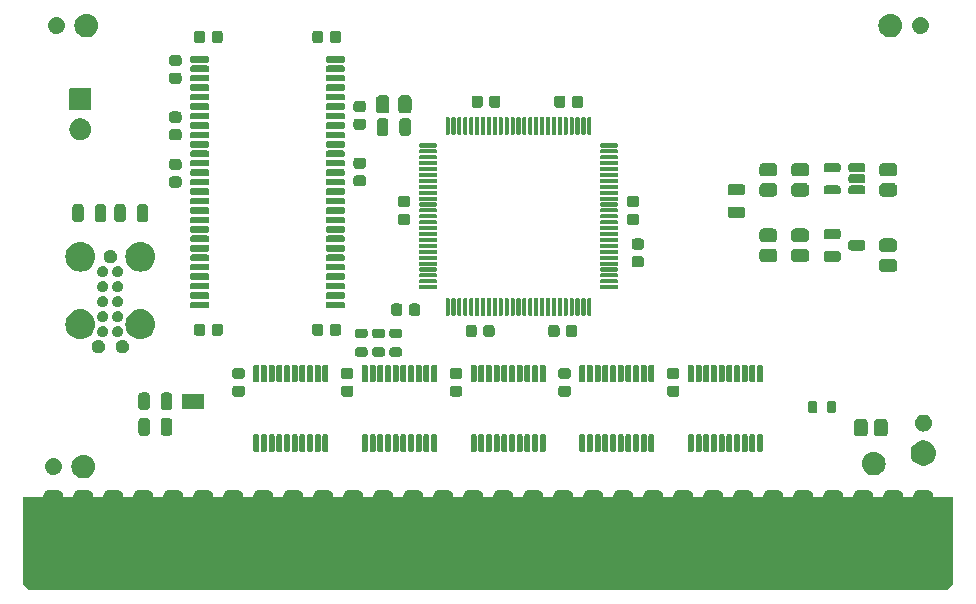
<source format=gts>
G04 #@! TF.GenerationSoftware,KiCad,Pcbnew,7.0.10*
G04 #@! TF.CreationDate,2024-02-07T20:48:24-05:00*
G04 #@! TF.ProjectId,RAM2E,52414d32-452e-46b6-9963-61645f706362,2.1*
G04 #@! TF.SameCoordinates,Original*
G04 #@! TF.FileFunction,Soldermask,Top*
G04 #@! TF.FilePolarity,Negative*
%FSLAX46Y46*%
G04 Gerber Fmt 4.6, Leading zero omitted, Abs format (unit mm)*
G04 Created by KiCad (PCBNEW 7.0.10) date 2024-02-07 20:48:24*
%MOMM*%
%LPD*%
G01*
G04 APERTURE LIST*
G04 APERTURE END LIST*
G36*
X201125999Y-131543771D02*
G01*
X201137712Y-131547869D01*
X201148592Y-131549176D01*
X201204857Y-131571364D01*
X201254635Y-131588782D01*
X201261071Y-131593532D01*
X201264788Y-131594998D01*
X201327758Y-131642749D01*
X201364289Y-131669711D01*
X201391259Y-131706253D01*
X201439001Y-131769211D01*
X201440466Y-131772926D01*
X201445218Y-131779365D01*
X201462642Y-131829162D01*
X201484822Y-131885406D01*
X201486127Y-131896280D01*
X201490229Y-131908001D01*
X201498200Y-131993000D01*
X201498200Y-132042804D01*
X201535396Y-132080000D01*
X202324603Y-132080000D01*
X202361800Y-132042803D01*
X202361800Y-131996798D01*
X202361800Y-131993000D01*
X202369771Y-131908001D01*
X202373869Y-131896288D01*
X202375176Y-131885407D01*
X202397367Y-131829133D01*
X202414782Y-131779365D01*
X202419531Y-131772929D01*
X202420998Y-131769211D01*
X202468777Y-131706204D01*
X202495711Y-131669711D01*
X202532204Y-131642777D01*
X202595211Y-131594998D01*
X202598929Y-131593531D01*
X202605365Y-131588782D01*
X202655140Y-131571365D01*
X202711406Y-131549177D01*
X202722284Y-131547870D01*
X202734001Y-131543771D01*
X202819000Y-131535800D01*
X203581000Y-131535800D01*
X203665999Y-131543771D01*
X203677712Y-131547869D01*
X203688592Y-131549176D01*
X203744857Y-131571364D01*
X203794635Y-131588782D01*
X203801071Y-131593532D01*
X203804788Y-131594998D01*
X203867758Y-131642749D01*
X203904289Y-131669711D01*
X203931259Y-131706253D01*
X203979001Y-131769211D01*
X203980466Y-131772926D01*
X203985218Y-131779365D01*
X204002642Y-131829162D01*
X204024822Y-131885406D01*
X204026127Y-131896280D01*
X204030229Y-131908001D01*
X204038200Y-131993000D01*
X204038200Y-132042804D01*
X204075396Y-132080000D01*
X204864603Y-132080000D01*
X204901800Y-132042803D01*
X204901800Y-131996798D01*
X204901800Y-131993000D01*
X204909771Y-131908001D01*
X204913869Y-131896288D01*
X204915176Y-131885407D01*
X204937367Y-131829133D01*
X204954782Y-131779365D01*
X204959531Y-131772929D01*
X204960998Y-131769211D01*
X205008777Y-131706204D01*
X205035711Y-131669711D01*
X205072204Y-131642777D01*
X205135211Y-131594998D01*
X205138929Y-131593531D01*
X205145365Y-131588782D01*
X205195140Y-131571365D01*
X205251406Y-131549177D01*
X205262284Y-131547870D01*
X205274001Y-131543771D01*
X205359000Y-131535800D01*
X206121000Y-131535800D01*
X206205999Y-131543771D01*
X206217712Y-131547869D01*
X206228592Y-131549176D01*
X206284857Y-131571364D01*
X206334635Y-131588782D01*
X206341071Y-131593532D01*
X206344788Y-131594998D01*
X206407758Y-131642749D01*
X206444289Y-131669711D01*
X206471259Y-131706253D01*
X206519001Y-131769211D01*
X206520466Y-131772926D01*
X206525218Y-131779365D01*
X206542642Y-131829162D01*
X206564822Y-131885406D01*
X206566127Y-131896280D01*
X206570229Y-131908001D01*
X206578200Y-131993000D01*
X206578200Y-132042804D01*
X206615396Y-132080000D01*
X207404603Y-132080000D01*
X207441800Y-132042803D01*
X207441800Y-131996798D01*
X207441800Y-131993000D01*
X207449771Y-131908001D01*
X207453869Y-131896288D01*
X207455176Y-131885407D01*
X207477367Y-131829133D01*
X207494782Y-131779365D01*
X207499531Y-131772929D01*
X207500998Y-131769211D01*
X207548777Y-131706204D01*
X207575711Y-131669711D01*
X207612204Y-131642777D01*
X207675211Y-131594998D01*
X207678929Y-131593531D01*
X207685365Y-131588782D01*
X207735140Y-131571365D01*
X207791406Y-131549177D01*
X207802284Y-131547870D01*
X207814001Y-131543771D01*
X207899000Y-131535800D01*
X208661000Y-131535800D01*
X208745999Y-131543771D01*
X208757712Y-131547869D01*
X208768592Y-131549176D01*
X208824857Y-131571364D01*
X208874635Y-131588782D01*
X208881071Y-131593532D01*
X208884788Y-131594998D01*
X208947758Y-131642749D01*
X208984289Y-131669711D01*
X209011259Y-131706253D01*
X209059001Y-131769211D01*
X209060466Y-131772926D01*
X209065218Y-131779365D01*
X209082642Y-131829162D01*
X209104822Y-131885406D01*
X209106127Y-131896280D01*
X209110229Y-131908001D01*
X209118200Y-131993000D01*
X209118200Y-132042804D01*
X209155396Y-132080000D01*
X209944603Y-132080000D01*
X209981800Y-132042803D01*
X209981800Y-131996798D01*
X209981800Y-131993000D01*
X209989771Y-131908001D01*
X209993869Y-131896288D01*
X209995176Y-131885407D01*
X210017367Y-131829133D01*
X210034782Y-131779365D01*
X210039531Y-131772929D01*
X210040998Y-131769211D01*
X210088777Y-131706204D01*
X210115711Y-131669711D01*
X210152204Y-131642777D01*
X210215211Y-131594998D01*
X210218929Y-131593531D01*
X210225365Y-131588782D01*
X210275140Y-131571365D01*
X210331406Y-131549177D01*
X210342284Y-131547870D01*
X210354001Y-131543771D01*
X210439000Y-131535800D01*
X211201000Y-131535800D01*
X211285999Y-131543771D01*
X211297712Y-131547869D01*
X211308592Y-131549176D01*
X211364857Y-131571364D01*
X211414635Y-131588782D01*
X211421071Y-131593532D01*
X211424788Y-131594998D01*
X211487758Y-131642749D01*
X211524289Y-131669711D01*
X211551259Y-131706253D01*
X211599001Y-131769211D01*
X211600466Y-131772926D01*
X211605218Y-131779365D01*
X211622642Y-131829162D01*
X211644822Y-131885406D01*
X211646127Y-131896280D01*
X211650229Y-131908001D01*
X211658200Y-131993000D01*
X211658200Y-132042804D01*
X211695396Y-132080000D01*
X212484603Y-132080000D01*
X212521800Y-132042803D01*
X212521800Y-131996798D01*
X212521800Y-131993000D01*
X212529771Y-131908001D01*
X212533869Y-131896288D01*
X212535176Y-131885407D01*
X212557367Y-131829133D01*
X212574782Y-131779365D01*
X212579531Y-131772929D01*
X212580998Y-131769211D01*
X212628777Y-131706204D01*
X212655711Y-131669711D01*
X212692204Y-131642777D01*
X212755211Y-131594998D01*
X212758929Y-131593531D01*
X212765365Y-131588782D01*
X212815140Y-131571365D01*
X212871406Y-131549177D01*
X212882284Y-131547870D01*
X212894001Y-131543771D01*
X212979000Y-131535800D01*
X213741000Y-131535800D01*
X213825999Y-131543771D01*
X213837712Y-131547869D01*
X213848592Y-131549176D01*
X213904857Y-131571364D01*
X213954635Y-131588782D01*
X213961071Y-131593532D01*
X213964788Y-131594998D01*
X214027758Y-131642749D01*
X214064289Y-131669711D01*
X214091259Y-131706253D01*
X214139001Y-131769211D01*
X214140466Y-131772926D01*
X214145218Y-131779365D01*
X214162642Y-131829162D01*
X214184822Y-131885406D01*
X214186127Y-131896280D01*
X214190229Y-131908001D01*
X214198200Y-131993000D01*
X214198200Y-132042804D01*
X214235396Y-132080000D01*
X215024603Y-132080000D01*
X215061800Y-132042803D01*
X215061800Y-131996798D01*
X215061800Y-131993000D01*
X215069771Y-131908001D01*
X215073869Y-131896288D01*
X215075176Y-131885407D01*
X215097367Y-131829133D01*
X215114782Y-131779365D01*
X215119531Y-131772929D01*
X215120998Y-131769211D01*
X215168777Y-131706204D01*
X215195711Y-131669711D01*
X215232204Y-131642777D01*
X215295211Y-131594998D01*
X215298929Y-131593531D01*
X215305365Y-131588782D01*
X215355140Y-131571365D01*
X215411406Y-131549177D01*
X215422284Y-131547870D01*
X215434001Y-131543771D01*
X215519000Y-131535800D01*
X216281000Y-131535800D01*
X216365999Y-131543771D01*
X216377712Y-131547869D01*
X216388592Y-131549176D01*
X216444857Y-131571364D01*
X216494635Y-131588782D01*
X216501071Y-131593532D01*
X216504788Y-131594998D01*
X216567758Y-131642749D01*
X216604289Y-131669711D01*
X216631259Y-131706253D01*
X216679001Y-131769211D01*
X216680466Y-131772926D01*
X216685218Y-131779365D01*
X216702642Y-131829162D01*
X216724822Y-131885406D01*
X216726127Y-131896280D01*
X216730229Y-131908001D01*
X216738200Y-131993000D01*
X216738200Y-132042804D01*
X216775396Y-132080000D01*
X217564603Y-132080000D01*
X217601800Y-132042803D01*
X217601800Y-131996798D01*
X217601800Y-131993000D01*
X217609771Y-131908001D01*
X217613869Y-131896288D01*
X217615176Y-131885407D01*
X217637367Y-131829133D01*
X217654782Y-131779365D01*
X217659531Y-131772929D01*
X217660998Y-131769211D01*
X217708777Y-131706204D01*
X217735711Y-131669711D01*
X217772204Y-131642777D01*
X217835211Y-131594998D01*
X217838929Y-131593531D01*
X217845365Y-131588782D01*
X217895140Y-131571365D01*
X217951406Y-131549177D01*
X217962284Y-131547870D01*
X217974001Y-131543771D01*
X218059000Y-131535800D01*
X218821000Y-131535800D01*
X218905999Y-131543771D01*
X218917712Y-131547869D01*
X218928592Y-131549176D01*
X218984857Y-131571364D01*
X219034635Y-131588782D01*
X219041071Y-131593532D01*
X219044788Y-131594998D01*
X219107758Y-131642749D01*
X219144289Y-131669711D01*
X219171259Y-131706253D01*
X219219001Y-131769211D01*
X219220466Y-131772926D01*
X219225218Y-131779365D01*
X219242642Y-131829162D01*
X219264822Y-131885406D01*
X219266127Y-131896280D01*
X219270229Y-131908001D01*
X219278200Y-131993000D01*
X219278200Y-132042804D01*
X219315396Y-132080000D01*
X220104603Y-132080000D01*
X220141800Y-132042803D01*
X220141800Y-131996798D01*
X220141800Y-131993000D01*
X220149771Y-131908001D01*
X220153869Y-131896288D01*
X220155176Y-131885407D01*
X220177367Y-131829133D01*
X220194782Y-131779365D01*
X220199531Y-131772929D01*
X220200998Y-131769211D01*
X220248777Y-131706204D01*
X220275711Y-131669711D01*
X220312204Y-131642777D01*
X220375211Y-131594998D01*
X220378929Y-131593531D01*
X220385365Y-131588782D01*
X220435140Y-131571365D01*
X220491406Y-131549177D01*
X220502284Y-131547870D01*
X220514001Y-131543771D01*
X220599000Y-131535800D01*
X221361000Y-131535800D01*
X221445999Y-131543771D01*
X221457712Y-131547869D01*
X221468592Y-131549176D01*
X221524857Y-131571364D01*
X221574635Y-131588782D01*
X221581071Y-131593532D01*
X221584788Y-131594998D01*
X221647758Y-131642749D01*
X221684289Y-131669711D01*
X221711259Y-131706253D01*
X221759001Y-131769211D01*
X221760466Y-131772926D01*
X221765218Y-131779365D01*
X221782642Y-131829162D01*
X221804822Y-131885406D01*
X221806127Y-131896280D01*
X221810229Y-131908001D01*
X221818200Y-131993000D01*
X221818200Y-132042804D01*
X221855396Y-132080000D01*
X222644603Y-132080000D01*
X222681800Y-132042803D01*
X222681800Y-131996798D01*
X222681800Y-131993000D01*
X222689771Y-131908001D01*
X222693869Y-131896288D01*
X222695176Y-131885407D01*
X222717367Y-131829133D01*
X222734782Y-131779365D01*
X222739531Y-131772929D01*
X222740998Y-131769211D01*
X222788777Y-131706204D01*
X222815711Y-131669711D01*
X222852204Y-131642777D01*
X222915211Y-131594998D01*
X222918929Y-131593531D01*
X222925365Y-131588782D01*
X222975140Y-131571365D01*
X223031406Y-131549177D01*
X223042284Y-131547870D01*
X223054001Y-131543771D01*
X223139000Y-131535800D01*
X223901000Y-131535800D01*
X223985999Y-131543771D01*
X223997712Y-131547869D01*
X224008592Y-131549176D01*
X224064857Y-131571364D01*
X224114635Y-131588782D01*
X224121071Y-131593532D01*
X224124788Y-131594998D01*
X224187758Y-131642749D01*
X224224289Y-131669711D01*
X224251259Y-131706253D01*
X224299001Y-131769211D01*
X224300466Y-131772926D01*
X224305218Y-131779365D01*
X224322642Y-131829162D01*
X224344822Y-131885406D01*
X224346127Y-131896280D01*
X224350229Y-131908001D01*
X224358200Y-131993000D01*
X224358200Y-132042804D01*
X224395396Y-132080000D01*
X225184603Y-132080000D01*
X225221800Y-132042803D01*
X225221800Y-131996798D01*
X225221800Y-131993000D01*
X225229771Y-131908001D01*
X225233869Y-131896288D01*
X225235176Y-131885407D01*
X225257367Y-131829133D01*
X225274782Y-131779365D01*
X225279531Y-131772929D01*
X225280998Y-131769211D01*
X225328777Y-131706204D01*
X225355711Y-131669711D01*
X225392204Y-131642777D01*
X225455211Y-131594998D01*
X225458929Y-131593531D01*
X225465365Y-131588782D01*
X225515140Y-131571365D01*
X225571406Y-131549177D01*
X225582284Y-131547870D01*
X225594001Y-131543771D01*
X225679000Y-131535800D01*
X226441000Y-131535800D01*
X226525999Y-131543771D01*
X226537712Y-131547869D01*
X226548592Y-131549176D01*
X226604857Y-131571364D01*
X226654635Y-131588782D01*
X226661071Y-131593532D01*
X226664788Y-131594998D01*
X226727758Y-131642749D01*
X226764289Y-131669711D01*
X226791259Y-131706253D01*
X226839001Y-131769211D01*
X226840466Y-131772926D01*
X226845218Y-131779365D01*
X226862642Y-131829162D01*
X226884822Y-131885406D01*
X226886127Y-131896280D01*
X226890229Y-131908001D01*
X226898200Y-131993000D01*
X226898200Y-132042804D01*
X226935396Y-132080000D01*
X227724603Y-132080000D01*
X227761800Y-132042803D01*
X227761800Y-131996798D01*
X227761800Y-131993000D01*
X227769771Y-131908001D01*
X227773869Y-131896288D01*
X227775176Y-131885407D01*
X227797367Y-131829133D01*
X227814782Y-131779365D01*
X227819531Y-131772929D01*
X227820998Y-131769211D01*
X227868777Y-131706204D01*
X227895711Y-131669711D01*
X227932204Y-131642777D01*
X227995211Y-131594998D01*
X227998929Y-131593531D01*
X228005365Y-131588782D01*
X228055140Y-131571365D01*
X228111406Y-131549177D01*
X228122284Y-131547870D01*
X228134001Y-131543771D01*
X228219000Y-131535800D01*
X228981000Y-131535800D01*
X229065999Y-131543771D01*
X229077712Y-131547869D01*
X229088592Y-131549176D01*
X229144857Y-131571364D01*
X229194635Y-131588782D01*
X229201071Y-131593532D01*
X229204788Y-131594998D01*
X229267758Y-131642749D01*
X229304289Y-131669711D01*
X229331259Y-131706253D01*
X229379001Y-131769211D01*
X229380466Y-131772926D01*
X229385218Y-131779365D01*
X229402642Y-131829162D01*
X229424822Y-131885406D01*
X229426127Y-131896280D01*
X229430229Y-131908001D01*
X229438200Y-131993000D01*
X229438200Y-132042804D01*
X229475396Y-132080000D01*
X230264603Y-132080000D01*
X230301800Y-132042803D01*
X230301800Y-131996798D01*
X230301800Y-131993000D01*
X230309771Y-131908001D01*
X230313869Y-131896288D01*
X230315176Y-131885407D01*
X230337367Y-131829133D01*
X230354782Y-131779365D01*
X230359531Y-131772929D01*
X230360998Y-131769211D01*
X230408777Y-131706204D01*
X230435711Y-131669711D01*
X230472204Y-131642777D01*
X230535211Y-131594998D01*
X230538929Y-131593531D01*
X230545365Y-131588782D01*
X230595140Y-131571365D01*
X230651406Y-131549177D01*
X230662284Y-131547870D01*
X230674001Y-131543771D01*
X230759000Y-131535800D01*
X231521000Y-131535800D01*
X231605999Y-131543771D01*
X231617712Y-131547869D01*
X231628592Y-131549176D01*
X231684857Y-131571364D01*
X231734635Y-131588782D01*
X231741071Y-131593532D01*
X231744788Y-131594998D01*
X231807758Y-131642749D01*
X231844289Y-131669711D01*
X231871259Y-131706253D01*
X231919001Y-131769211D01*
X231920466Y-131772926D01*
X231925218Y-131779365D01*
X231942642Y-131829162D01*
X231964822Y-131885406D01*
X231966127Y-131896280D01*
X231970229Y-131908001D01*
X231978200Y-131993000D01*
X231978200Y-132042804D01*
X232015396Y-132080000D01*
X232804603Y-132080000D01*
X232841800Y-132042803D01*
X232841800Y-131996798D01*
X232841800Y-131993000D01*
X232849771Y-131908001D01*
X232853869Y-131896288D01*
X232855176Y-131885407D01*
X232877367Y-131829133D01*
X232894782Y-131779365D01*
X232899531Y-131772929D01*
X232900998Y-131769211D01*
X232948777Y-131706204D01*
X232975711Y-131669711D01*
X233012204Y-131642777D01*
X233075211Y-131594998D01*
X233078929Y-131593531D01*
X233085365Y-131588782D01*
X233135140Y-131571365D01*
X233191406Y-131549177D01*
X233202284Y-131547870D01*
X233214001Y-131543771D01*
X233299000Y-131535800D01*
X234061000Y-131535800D01*
X234145999Y-131543771D01*
X234157712Y-131547869D01*
X234168592Y-131549176D01*
X234224857Y-131571364D01*
X234274635Y-131588782D01*
X234281071Y-131593532D01*
X234284788Y-131594998D01*
X234347758Y-131642749D01*
X234384289Y-131669711D01*
X234411259Y-131706253D01*
X234459001Y-131769211D01*
X234460466Y-131772926D01*
X234465218Y-131779365D01*
X234482642Y-131829162D01*
X234504822Y-131885406D01*
X234506127Y-131896280D01*
X234510229Y-131908001D01*
X234518200Y-131993000D01*
X234518200Y-132042804D01*
X234555396Y-132080000D01*
X235344603Y-132080000D01*
X235381800Y-132042803D01*
X235381800Y-131996798D01*
X235381800Y-131993000D01*
X235389771Y-131908001D01*
X235393869Y-131896288D01*
X235395176Y-131885407D01*
X235417367Y-131829133D01*
X235434782Y-131779365D01*
X235439531Y-131772929D01*
X235440998Y-131769211D01*
X235488777Y-131706204D01*
X235515711Y-131669711D01*
X235552204Y-131642777D01*
X235615211Y-131594998D01*
X235618929Y-131593531D01*
X235625365Y-131588782D01*
X235675140Y-131571365D01*
X235731406Y-131549177D01*
X235742284Y-131547870D01*
X235754001Y-131543771D01*
X235839000Y-131535800D01*
X236601000Y-131535800D01*
X236685999Y-131543771D01*
X236697712Y-131547869D01*
X236708592Y-131549176D01*
X236764857Y-131571364D01*
X236814635Y-131588782D01*
X236821071Y-131593532D01*
X236824788Y-131594998D01*
X236887758Y-131642749D01*
X236924289Y-131669711D01*
X236951259Y-131706253D01*
X236999001Y-131769211D01*
X237000466Y-131772926D01*
X237005218Y-131779365D01*
X237022642Y-131829162D01*
X237044822Y-131885406D01*
X237046127Y-131896280D01*
X237050229Y-131908001D01*
X237058200Y-131993000D01*
X237058200Y-132042804D01*
X237095396Y-132080000D01*
X237884603Y-132080000D01*
X237921800Y-132042803D01*
X237921800Y-131996798D01*
X237921800Y-131993000D01*
X237929771Y-131908001D01*
X237933869Y-131896288D01*
X237935176Y-131885407D01*
X237957367Y-131829133D01*
X237974782Y-131779365D01*
X237979531Y-131772929D01*
X237980998Y-131769211D01*
X238028777Y-131706204D01*
X238055711Y-131669711D01*
X238092204Y-131642777D01*
X238155211Y-131594998D01*
X238158929Y-131593531D01*
X238165365Y-131588782D01*
X238215140Y-131571365D01*
X238271406Y-131549177D01*
X238282284Y-131547870D01*
X238294001Y-131543771D01*
X238379000Y-131535800D01*
X239141000Y-131535800D01*
X239225999Y-131543771D01*
X239237712Y-131547869D01*
X239248592Y-131549176D01*
X239304857Y-131571364D01*
X239354635Y-131588782D01*
X239361071Y-131593532D01*
X239364788Y-131594998D01*
X239427758Y-131642749D01*
X239464289Y-131669711D01*
X239491259Y-131706253D01*
X239539001Y-131769211D01*
X239540466Y-131772926D01*
X239545218Y-131779365D01*
X239562642Y-131829162D01*
X239584822Y-131885406D01*
X239586127Y-131896280D01*
X239590229Y-131908001D01*
X239598200Y-131993000D01*
X239598200Y-132042804D01*
X239635396Y-132080000D01*
X240424603Y-132080000D01*
X240461800Y-132042803D01*
X240461800Y-131996798D01*
X240461800Y-131993000D01*
X240469771Y-131908001D01*
X240473869Y-131896288D01*
X240475176Y-131885407D01*
X240497367Y-131829133D01*
X240514782Y-131779365D01*
X240519531Y-131772929D01*
X240520998Y-131769211D01*
X240568777Y-131706204D01*
X240595711Y-131669711D01*
X240632204Y-131642777D01*
X240695211Y-131594998D01*
X240698929Y-131593531D01*
X240705365Y-131588782D01*
X240755140Y-131571365D01*
X240811406Y-131549177D01*
X240822284Y-131547870D01*
X240834001Y-131543771D01*
X240919000Y-131535800D01*
X241681000Y-131535800D01*
X241765999Y-131543771D01*
X241777712Y-131547869D01*
X241788592Y-131549176D01*
X241844857Y-131571364D01*
X241894635Y-131588782D01*
X241901071Y-131593532D01*
X241904788Y-131594998D01*
X241967758Y-131642749D01*
X242004289Y-131669711D01*
X242031259Y-131706253D01*
X242079001Y-131769211D01*
X242080466Y-131772926D01*
X242085218Y-131779365D01*
X242102642Y-131829162D01*
X242124822Y-131885406D01*
X242126127Y-131896280D01*
X242130229Y-131908001D01*
X242138200Y-131993000D01*
X242138200Y-132042804D01*
X242175396Y-132080000D01*
X242964603Y-132080000D01*
X243001800Y-132042803D01*
X243001800Y-131996798D01*
X243001800Y-131993000D01*
X243009771Y-131908001D01*
X243013869Y-131896288D01*
X243015176Y-131885407D01*
X243037367Y-131829133D01*
X243054782Y-131779365D01*
X243059531Y-131772929D01*
X243060998Y-131769211D01*
X243108777Y-131706204D01*
X243135711Y-131669711D01*
X243172204Y-131642777D01*
X243235211Y-131594998D01*
X243238929Y-131593531D01*
X243245365Y-131588782D01*
X243295140Y-131571365D01*
X243351406Y-131549177D01*
X243362284Y-131547870D01*
X243374001Y-131543771D01*
X243459000Y-131535800D01*
X244221000Y-131535800D01*
X244305999Y-131543771D01*
X244317712Y-131547869D01*
X244328592Y-131549176D01*
X244384857Y-131571364D01*
X244434635Y-131588782D01*
X244441071Y-131593532D01*
X244444788Y-131594998D01*
X244507758Y-131642749D01*
X244544289Y-131669711D01*
X244571259Y-131706253D01*
X244619001Y-131769211D01*
X244620466Y-131772926D01*
X244625218Y-131779365D01*
X244642642Y-131829162D01*
X244664822Y-131885406D01*
X244666127Y-131896280D01*
X244670229Y-131908001D01*
X244678200Y-131993000D01*
X244678200Y-132042804D01*
X244715396Y-132080000D01*
X245504603Y-132080000D01*
X245541800Y-132042803D01*
X245541800Y-131996798D01*
X245541800Y-131993000D01*
X245549771Y-131908001D01*
X245553869Y-131896288D01*
X245555176Y-131885407D01*
X245577367Y-131829133D01*
X245594782Y-131779365D01*
X245599531Y-131772929D01*
X245600998Y-131769211D01*
X245648777Y-131706204D01*
X245675711Y-131669711D01*
X245712204Y-131642777D01*
X245775211Y-131594998D01*
X245778929Y-131593531D01*
X245785365Y-131588782D01*
X245835140Y-131571365D01*
X245891406Y-131549177D01*
X245902284Y-131547870D01*
X245914001Y-131543771D01*
X245999000Y-131535800D01*
X246761000Y-131535800D01*
X246845999Y-131543771D01*
X246857712Y-131547869D01*
X246868592Y-131549176D01*
X246924857Y-131571364D01*
X246974635Y-131588782D01*
X246981071Y-131593532D01*
X246984788Y-131594998D01*
X247047758Y-131642749D01*
X247084289Y-131669711D01*
X247111259Y-131706253D01*
X247159001Y-131769211D01*
X247160466Y-131772926D01*
X247165218Y-131779365D01*
X247182642Y-131829162D01*
X247204822Y-131885406D01*
X247206127Y-131896280D01*
X247210229Y-131908001D01*
X247218200Y-131993000D01*
X247218200Y-132042804D01*
X247255396Y-132080000D01*
X248044603Y-132080000D01*
X248081800Y-132042803D01*
X248081800Y-131996798D01*
X248081800Y-131993000D01*
X248089771Y-131908001D01*
X248093869Y-131896288D01*
X248095176Y-131885407D01*
X248117367Y-131829133D01*
X248134782Y-131779365D01*
X248139531Y-131772929D01*
X248140998Y-131769211D01*
X248188777Y-131706204D01*
X248215711Y-131669711D01*
X248252204Y-131642777D01*
X248315211Y-131594998D01*
X248318929Y-131593531D01*
X248325365Y-131588782D01*
X248375140Y-131571365D01*
X248431406Y-131549177D01*
X248442284Y-131547870D01*
X248454001Y-131543771D01*
X248539000Y-131535800D01*
X249301000Y-131535800D01*
X249385999Y-131543771D01*
X249397712Y-131547869D01*
X249408592Y-131549176D01*
X249464857Y-131571364D01*
X249514635Y-131588782D01*
X249521071Y-131593532D01*
X249524788Y-131594998D01*
X249587758Y-131642749D01*
X249624289Y-131669711D01*
X249651259Y-131706253D01*
X249699001Y-131769211D01*
X249700466Y-131772926D01*
X249705218Y-131779365D01*
X249722642Y-131829162D01*
X249744822Y-131885406D01*
X249746127Y-131896280D01*
X249750229Y-131908001D01*
X249758200Y-131993000D01*
X249758200Y-132042804D01*
X249795396Y-132080000D01*
X250584603Y-132080000D01*
X250621800Y-132042803D01*
X250621800Y-131996798D01*
X250621800Y-131993000D01*
X250629771Y-131908001D01*
X250633869Y-131896288D01*
X250635176Y-131885407D01*
X250657367Y-131829133D01*
X250674782Y-131779365D01*
X250679531Y-131772929D01*
X250680998Y-131769211D01*
X250728777Y-131706204D01*
X250755711Y-131669711D01*
X250792204Y-131642777D01*
X250855211Y-131594998D01*
X250858929Y-131593531D01*
X250865365Y-131588782D01*
X250915140Y-131571365D01*
X250971406Y-131549177D01*
X250982284Y-131547870D01*
X250994001Y-131543771D01*
X251079000Y-131535800D01*
X251841000Y-131535800D01*
X251925999Y-131543771D01*
X251937712Y-131547869D01*
X251948592Y-131549176D01*
X252004857Y-131571364D01*
X252054635Y-131588782D01*
X252061071Y-131593532D01*
X252064788Y-131594998D01*
X252127758Y-131642749D01*
X252164289Y-131669711D01*
X252191259Y-131706253D01*
X252239001Y-131769211D01*
X252240466Y-131772926D01*
X252245218Y-131779365D01*
X252262642Y-131829162D01*
X252284822Y-131885406D01*
X252286127Y-131896280D01*
X252290229Y-131908001D01*
X252298200Y-131993000D01*
X252298200Y-132042804D01*
X252335396Y-132080000D01*
X253124603Y-132080000D01*
X253161800Y-132042803D01*
X253161800Y-131996798D01*
X253161800Y-131993000D01*
X253169771Y-131908001D01*
X253173869Y-131896288D01*
X253175176Y-131885407D01*
X253197367Y-131829133D01*
X253214782Y-131779365D01*
X253219531Y-131772929D01*
X253220998Y-131769211D01*
X253268777Y-131706204D01*
X253295711Y-131669711D01*
X253332204Y-131642777D01*
X253395211Y-131594998D01*
X253398929Y-131593531D01*
X253405365Y-131588782D01*
X253455140Y-131571365D01*
X253511406Y-131549177D01*
X253522284Y-131547870D01*
X253534001Y-131543771D01*
X253619000Y-131535800D01*
X254381000Y-131535800D01*
X254465999Y-131543771D01*
X254477712Y-131547869D01*
X254488592Y-131549176D01*
X254544857Y-131571364D01*
X254594635Y-131588782D01*
X254601071Y-131593532D01*
X254604788Y-131594998D01*
X254667758Y-131642749D01*
X254704289Y-131669711D01*
X254731259Y-131706253D01*
X254779001Y-131769211D01*
X254780466Y-131772926D01*
X254785218Y-131779365D01*
X254802642Y-131829162D01*
X254824822Y-131885406D01*
X254826127Y-131896280D01*
X254830229Y-131908001D01*
X254838200Y-131993000D01*
X254838200Y-132042804D01*
X254875396Y-132080000D01*
X255664603Y-132080000D01*
X255701800Y-132042803D01*
X255701800Y-131996798D01*
X255701800Y-131993000D01*
X255709771Y-131908001D01*
X255713869Y-131896288D01*
X255715176Y-131885407D01*
X255737367Y-131829133D01*
X255754782Y-131779365D01*
X255759531Y-131772929D01*
X255760998Y-131769211D01*
X255808777Y-131706204D01*
X255835711Y-131669711D01*
X255872204Y-131642777D01*
X255935211Y-131594998D01*
X255938929Y-131593531D01*
X255945365Y-131588782D01*
X255995140Y-131571365D01*
X256051406Y-131549177D01*
X256062284Y-131547870D01*
X256074001Y-131543771D01*
X256159000Y-131535800D01*
X256921000Y-131535800D01*
X257005999Y-131543771D01*
X257017712Y-131547869D01*
X257028592Y-131549176D01*
X257084857Y-131571364D01*
X257134635Y-131588782D01*
X257141071Y-131593532D01*
X257144788Y-131594998D01*
X257207758Y-131642749D01*
X257244289Y-131669711D01*
X257271259Y-131706253D01*
X257319001Y-131769211D01*
X257320466Y-131772926D01*
X257325218Y-131779365D01*
X257342642Y-131829162D01*
X257364822Y-131885406D01*
X257366127Y-131896280D01*
X257370229Y-131908001D01*
X257378200Y-131993000D01*
X257378200Y-132042804D01*
X257415396Y-132080000D01*
X258204603Y-132080000D01*
X258241800Y-132042803D01*
X258241800Y-131996798D01*
X258241800Y-131993000D01*
X258249771Y-131908001D01*
X258253869Y-131896288D01*
X258255176Y-131885407D01*
X258277367Y-131829133D01*
X258294782Y-131779365D01*
X258299531Y-131772929D01*
X258300998Y-131769211D01*
X258348777Y-131706204D01*
X258375711Y-131669711D01*
X258412204Y-131642777D01*
X258475211Y-131594998D01*
X258478929Y-131593531D01*
X258485365Y-131588782D01*
X258535140Y-131571365D01*
X258591406Y-131549177D01*
X258602284Y-131547870D01*
X258614001Y-131543771D01*
X258699000Y-131535800D01*
X259461000Y-131535800D01*
X259545999Y-131543771D01*
X259557712Y-131547869D01*
X259568592Y-131549176D01*
X259624857Y-131571364D01*
X259674635Y-131588782D01*
X259681071Y-131593532D01*
X259684788Y-131594998D01*
X259747758Y-131642749D01*
X259784289Y-131669711D01*
X259811259Y-131706253D01*
X259859001Y-131769211D01*
X259860466Y-131772926D01*
X259865218Y-131779365D01*
X259882642Y-131829162D01*
X259904822Y-131885406D01*
X259906127Y-131896280D01*
X259910229Y-131908001D01*
X259918200Y-131993000D01*
X259918200Y-132042804D01*
X259955396Y-132080000D01*
X260744603Y-132080000D01*
X260781800Y-132042803D01*
X260781800Y-131996798D01*
X260781800Y-131993000D01*
X260789771Y-131908001D01*
X260793869Y-131896288D01*
X260795176Y-131885407D01*
X260817367Y-131829133D01*
X260834782Y-131779365D01*
X260839531Y-131772929D01*
X260840998Y-131769211D01*
X260888777Y-131706204D01*
X260915711Y-131669711D01*
X260952204Y-131642777D01*
X261015211Y-131594998D01*
X261018929Y-131593531D01*
X261025365Y-131588782D01*
X261075140Y-131571365D01*
X261131406Y-131549177D01*
X261142284Y-131547870D01*
X261154001Y-131543771D01*
X261239000Y-131535800D01*
X262001000Y-131535800D01*
X262085999Y-131543771D01*
X262097712Y-131547869D01*
X262108592Y-131549176D01*
X262164857Y-131571364D01*
X262214635Y-131588782D01*
X262221071Y-131593532D01*
X262224788Y-131594998D01*
X262287758Y-131642749D01*
X262324289Y-131669711D01*
X262351259Y-131706253D01*
X262399001Y-131769211D01*
X262400466Y-131772926D01*
X262405218Y-131779365D01*
X262422642Y-131829162D01*
X262444822Y-131885406D01*
X262446127Y-131896280D01*
X262450229Y-131908001D01*
X262458200Y-131993000D01*
X262458200Y-132042804D01*
X262495396Y-132080000D01*
X263284603Y-132080000D01*
X263321800Y-132042803D01*
X263321800Y-131996798D01*
X263321800Y-131993000D01*
X263329771Y-131908001D01*
X263333869Y-131896288D01*
X263335176Y-131885407D01*
X263357367Y-131829133D01*
X263374782Y-131779365D01*
X263379531Y-131772929D01*
X263380998Y-131769211D01*
X263428777Y-131706204D01*
X263455711Y-131669711D01*
X263492204Y-131642777D01*
X263555211Y-131594998D01*
X263558929Y-131593531D01*
X263565365Y-131588782D01*
X263615140Y-131571365D01*
X263671406Y-131549177D01*
X263682284Y-131547870D01*
X263694001Y-131543771D01*
X263779000Y-131535800D01*
X264541000Y-131535800D01*
X264625999Y-131543771D01*
X264637712Y-131547869D01*
X264648592Y-131549176D01*
X264704857Y-131571364D01*
X264754635Y-131588782D01*
X264761071Y-131593532D01*
X264764788Y-131594998D01*
X264827758Y-131642749D01*
X264864289Y-131669711D01*
X264891259Y-131706253D01*
X264939001Y-131769211D01*
X264940466Y-131772926D01*
X264945218Y-131779365D01*
X264962642Y-131829162D01*
X264984822Y-131885406D01*
X264986127Y-131896280D01*
X264990229Y-131908001D01*
X264998200Y-131993000D01*
X264998200Y-132042804D01*
X265035396Y-132080000D01*
X265824603Y-132080000D01*
X265861800Y-132042803D01*
X265861800Y-131996798D01*
X265861800Y-131993000D01*
X265869771Y-131908001D01*
X265873869Y-131896288D01*
X265875176Y-131885407D01*
X265897367Y-131829133D01*
X265914782Y-131779365D01*
X265919531Y-131772929D01*
X265920998Y-131769211D01*
X265968777Y-131706204D01*
X265995711Y-131669711D01*
X266032204Y-131642777D01*
X266095211Y-131594998D01*
X266098929Y-131593531D01*
X266105365Y-131588782D01*
X266155140Y-131571365D01*
X266211406Y-131549177D01*
X266222284Y-131547870D01*
X266234001Y-131543771D01*
X266319000Y-131535800D01*
X267081000Y-131535800D01*
X267165999Y-131543771D01*
X267177712Y-131547869D01*
X267188592Y-131549176D01*
X267244857Y-131571364D01*
X267294635Y-131588782D01*
X267301071Y-131593532D01*
X267304788Y-131594998D01*
X267367758Y-131642749D01*
X267404289Y-131669711D01*
X267431259Y-131706253D01*
X267479001Y-131769211D01*
X267480466Y-131772926D01*
X267485218Y-131779365D01*
X267502642Y-131829162D01*
X267524822Y-131885406D01*
X267526127Y-131896280D01*
X267530229Y-131908001D01*
X267538200Y-131993000D01*
X267538200Y-132042804D01*
X267575396Y-132080000D01*
X268364603Y-132080000D01*
X268401800Y-132042803D01*
X268401800Y-131996798D01*
X268401800Y-131993000D01*
X268409771Y-131908001D01*
X268413869Y-131896288D01*
X268415176Y-131885407D01*
X268437367Y-131829133D01*
X268454782Y-131779365D01*
X268459531Y-131772929D01*
X268460998Y-131769211D01*
X268508777Y-131706204D01*
X268535711Y-131669711D01*
X268572204Y-131642777D01*
X268635211Y-131594998D01*
X268638929Y-131593531D01*
X268645365Y-131588782D01*
X268695140Y-131571365D01*
X268751406Y-131549177D01*
X268762284Y-131547870D01*
X268774001Y-131543771D01*
X268859000Y-131535800D01*
X269621000Y-131535800D01*
X269705999Y-131543771D01*
X269717712Y-131547869D01*
X269728592Y-131549176D01*
X269784857Y-131571364D01*
X269834635Y-131588782D01*
X269841071Y-131593532D01*
X269844788Y-131594998D01*
X269907758Y-131642749D01*
X269944289Y-131669711D01*
X269971259Y-131706253D01*
X270019001Y-131769211D01*
X270020466Y-131772926D01*
X270025218Y-131779365D01*
X270042642Y-131829162D01*
X270064822Y-131885406D01*
X270066127Y-131896280D01*
X270070229Y-131908001D01*
X270078200Y-131993000D01*
X270078200Y-132042804D01*
X270115396Y-132080000D01*
X270904603Y-132080000D01*
X270941800Y-132042803D01*
X270941800Y-131996798D01*
X270941800Y-131993000D01*
X270949771Y-131908001D01*
X270953869Y-131896288D01*
X270955176Y-131885407D01*
X270977367Y-131829133D01*
X270994782Y-131779365D01*
X270999531Y-131772929D01*
X271000998Y-131769211D01*
X271048777Y-131706204D01*
X271075711Y-131669711D01*
X271112204Y-131642777D01*
X271175211Y-131594998D01*
X271178929Y-131593531D01*
X271185365Y-131588782D01*
X271235140Y-131571365D01*
X271291406Y-131549177D01*
X271302284Y-131547870D01*
X271314001Y-131543771D01*
X271399000Y-131535800D01*
X272161000Y-131535800D01*
X272245999Y-131543771D01*
X272257712Y-131547869D01*
X272268592Y-131549176D01*
X272324857Y-131571364D01*
X272374635Y-131588782D01*
X272381071Y-131593532D01*
X272384788Y-131594998D01*
X272447758Y-131642749D01*
X272484289Y-131669711D01*
X272511259Y-131706253D01*
X272559001Y-131769211D01*
X272560466Y-131772926D01*
X272565218Y-131779365D01*
X272582642Y-131829162D01*
X272604822Y-131885406D01*
X272606127Y-131896280D01*
X272610229Y-131908001D01*
X272618200Y-131993000D01*
X272618200Y-132042804D01*
X272655396Y-132080000D01*
X273444603Y-132080000D01*
X273481800Y-132042803D01*
X273481800Y-131996798D01*
X273481800Y-131993000D01*
X273489771Y-131908001D01*
X273493869Y-131896288D01*
X273495176Y-131885407D01*
X273517367Y-131829133D01*
X273534782Y-131779365D01*
X273539531Y-131772929D01*
X273540998Y-131769211D01*
X273588777Y-131706204D01*
X273615711Y-131669711D01*
X273652204Y-131642777D01*
X273715211Y-131594998D01*
X273718929Y-131593531D01*
X273725365Y-131588782D01*
X273775140Y-131571365D01*
X273831406Y-131549177D01*
X273842284Y-131547870D01*
X273854001Y-131543771D01*
X273939000Y-131535800D01*
X274701000Y-131535800D01*
X274785999Y-131543771D01*
X274797712Y-131547869D01*
X274808592Y-131549176D01*
X274864857Y-131571364D01*
X274914635Y-131588782D01*
X274921071Y-131593532D01*
X274924788Y-131594998D01*
X274987758Y-131642749D01*
X275024289Y-131669711D01*
X275051259Y-131706253D01*
X275099001Y-131769211D01*
X275100466Y-131772926D01*
X275105218Y-131779365D01*
X275122642Y-131829162D01*
X275144822Y-131885406D01*
X275146127Y-131896280D01*
X275150229Y-131908001D01*
X275158200Y-131993000D01*
X275158200Y-132042804D01*
X275195396Y-132080000D01*
X276860000Y-132080000D01*
X276860000Y-139446000D01*
X276352000Y-139954000D01*
X276339372Y-139954000D01*
X198640631Y-139954000D01*
X198628000Y-139954000D01*
X198120000Y-139446000D01*
X198120000Y-132080000D01*
X199784603Y-132080000D01*
X199821800Y-132042803D01*
X199821800Y-131996798D01*
X199821800Y-131993000D01*
X199829771Y-131908001D01*
X199833869Y-131896288D01*
X199835176Y-131885407D01*
X199857367Y-131829133D01*
X199874782Y-131779365D01*
X199879531Y-131772929D01*
X199880998Y-131769211D01*
X199928777Y-131706204D01*
X199955711Y-131669711D01*
X199992204Y-131642777D01*
X200055211Y-131594998D01*
X200058929Y-131593531D01*
X200065365Y-131588782D01*
X200115140Y-131571365D01*
X200171406Y-131549177D01*
X200182284Y-131547870D01*
X200194001Y-131543771D01*
X200279000Y-131535800D01*
X201041000Y-131535800D01*
X201125999Y-131543771D01*
G37*
G36*
X203395090Y-128559215D02*
G01*
X203582683Y-128616120D01*
X203755570Y-128708530D01*
X203907107Y-128832893D01*
X204031470Y-128984430D01*
X204123880Y-129157317D01*
X204180785Y-129344910D01*
X204200000Y-129540000D01*
X204180785Y-129735090D01*
X204123880Y-129922683D01*
X204031470Y-130095570D01*
X203907107Y-130247107D01*
X203755570Y-130371470D01*
X203582683Y-130463880D01*
X203395090Y-130520785D01*
X203200000Y-130540000D01*
X203004910Y-130520785D01*
X202817317Y-130463880D01*
X202644430Y-130371470D01*
X202492893Y-130247107D01*
X202368530Y-130095570D01*
X202276120Y-129922683D01*
X202219215Y-129735090D01*
X202200000Y-129540000D01*
X202219215Y-129344910D01*
X202276120Y-129157317D01*
X202368530Y-128984430D01*
X202492893Y-128832893D01*
X202644430Y-128708530D01*
X202817317Y-128616120D01*
X203004910Y-128559215D01*
X203200000Y-128540000D01*
X203395090Y-128559215D01*
G37*
G36*
X270324090Y-128305215D02*
G01*
X270511683Y-128362120D01*
X270684570Y-128454530D01*
X270836107Y-128578893D01*
X270960470Y-128730430D01*
X271052880Y-128903317D01*
X271109785Y-129090910D01*
X271129000Y-129286000D01*
X271109785Y-129481090D01*
X271052880Y-129668683D01*
X270960470Y-129841570D01*
X270836107Y-129993107D01*
X270684570Y-130117470D01*
X270511683Y-130209880D01*
X270324090Y-130266785D01*
X270129000Y-130286000D01*
X269933910Y-130266785D01*
X269746317Y-130209880D01*
X269573430Y-130117470D01*
X269421893Y-129993107D01*
X269297530Y-129841570D01*
X269205120Y-129668683D01*
X269148215Y-129481090D01*
X269129000Y-129286000D01*
X269148215Y-129090910D01*
X269205120Y-128903317D01*
X269297530Y-128730430D01*
X269421893Y-128578893D01*
X269573430Y-128454530D01*
X269746317Y-128362120D01*
X269933910Y-128305215D01*
X270129000Y-128286000D01*
X270324090Y-128305215D01*
G37*
G36*
X200821105Y-128834152D02*
G01*
X200974132Y-128887699D01*
X201111407Y-128973954D01*
X201226046Y-129088593D01*
X201312301Y-129225868D01*
X201365848Y-129378895D01*
X201384000Y-129540000D01*
X201365848Y-129701105D01*
X201312301Y-129854132D01*
X201226046Y-129991407D01*
X201111407Y-130106046D01*
X200974132Y-130192301D01*
X200821105Y-130245848D01*
X200660000Y-130264000D01*
X200498895Y-130245848D01*
X200345868Y-130192301D01*
X200208593Y-130106046D01*
X200093954Y-129991407D01*
X200007699Y-129854132D01*
X199954152Y-129701105D01*
X199936000Y-129540000D01*
X199954152Y-129378895D01*
X200007699Y-129225868D01*
X200093954Y-129088593D01*
X200208593Y-128973954D01*
X200345868Y-128887699D01*
X200498895Y-128834152D01*
X200660000Y-128816000D01*
X200821105Y-128834152D01*
G37*
G36*
X274614516Y-127361883D02*
G01*
X274799704Y-127433625D01*
X274968555Y-127538174D01*
X275115321Y-127671969D01*
X275235004Y-127830454D01*
X275323527Y-128008232D01*
X275377876Y-128199249D01*
X275396200Y-128397000D01*
X275377876Y-128594751D01*
X275323527Y-128785768D01*
X275235004Y-128963546D01*
X275115321Y-129122031D01*
X274968555Y-129255826D01*
X274799704Y-129360375D01*
X274614516Y-129432117D01*
X274419299Y-129468609D01*
X274220701Y-129468609D01*
X274025484Y-129432117D01*
X273840296Y-129360375D01*
X273671445Y-129255826D01*
X273524679Y-129122031D01*
X273404996Y-128963546D01*
X273316473Y-128785768D01*
X273262124Y-128594751D01*
X273243800Y-128397000D01*
X273262124Y-128199249D01*
X273316473Y-128008232D01*
X273404996Y-127830454D01*
X273524679Y-127671969D01*
X273671445Y-127538174D01*
X273840296Y-127433625D01*
X274025484Y-127361883D01*
X274220701Y-127325391D01*
X274419299Y-127325391D01*
X274614516Y-127361883D01*
G37*
G36*
X218014736Y-126811390D02*
G01*
X218059020Y-126840980D01*
X218088610Y-126885264D01*
X218099000Y-126937500D01*
X218099000Y-128162500D01*
X218088610Y-128214736D01*
X218059020Y-128259020D01*
X218014736Y-128288610D01*
X217962500Y-128299000D01*
X217737500Y-128299000D01*
X217685264Y-128288610D01*
X217640980Y-128259020D01*
X217611390Y-128214736D01*
X217601000Y-128162500D01*
X217601000Y-126937500D01*
X217611390Y-126885264D01*
X217640980Y-126840980D01*
X217685264Y-126811390D01*
X217737500Y-126801000D01*
X217962500Y-126801000D01*
X218014736Y-126811390D01*
G37*
G36*
X218664736Y-126811390D02*
G01*
X218709020Y-126840980D01*
X218738610Y-126885264D01*
X218749000Y-126937500D01*
X218749000Y-128162500D01*
X218738610Y-128214736D01*
X218709020Y-128259020D01*
X218664736Y-128288610D01*
X218612500Y-128299000D01*
X218387500Y-128299000D01*
X218335264Y-128288610D01*
X218290980Y-128259020D01*
X218261390Y-128214736D01*
X218251000Y-128162500D01*
X218251000Y-126937500D01*
X218261390Y-126885264D01*
X218290980Y-126840980D01*
X218335264Y-126811390D01*
X218387500Y-126801000D01*
X218612500Y-126801000D01*
X218664736Y-126811390D01*
G37*
G36*
X219314736Y-126811390D02*
G01*
X219359020Y-126840980D01*
X219388610Y-126885264D01*
X219399000Y-126937500D01*
X219399000Y-128162500D01*
X219388610Y-128214736D01*
X219359020Y-128259020D01*
X219314736Y-128288610D01*
X219262500Y-128299000D01*
X219037500Y-128299000D01*
X218985264Y-128288610D01*
X218940980Y-128259020D01*
X218911390Y-128214736D01*
X218901000Y-128162500D01*
X218901000Y-126937500D01*
X218911390Y-126885264D01*
X218940980Y-126840980D01*
X218985264Y-126811390D01*
X219037500Y-126801000D01*
X219262500Y-126801000D01*
X219314736Y-126811390D01*
G37*
G36*
X219964736Y-126811390D02*
G01*
X220009020Y-126840980D01*
X220038610Y-126885264D01*
X220049000Y-126937500D01*
X220049000Y-128162500D01*
X220038610Y-128214736D01*
X220009020Y-128259020D01*
X219964736Y-128288610D01*
X219912500Y-128299000D01*
X219687500Y-128299000D01*
X219635264Y-128288610D01*
X219590980Y-128259020D01*
X219561390Y-128214736D01*
X219551000Y-128162500D01*
X219551000Y-126937500D01*
X219561390Y-126885264D01*
X219590980Y-126840980D01*
X219635264Y-126811390D01*
X219687500Y-126801000D01*
X219912500Y-126801000D01*
X219964736Y-126811390D01*
G37*
G36*
X220614736Y-126811390D02*
G01*
X220659020Y-126840980D01*
X220688610Y-126885264D01*
X220699000Y-126937500D01*
X220699000Y-128162500D01*
X220688610Y-128214736D01*
X220659020Y-128259020D01*
X220614736Y-128288610D01*
X220562500Y-128299000D01*
X220337500Y-128299000D01*
X220285264Y-128288610D01*
X220240980Y-128259020D01*
X220211390Y-128214736D01*
X220201000Y-128162500D01*
X220201000Y-126937500D01*
X220211390Y-126885264D01*
X220240980Y-126840980D01*
X220285264Y-126811390D01*
X220337500Y-126801000D01*
X220562500Y-126801000D01*
X220614736Y-126811390D01*
G37*
G36*
X221264736Y-126811390D02*
G01*
X221309020Y-126840980D01*
X221338610Y-126885264D01*
X221349000Y-126937500D01*
X221349000Y-128162500D01*
X221338610Y-128214736D01*
X221309020Y-128259020D01*
X221264736Y-128288610D01*
X221212500Y-128299000D01*
X220987500Y-128299000D01*
X220935264Y-128288610D01*
X220890980Y-128259020D01*
X220861390Y-128214736D01*
X220851000Y-128162500D01*
X220851000Y-126937500D01*
X220861390Y-126885264D01*
X220890980Y-126840980D01*
X220935264Y-126811390D01*
X220987500Y-126801000D01*
X221212500Y-126801000D01*
X221264736Y-126811390D01*
G37*
G36*
X221914736Y-126811390D02*
G01*
X221959020Y-126840980D01*
X221988610Y-126885264D01*
X221999000Y-126937500D01*
X221999000Y-128162500D01*
X221988610Y-128214736D01*
X221959020Y-128259020D01*
X221914736Y-128288610D01*
X221862500Y-128299000D01*
X221637500Y-128299000D01*
X221585264Y-128288610D01*
X221540980Y-128259020D01*
X221511390Y-128214736D01*
X221501000Y-128162500D01*
X221501000Y-126937500D01*
X221511390Y-126885264D01*
X221540980Y-126840980D01*
X221585264Y-126811390D01*
X221637500Y-126801000D01*
X221862500Y-126801000D01*
X221914736Y-126811390D01*
G37*
G36*
X222564736Y-126811390D02*
G01*
X222609020Y-126840980D01*
X222638610Y-126885264D01*
X222649000Y-126937500D01*
X222649000Y-128162500D01*
X222638610Y-128214736D01*
X222609020Y-128259020D01*
X222564736Y-128288610D01*
X222512500Y-128299000D01*
X222287500Y-128299000D01*
X222235264Y-128288610D01*
X222190980Y-128259020D01*
X222161390Y-128214736D01*
X222151000Y-128162500D01*
X222151000Y-126937500D01*
X222161390Y-126885264D01*
X222190980Y-126840980D01*
X222235264Y-126811390D01*
X222287500Y-126801000D01*
X222512500Y-126801000D01*
X222564736Y-126811390D01*
G37*
G36*
X223214736Y-126811390D02*
G01*
X223259020Y-126840980D01*
X223288610Y-126885264D01*
X223299000Y-126937500D01*
X223299000Y-128162500D01*
X223288610Y-128214736D01*
X223259020Y-128259020D01*
X223214736Y-128288610D01*
X223162500Y-128299000D01*
X222937500Y-128299000D01*
X222885264Y-128288610D01*
X222840980Y-128259020D01*
X222811390Y-128214736D01*
X222801000Y-128162500D01*
X222801000Y-126937500D01*
X222811390Y-126885264D01*
X222840980Y-126840980D01*
X222885264Y-126811390D01*
X222937500Y-126801000D01*
X223162500Y-126801000D01*
X223214736Y-126811390D01*
G37*
G36*
X223864736Y-126811390D02*
G01*
X223909020Y-126840980D01*
X223938610Y-126885264D01*
X223949000Y-126937500D01*
X223949000Y-128162500D01*
X223938610Y-128214736D01*
X223909020Y-128259020D01*
X223864736Y-128288610D01*
X223812500Y-128299000D01*
X223587500Y-128299000D01*
X223535264Y-128288610D01*
X223490980Y-128259020D01*
X223461390Y-128214736D01*
X223451000Y-128162500D01*
X223451000Y-126937500D01*
X223461390Y-126885264D01*
X223490980Y-126840980D01*
X223535264Y-126811390D01*
X223587500Y-126801000D01*
X223812500Y-126801000D01*
X223864736Y-126811390D01*
G37*
G36*
X227214736Y-126811390D02*
G01*
X227259020Y-126840980D01*
X227288610Y-126885264D01*
X227299000Y-126937500D01*
X227299000Y-128162500D01*
X227288610Y-128214736D01*
X227259020Y-128259020D01*
X227214736Y-128288610D01*
X227162500Y-128299000D01*
X226937500Y-128299000D01*
X226885264Y-128288610D01*
X226840980Y-128259020D01*
X226811390Y-128214736D01*
X226801000Y-128162500D01*
X226801000Y-126937500D01*
X226811390Y-126885264D01*
X226840980Y-126840980D01*
X226885264Y-126811390D01*
X226937500Y-126801000D01*
X227162500Y-126801000D01*
X227214736Y-126811390D01*
G37*
G36*
X227864736Y-126811390D02*
G01*
X227909020Y-126840980D01*
X227938610Y-126885264D01*
X227949000Y-126937500D01*
X227949000Y-128162500D01*
X227938610Y-128214736D01*
X227909020Y-128259020D01*
X227864736Y-128288610D01*
X227812500Y-128299000D01*
X227587500Y-128299000D01*
X227535264Y-128288610D01*
X227490980Y-128259020D01*
X227461390Y-128214736D01*
X227451000Y-128162500D01*
X227451000Y-126937500D01*
X227461390Y-126885264D01*
X227490980Y-126840980D01*
X227535264Y-126811390D01*
X227587500Y-126801000D01*
X227812500Y-126801000D01*
X227864736Y-126811390D01*
G37*
G36*
X228514736Y-126811390D02*
G01*
X228559020Y-126840980D01*
X228588610Y-126885264D01*
X228599000Y-126937500D01*
X228599000Y-128162500D01*
X228588610Y-128214736D01*
X228559020Y-128259020D01*
X228514736Y-128288610D01*
X228462500Y-128299000D01*
X228237500Y-128299000D01*
X228185264Y-128288610D01*
X228140980Y-128259020D01*
X228111390Y-128214736D01*
X228101000Y-128162500D01*
X228101000Y-126937500D01*
X228111390Y-126885264D01*
X228140980Y-126840980D01*
X228185264Y-126811390D01*
X228237500Y-126801000D01*
X228462500Y-126801000D01*
X228514736Y-126811390D01*
G37*
G36*
X229164736Y-126811390D02*
G01*
X229209020Y-126840980D01*
X229238610Y-126885264D01*
X229249000Y-126937500D01*
X229249000Y-128162500D01*
X229238610Y-128214736D01*
X229209020Y-128259020D01*
X229164736Y-128288610D01*
X229112500Y-128299000D01*
X228887500Y-128299000D01*
X228835264Y-128288610D01*
X228790980Y-128259020D01*
X228761390Y-128214736D01*
X228751000Y-128162500D01*
X228751000Y-126937500D01*
X228761390Y-126885264D01*
X228790980Y-126840980D01*
X228835264Y-126811390D01*
X228887500Y-126801000D01*
X229112500Y-126801000D01*
X229164736Y-126811390D01*
G37*
G36*
X229814736Y-126811390D02*
G01*
X229859020Y-126840980D01*
X229888610Y-126885264D01*
X229899000Y-126937500D01*
X229899000Y-128162500D01*
X229888610Y-128214736D01*
X229859020Y-128259020D01*
X229814736Y-128288610D01*
X229762500Y-128299000D01*
X229537500Y-128299000D01*
X229485264Y-128288610D01*
X229440980Y-128259020D01*
X229411390Y-128214736D01*
X229401000Y-128162500D01*
X229401000Y-126937500D01*
X229411390Y-126885264D01*
X229440980Y-126840980D01*
X229485264Y-126811390D01*
X229537500Y-126801000D01*
X229762500Y-126801000D01*
X229814736Y-126811390D01*
G37*
G36*
X230464736Y-126811390D02*
G01*
X230509020Y-126840980D01*
X230538610Y-126885264D01*
X230549000Y-126937500D01*
X230549000Y-128162500D01*
X230538610Y-128214736D01*
X230509020Y-128259020D01*
X230464736Y-128288610D01*
X230412500Y-128299000D01*
X230187500Y-128299000D01*
X230135264Y-128288610D01*
X230090980Y-128259020D01*
X230061390Y-128214736D01*
X230051000Y-128162500D01*
X230051000Y-126937500D01*
X230061390Y-126885264D01*
X230090980Y-126840980D01*
X230135264Y-126811390D01*
X230187500Y-126801000D01*
X230412500Y-126801000D01*
X230464736Y-126811390D01*
G37*
G36*
X231114736Y-126811390D02*
G01*
X231159020Y-126840980D01*
X231188610Y-126885264D01*
X231199000Y-126937500D01*
X231199000Y-128162500D01*
X231188610Y-128214736D01*
X231159020Y-128259020D01*
X231114736Y-128288610D01*
X231062500Y-128299000D01*
X230837500Y-128299000D01*
X230785264Y-128288610D01*
X230740980Y-128259020D01*
X230711390Y-128214736D01*
X230701000Y-128162500D01*
X230701000Y-126937500D01*
X230711390Y-126885264D01*
X230740980Y-126840980D01*
X230785264Y-126811390D01*
X230837500Y-126801000D01*
X231062500Y-126801000D01*
X231114736Y-126811390D01*
G37*
G36*
X231764736Y-126811390D02*
G01*
X231809020Y-126840980D01*
X231838610Y-126885264D01*
X231849000Y-126937500D01*
X231849000Y-128162500D01*
X231838610Y-128214736D01*
X231809020Y-128259020D01*
X231764736Y-128288610D01*
X231712500Y-128299000D01*
X231487500Y-128299000D01*
X231435264Y-128288610D01*
X231390980Y-128259020D01*
X231361390Y-128214736D01*
X231351000Y-128162500D01*
X231351000Y-126937500D01*
X231361390Y-126885264D01*
X231390980Y-126840980D01*
X231435264Y-126811390D01*
X231487500Y-126801000D01*
X231712500Y-126801000D01*
X231764736Y-126811390D01*
G37*
G36*
X232414736Y-126811390D02*
G01*
X232459020Y-126840980D01*
X232488610Y-126885264D01*
X232499000Y-126937500D01*
X232499000Y-128162500D01*
X232488610Y-128214736D01*
X232459020Y-128259020D01*
X232414736Y-128288610D01*
X232362500Y-128299000D01*
X232137500Y-128299000D01*
X232085264Y-128288610D01*
X232040980Y-128259020D01*
X232011390Y-128214736D01*
X232001000Y-128162500D01*
X232001000Y-126937500D01*
X232011390Y-126885264D01*
X232040980Y-126840980D01*
X232085264Y-126811390D01*
X232137500Y-126801000D01*
X232362500Y-126801000D01*
X232414736Y-126811390D01*
G37*
G36*
X233064736Y-126811390D02*
G01*
X233109020Y-126840980D01*
X233138610Y-126885264D01*
X233149000Y-126937500D01*
X233149000Y-128162500D01*
X233138610Y-128214736D01*
X233109020Y-128259020D01*
X233064736Y-128288610D01*
X233012500Y-128299000D01*
X232787500Y-128299000D01*
X232735264Y-128288610D01*
X232690980Y-128259020D01*
X232661390Y-128214736D01*
X232651000Y-128162500D01*
X232651000Y-126937500D01*
X232661390Y-126885264D01*
X232690980Y-126840980D01*
X232735264Y-126811390D01*
X232787500Y-126801000D01*
X233012500Y-126801000D01*
X233064736Y-126811390D01*
G37*
G36*
X236414736Y-126811390D02*
G01*
X236459020Y-126840980D01*
X236488610Y-126885264D01*
X236499000Y-126937500D01*
X236499000Y-128162500D01*
X236488610Y-128214736D01*
X236459020Y-128259020D01*
X236414736Y-128288610D01*
X236362500Y-128299000D01*
X236137500Y-128299000D01*
X236085264Y-128288610D01*
X236040980Y-128259020D01*
X236011390Y-128214736D01*
X236001000Y-128162500D01*
X236001000Y-126937500D01*
X236011390Y-126885264D01*
X236040980Y-126840980D01*
X236085264Y-126811390D01*
X236137500Y-126801000D01*
X236362500Y-126801000D01*
X236414736Y-126811390D01*
G37*
G36*
X237064736Y-126811390D02*
G01*
X237109020Y-126840980D01*
X237138610Y-126885264D01*
X237149000Y-126937500D01*
X237149000Y-128162500D01*
X237138610Y-128214736D01*
X237109020Y-128259020D01*
X237064736Y-128288610D01*
X237012500Y-128299000D01*
X236787500Y-128299000D01*
X236735264Y-128288610D01*
X236690980Y-128259020D01*
X236661390Y-128214736D01*
X236651000Y-128162500D01*
X236651000Y-126937500D01*
X236661390Y-126885264D01*
X236690980Y-126840980D01*
X236735264Y-126811390D01*
X236787500Y-126801000D01*
X237012500Y-126801000D01*
X237064736Y-126811390D01*
G37*
G36*
X237714736Y-126811390D02*
G01*
X237759020Y-126840980D01*
X237788610Y-126885264D01*
X237799000Y-126937500D01*
X237799000Y-128162500D01*
X237788610Y-128214736D01*
X237759020Y-128259020D01*
X237714736Y-128288610D01*
X237662500Y-128299000D01*
X237437500Y-128299000D01*
X237385264Y-128288610D01*
X237340980Y-128259020D01*
X237311390Y-128214736D01*
X237301000Y-128162500D01*
X237301000Y-126937500D01*
X237311390Y-126885264D01*
X237340980Y-126840980D01*
X237385264Y-126811390D01*
X237437500Y-126801000D01*
X237662500Y-126801000D01*
X237714736Y-126811390D01*
G37*
G36*
X238364736Y-126811390D02*
G01*
X238409020Y-126840980D01*
X238438610Y-126885264D01*
X238449000Y-126937500D01*
X238449000Y-128162500D01*
X238438610Y-128214736D01*
X238409020Y-128259020D01*
X238364736Y-128288610D01*
X238312500Y-128299000D01*
X238087500Y-128299000D01*
X238035264Y-128288610D01*
X237990980Y-128259020D01*
X237961390Y-128214736D01*
X237951000Y-128162500D01*
X237951000Y-126937500D01*
X237961390Y-126885264D01*
X237990980Y-126840980D01*
X238035264Y-126811390D01*
X238087500Y-126801000D01*
X238312500Y-126801000D01*
X238364736Y-126811390D01*
G37*
G36*
X239014736Y-126811390D02*
G01*
X239059020Y-126840980D01*
X239088610Y-126885264D01*
X239099000Y-126937500D01*
X239099000Y-128162500D01*
X239088610Y-128214736D01*
X239059020Y-128259020D01*
X239014736Y-128288610D01*
X238962500Y-128299000D01*
X238737500Y-128299000D01*
X238685264Y-128288610D01*
X238640980Y-128259020D01*
X238611390Y-128214736D01*
X238601000Y-128162500D01*
X238601000Y-126937500D01*
X238611390Y-126885264D01*
X238640980Y-126840980D01*
X238685264Y-126811390D01*
X238737500Y-126801000D01*
X238962500Y-126801000D01*
X239014736Y-126811390D01*
G37*
G36*
X239664736Y-126811390D02*
G01*
X239709020Y-126840980D01*
X239738610Y-126885264D01*
X239749000Y-126937500D01*
X239749000Y-128162500D01*
X239738610Y-128214736D01*
X239709020Y-128259020D01*
X239664736Y-128288610D01*
X239612500Y-128299000D01*
X239387500Y-128299000D01*
X239335264Y-128288610D01*
X239290980Y-128259020D01*
X239261390Y-128214736D01*
X239251000Y-128162500D01*
X239251000Y-126937500D01*
X239261390Y-126885264D01*
X239290980Y-126840980D01*
X239335264Y-126811390D01*
X239387500Y-126801000D01*
X239612500Y-126801000D01*
X239664736Y-126811390D01*
G37*
G36*
X240314736Y-126811390D02*
G01*
X240359020Y-126840980D01*
X240388610Y-126885264D01*
X240399000Y-126937500D01*
X240399000Y-128162500D01*
X240388610Y-128214736D01*
X240359020Y-128259020D01*
X240314736Y-128288610D01*
X240262500Y-128299000D01*
X240037500Y-128299000D01*
X239985264Y-128288610D01*
X239940980Y-128259020D01*
X239911390Y-128214736D01*
X239901000Y-128162500D01*
X239901000Y-126937500D01*
X239911390Y-126885264D01*
X239940980Y-126840980D01*
X239985264Y-126811390D01*
X240037500Y-126801000D01*
X240262500Y-126801000D01*
X240314736Y-126811390D01*
G37*
G36*
X240964736Y-126811390D02*
G01*
X241009020Y-126840980D01*
X241038610Y-126885264D01*
X241049000Y-126937500D01*
X241049000Y-128162500D01*
X241038610Y-128214736D01*
X241009020Y-128259020D01*
X240964736Y-128288610D01*
X240912500Y-128299000D01*
X240687500Y-128299000D01*
X240635264Y-128288610D01*
X240590980Y-128259020D01*
X240561390Y-128214736D01*
X240551000Y-128162500D01*
X240551000Y-126937500D01*
X240561390Y-126885264D01*
X240590980Y-126840980D01*
X240635264Y-126811390D01*
X240687500Y-126801000D01*
X240912500Y-126801000D01*
X240964736Y-126811390D01*
G37*
G36*
X241614736Y-126811390D02*
G01*
X241659020Y-126840980D01*
X241688610Y-126885264D01*
X241699000Y-126937500D01*
X241699000Y-128162500D01*
X241688610Y-128214736D01*
X241659020Y-128259020D01*
X241614736Y-128288610D01*
X241562500Y-128299000D01*
X241337500Y-128299000D01*
X241285264Y-128288610D01*
X241240980Y-128259020D01*
X241211390Y-128214736D01*
X241201000Y-128162500D01*
X241201000Y-126937500D01*
X241211390Y-126885264D01*
X241240980Y-126840980D01*
X241285264Y-126811390D01*
X241337500Y-126801000D01*
X241562500Y-126801000D01*
X241614736Y-126811390D01*
G37*
G36*
X242264736Y-126811390D02*
G01*
X242309020Y-126840980D01*
X242338610Y-126885264D01*
X242349000Y-126937500D01*
X242349000Y-128162500D01*
X242338610Y-128214736D01*
X242309020Y-128259020D01*
X242264736Y-128288610D01*
X242212500Y-128299000D01*
X241987500Y-128299000D01*
X241935264Y-128288610D01*
X241890980Y-128259020D01*
X241861390Y-128214736D01*
X241851000Y-128162500D01*
X241851000Y-126937500D01*
X241861390Y-126885264D01*
X241890980Y-126840980D01*
X241935264Y-126811390D01*
X241987500Y-126801000D01*
X242212500Y-126801000D01*
X242264736Y-126811390D01*
G37*
G36*
X245614736Y-126811390D02*
G01*
X245659020Y-126840980D01*
X245688610Y-126885264D01*
X245699000Y-126937500D01*
X245699000Y-128162500D01*
X245688610Y-128214736D01*
X245659020Y-128259020D01*
X245614736Y-128288610D01*
X245562500Y-128299000D01*
X245337500Y-128299000D01*
X245285264Y-128288610D01*
X245240980Y-128259020D01*
X245211390Y-128214736D01*
X245201000Y-128162500D01*
X245201000Y-126937500D01*
X245211390Y-126885264D01*
X245240980Y-126840980D01*
X245285264Y-126811390D01*
X245337500Y-126801000D01*
X245562500Y-126801000D01*
X245614736Y-126811390D01*
G37*
G36*
X246264736Y-126811390D02*
G01*
X246309020Y-126840980D01*
X246338610Y-126885264D01*
X246349000Y-126937500D01*
X246349000Y-128162500D01*
X246338610Y-128214736D01*
X246309020Y-128259020D01*
X246264736Y-128288610D01*
X246212500Y-128299000D01*
X245987500Y-128299000D01*
X245935264Y-128288610D01*
X245890980Y-128259020D01*
X245861390Y-128214736D01*
X245851000Y-128162500D01*
X245851000Y-126937500D01*
X245861390Y-126885264D01*
X245890980Y-126840980D01*
X245935264Y-126811390D01*
X245987500Y-126801000D01*
X246212500Y-126801000D01*
X246264736Y-126811390D01*
G37*
G36*
X246914736Y-126811390D02*
G01*
X246959020Y-126840980D01*
X246988610Y-126885264D01*
X246999000Y-126937500D01*
X246999000Y-128162500D01*
X246988610Y-128214736D01*
X246959020Y-128259020D01*
X246914736Y-128288610D01*
X246862500Y-128299000D01*
X246637500Y-128299000D01*
X246585264Y-128288610D01*
X246540980Y-128259020D01*
X246511390Y-128214736D01*
X246501000Y-128162500D01*
X246501000Y-126937500D01*
X246511390Y-126885264D01*
X246540980Y-126840980D01*
X246585264Y-126811390D01*
X246637500Y-126801000D01*
X246862500Y-126801000D01*
X246914736Y-126811390D01*
G37*
G36*
X247564736Y-126811390D02*
G01*
X247609020Y-126840980D01*
X247638610Y-126885264D01*
X247649000Y-126937500D01*
X247649000Y-128162500D01*
X247638610Y-128214736D01*
X247609020Y-128259020D01*
X247564736Y-128288610D01*
X247512500Y-128299000D01*
X247287500Y-128299000D01*
X247235264Y-128288610D01*
X247190980Y-128259020D01*
X247161390Y-128214736D01*
X247151000Y-128162500D01*
X247151000Y-126937500D01*
X247161390Y-126885264D01*
X247190980Y-126840980D01*
X247235264Y-126811390D01*
X247287500Y-126801000D01*
X247512500Y-126801000D01*
X247564736Y-126811390D01*
G37*
G36*
X248214736Y-126811390D02*
G01*
X248259020Y-126840980D01*
X248288610Y-126885264D01*
X248299000Y-126937500D01*
X248299000Y-128162500D01*
X248288610Y-128214736D01*
X248259020Y-128259020D01*
X248214736Y-128288610D01*
X248162500Y-128299000D01*
X247937500Y-128299000D01*
X247885264Y-128288610D01*
X247840980Y-128259020D01*
X247811390Y-128214736D01*
X247801000Y-128162500D01*
X247801000Y-126937500D01*
X247811390Y-126885264D01*
X247840980Y-126840980D01*
X247885264Y-126811390D01*
X247937500Y-126801000D01*
X248162500Y-126801000D01*
X248214736Y-126811390D01*
G37*
G36*
X248864736Y-126811390D02*
G01*
X248909020Y-126840980D01*
X248938610Y-126885264D01*
X248949000Y-126937500D01*
X248949000Y-128162500D01*
X248938610Y-128214736D01*
X248909020Y-128259020D01*
X248864736Y-128288610D01*
X248812500Y-128299000D01*
X248587500Y-128299000D01*
X248535264Y-128288610D01*
X248490980Y-128259020D01*
X248461390Y-128214736D01*
X248451000Y-128162500D01*
X248451000Y-126937500D01*
X248461390Y-126885264D01*
X248490980Y-126840980D01*
X248535264Y-126811390D01*
X248587500Y-126801000D01*
X248812500Y-126801000D01*
X248864736Y-126811390D01*
G37*
G36*
X249514736Y-126811390D02*
G01*
X249559020Y-126840980D01*
X249588610Y-126885264D01*
X249599000Y-126937500D01*
X249599000Y-128162500D01*
X249588610Y-128214736D01*
X249559020Y-128259020D01*
X249514736Y-128288610D01*
X249462500Y-128299000D01*
X249237500Y-128299000D01*
X249185264Y-128288610D01*
X249140980Y-128259020D01*
X249111390Y-128214736D01*
X249101000Y-128162500D01*
X249101000Y-126937500D01*
X249111390Y-126885264D01*
X249140980Y-126840980D01*
X249185264Y-126811390D01*
X249237500Y-126801000D01*
X249462500Y-126801000D01*
X249514736Y-126811390D01*
G37*
G36*
X250164736Y-126811390D02*
G01*
X250209020Y-126840980D01*
X250238610Y-126885264D01*
X250249000Y-126937500D01*
X250249000Y-128162500D01*
X250238610Y-128214736D01*
X250209020Y-128259020D01*
X250164736Y-128288610D01*
X250112500Y-128299000D01*
X249887500Y-128299000D01*
X249835264Y-128288610D01*
X249790980Y-128259020D01*
X249761390Y-128214736D01*
X249751000Y-128162500D01*
X249751000Y-126937500D01*
X249761390Y-126885264D01*
X249790980Y-126840980D01*
X249835264Y-126811390D01*
X249887500Y-126801000D01*
X250112500Y-126801000D01*
X250164736Y-126811390D01*
G37*
G36*
X250814736Y-126811390D02*
G01*
X250859020Y-126840980D01*
X250888610Y-126885264D01*
X250899000Y-126937500D01*
X250899000Y-128162500D01*
X250888610Y-128214736D01*
X250859020Y-128259020D01*
X250814736Y-128288610D01*
X250762500Y-128299000D01*
X250537500Y-128299000D01*
X250485264Y-128288610D01*
X250440980Y-128259020D01*
X250411390Y-128214736D01*
X250401000Y-128162500D01*
X250401000Y-126937500D01*
X250411390Y-126885264D01*
X250440980Y-126840980D01*
X250485264Y-126811390D01*
X250537500Y-126801000D01*
X250762500Y-126801000D01*
X250814736Y-126811390D01*
G37*
G36*
X251464736Y-126811390D02*
G01*
X251509020Y-126840980D01*
X251538610Y-126885264D01*
X251549000Y-126937500D01*
X251549000Y-128162500D01*
X251538610Y-128214736D01*
X251509020Y-128259020D01*
X251464736Y-128288610D01*
X251412500Y-128299000D01*
X251187500Y-128299000D01*
X251135264Y-128288610D01*
X251090980Y-128259020D01*
X251061390Y-128214736D01*
X251051000Y-128162500D01*
X251051000Y-126937500D01*
X251061390Y-126885264D01*
X251090980Y-126840980D01*
X251135264Y-126811390D01*
X251187500Y-126801000D01*
X251412500Y-126801000D01*
X251464736Y-126811390D01*
G37*
G36*
X254814736Y-126811390D02*
G01*
X254859020Y-126840980D01*
X254888610Y-126885264D01*
X254899000Y-126937500D01*
X254899000Y-128162500D01*
X254888610Y-128214736D01*
X254859020Y-128259020D01*
X254814736Y-128288610D01*
X254762500Y-128299000D01*
X254537500Y-128299000D01*
X254485264Y-128288610D01*
X254440980Y-128259020D01*
X254411390Y-128214736D01*
X254401000Y-128162500D01*
X254401000Y-126937500D01*
X254411390Y-126885264D01*
X254440980Y-126840980D01*
X254485264Y-126811390D01*
X254537500Y-126801000D01*
X254762500Y-126801000D01*
X254814736Y-126811390D01*
G37*
G36*
X255464736Y-126811390D02*
G01*
X255509020Y-126840980D01*
X255538610Y-126885264D01*
X255549000Y-126937500D01*
X255549000Y-128162500D01*
X255538610Y-128214736D01*
X255509020Y-128259020D01*
X255464736Y-128288610D01*
X255412500Y-128299000D01*
X255187500Y-128299000D01*
X255135264Y-128288610D01*
X255090980Y-128259020D01*
X255061390Y-128214736D01*
X255051000Y-128162500D01*
X255051000Y-126937500D01*
X255061390Y-126885264D01*
X255090980Y-126840980D01*
X255135264Y-126811390D01*
X255187500Y-126801000D01*
X255412500Y-126801000D01*
X255464736Y-126811390D01*
G37*
G36*
X256114736Y-126811390D02*
G01*
X256159020Y-126840980D01*
X256188610Y-126885264D01*
X256199000Y-126937500D01*
X256199000Y-128162500D01*
X256188610Y-128214736D01*
X256159020Y-128259020D01*
X256114736Y-128288610D01*
X256062500Y-128299000D01*
X255837500Y-128299000D01*
X255785264Y-128288610D01*
X255740980Y-128259020D01*
X255711390Y-128214736D01*
X255701000Y-128162500D01*
X255701000Y-126937500D01*
X255711390Y-126885264D01*
X255740980Y-126840980D01*
X255785264Y-126811390D01*
X255837500Y-126801000D01*
X256062500Y-126801000D01*
X256114736Y-126811390D01*
G37*
G36*
X256764736Y-126811390D02*
G01*
X256809020Y-126840980D01*
X256838610Y-126885264D01*
X256849000Y-126937500D01*
X256849000Y-128162500D01*
X256838610Y-128214736D01*
X256809020Y-128259020D01*
X256764736Y-128288610D01*
X256712500Y-128299000D01*
X256487500Y-128299000D01*
X256435264Y-128288610D01*
X256390980Y-128259020D01*
X256361390Y-128214736D01*
X256351000Y-128162500D01*
X256351000Y-126937500D01*
X256361390Y-126885264D01*
X256390980Y-126840980D01*
X256435264Y-126811390D01*
X256487500Y-126801000D01*
X256712500Y-126801000D01*
X256764736Y-126811390D01*
G37*
G36*
X257414736Y-126811390D02*
G01*
X257459020Y-126840980D01*
X257488610Y-126885264D01*
X257499000Y-126937500D01*
X257499000Y-128162500D01*
X257488610Y-128214736D01*
X257459020Y-128259020D01*
X257414736Y-128288610D01*
X257362500Y-128299000D01*
X257137500Y-128299000D01*
X257085264Y-128288610D01*
X257040980Y-128259020D01*
X257011390Y-128214736D01*
X257001000Y-128162500D01*
X257001000Y-126937500D01*
X257011390Y-126885264D01*
X257040980Y-126840980D01*
X257085264Y-126811390D01*
X257137500Y-126801000D01*
X257362500Y-126801000D01*
X257414736Y-126811390D01*
G37*
G36*
X258064736Y-126811390D02*
G01*
X258109020Y-126840980D01*
X258138610Y-126885264D01*
X258149000Y-126937500D01*
X258149000Y-128162500D01*
X258138610Y-128214736D01*
X258109020Y-128259020D01*
X258064736Y-128288610D01*
X258012500Y-128299000D01*
X257787500Y-128299000D01*
X257735264Y-128288610D01*
X257690980Y-128259020D01*
X257661390Y-128214736D01*
X257651000Y-128162500D01*
X257651000Y-126937500D01*
X257661390Y-126885264D01*
X257690980Y-126840980D01*
X257735264Y-126811390D01*
X257787500Y-126801000D01*
X258012500Y-126801000D01*
X258064736Y-126811390D01*
G37*
G36*
X258714736Y-126811390D02*
G01*
X258759020Y-126840980D01*
X258788610Y-126885264D01*
X258799000Y-126937500D01*
X258799000Y-128162500D01*
X258788610Y-128214736D01*
X258759020Y-128259020D01*
X258714736Y-128288610D01*
X258662500Y-128299000D01*
X258437500Y-128299000D01*
X258385264Y-128288610D01*
X258340980Y-128259020D01*
X258311390Y-128214736D01*
X258301000Y-128162500D01*
X258301000Y-126937500D01*
X258311390Y-126885264D01*
X258340980Y-126840980D01*
X258385264Y-126811390D01*
X258437500Y-126801000D01*
X258662500Y-126801000D01*
X258714736Y-126811390D01*
G37*
G36*
X259364736Y-126811390D02*
G01*
X259409020Y-126840980D01*
X259438610Y-126885264D01*
X259449000Y-126937500D01*
X259449000Y-128162500D01*
X259438610Y-128214736D01*
X259409020Y-128259020D01*
X259364736Y-128288610D01*
X259312500Y-128299000D01*
X259087500Y-128299000D01*
X259035264Y-128288610D01*
X258990980Y-128259020D01*
X258961390Y-128214736D01*
X258951000Y-128162500D01*
X258951000Y-126937500D01*
X258961390Y-126885264D01*
X258990980Y-126840980D01*
X259035264Y-126811390D01*
X259087500Y-126801000D01*
X259312500Y-126801000D01*
X259364736Y-126811390D01*
G37*
G36*
X260014736Y-126811390D02*
G01*
X260059020Y-126840980D01*
X260088610Y-126885264D01*
X260099000Y-126937500D01*
X260099000Y-128162500D01*
X260088610Y-128214736D01*
X260059020Y-128259020D01*
X260014736Y-128288610D01*
X259962500Y-128299000D01*
X259737500Y-128299000D01*
X259685264Y-128288610D01*
X259640980Y-128259020D01*
X259611390Y-128214736D01*
X259601000Y-128162500D01*
X259601000Y-126937500D01*
X259611390Y-126885264D01*
X259640980Y-126840980D01*
X259685264Y-126811390D01*
X259737500Y-126801000D01*
X259962500Y-126801000D01*
X260014736Y-126811390D01*
G37*
G36*
X260664736Y-126811390D02*
G01*
X260709020Y-126840980D01*
X260738610Y-126885264D01*
X260749000Y-126937500D01*
X260749000Y-128162500D01*
X260738610Y-128214736D01*
X260709020Y-128259020D01*
X260664736Y-128288610D01*
X260612500Y-128299000D01*
X260387500Y-128299000D01*
X260335264Y-128288610D01*
X260290980Y-128259020D01*
X260261390Y-128214736D01*
X260251000Y-128162500D01*
X260251000Y-126937500D01*
X260261390Y-126885264D01*
X260290980Y-126840980D01*
X260335264Y-126811390D01*
X260387500Y-126801000D01*
X260612500Y-126801000D01*
X260664736Y-126811390D01*
G37*
G36*
X269368381Y-125498648D02*
G01*
X269374015Y-125501275D01*
X269375812Y-125501537D01*
X269401342Y-125514018D01*
X269466743Y-125544515D01*
X269543485Y-125621257D01*
X269573992Y-125686680D01*
X269586462Y-125712187D01*
X269586723Y-125713982D01*
X269589352Y-125719619D01*
X269600000Y-125800500D01*
X269600000Y-126675500D01*
X269589352Y-126756381D01*
X269586723Y-126762018D01*
X269586462Y-126763812D01*
X269574002Y-126789298D01*
X269543485Y-126854743D01*
X269466743Y-126931485D01*
X269401298Y-126962002D01*
X269375812Y-126974462D01*
X269374018Y-126974723D01*
X269368381Y-126977352D01*
X269287500Y-126988000D01*
X268762500Y-126988000D01*
X268681619Y-126977352D01*
X268675982Y-126974723D01*
X268674187Y-126974462D01*
X268648680Y-126961992D01*
X268583257Y-126931485D01*
X268506515Y-126854743D01*
X268476018Y-126789342D01*
X268463537Y-126763812D01*
X268463275Y-126762015D01*
X268460648Y-126756381D01*
X268450000Y-126675500D01*
X268450000Y-125800500D01*
X268460648Y-125719619D01*
X268463274Y-125713985D01*
X268463537Y-125712187D01*
X268476028Y-125686635D01*
X268506515Y-125621257D01*
X268583257Y-125544515D01*
X268648635Y-125514028D01*
X268674187Y-125501537D01*
X268675985Y-125501274D01*
X268681619Y-125498648D01*
X268762500Y-125488000D01*
X269287500Y-125488000D01*
X269368381Y-125498648D01*
G37*
G36*
X271068381Y-125498648D02*
G01*
X271074015Y-125501275D01*
X271075812Y-125501537D01*
X271101342Y-125514018D01*
X271166743Y-125544515D01*
X271243485Y-125621257D01*
X271273992Y-125686680D01*
X271286462Y-125712187D01*
X271286723Y-125713982D01*
X271289352Y-125719619D01*
X271300000Y-125800500D01*
X271300000Y-126675500D01*
X271289352Y-126756381D01*
X271286723Y-126762018D01*
X271286462Y-126763812D01*
X271274002Y-126789298D01*
X271243485Y-126854743D01*
X271166743Y-126931485D01*
X271101298Y-126962002D01*
X271075812Y-126974462D01*
X271074018Y-126974723D01*
X271068381Y-126977352D01*
X270987500Y-126988000D01*
X270462500Y-126988000D01*
X270381619Y-126977352D01*
X270375982Y-126974723D01*
X270374187Y-126974462D01*
X270348680Y-126961992D01*
X270283257Y-126931485D01*
X270206515Y-126854743D01*
X270176018Y-126789342D01*
X270163537Y-126763812D01*
X270163275Y-126762015D01*
X270160648Y-126756381D01*
X270150000Y-126675500D01*
X270150000Y-125800500D01*
X270160648Y-125719619D01*
X270163274Y-125713985D01*
X270163537Y-125712187D01*
X270176028Y-125686635D01*
X270206515Y-125621257D01*
X270283257Y-125544515D01*
X270348635Y-125514028D01*
X270374187Y-125501537D01*
X270375985Y-125501274D01*
X270381619Y-125498648D01*
X270462500Y-125488000D01*
X270987500Y-125488000D01*
X271068381Y-125498648D01*
G37*
G36*
X208566648Y-125426120D02*
G01*
X208624896Y-125433789D01*
X208639549Y-125440622D01*
X208658954Y-125444482D01*
X208684657Y-125461656D01*
X208708500Y-125472774D01*
X208723003Y-125487277D01*
X208744116Y-125501384D01*
X208758222Y-125522496D01*
X208772725Y-125536999D01*
X208783842Y-125560839D01*
X208801018Y-125586546D01*
X208804878Y-125605952D01*
X208811710Y-125620603D01*
X208819376Y-125678838D01*
X208821000Y-125687000D01*
X208821000Y-126662000D01*
X208819376Y-126670163D01*
X208811710Y-126728396D01*
X208804878Y-126743046D01*
X208801018Y-126762454D01*
X208783840Y-126788162D01*
X208772725Y-126812000D01*
X208758224Y-126826500D01*
X208744116Y-126847616D01*
X208723000Y-126861724D01*
X208708500Y-126876225D01*
X208684662Y-126887340D01*
X208658954Y-126904518D01*
X208639546Y-126908378D01*
X208624896Y-126915210D01*
X208566663Y-126922876D01*
X208558500Y-126924500D01*
X208133500Y-126924500D01*
X208125338Y-126922876D01*
X208067103Y-126915210D01*
X208052452Y-126908378D01*
X208033046Y-126904518D01*
X208007339Y-126887342D01*
X207983499Y-126876225D01*
X207968996Y-126861722D01*
X207947884Y-126847616D01*
X207933777Y-126826503D01*
X207919274Y-126812000D01*
X207908156Y-126788157D01*
X207890982Y-126762454D01*
X207887122Y-126743049D01*
X207880289Y-126728396D01*
X207872620Y-126670148D01*
X207871000Y-126662000D01*
X207871000Y-125687000D01*
X207872620Y-125678853D01*
X207880289Y-125620603D01*
X207887122Y-125605948D01*
X207890982Y-125586546D01*
X207908154Y-125560844D01*
X207919274Y-125536999D01*
X207933779Y-125522493D01*
X207947884Y-125501384D01*
X207968993Y-125487279D01*
X207983499Y-125472774D01*
X208007344Y-125461654D01*
X208033046Y-125444482D01*
X208052448Y-125440622D01*
X208067103Y-125433789D01*
X208125353Y-125426120D01*
X208133500Y-125424500D01*
X208558500Y-125424500D01*
X208566648Y-125426120D01*
G37*
G36*
X210466648Y-125426120D02*
G01*
X210524896Y-125433789D01*
X210539549Y-125440622D01*
X210558954Y-125444482D01*
X210584657Y-125461656D01*
X210608500Y-125472774D01*
X210623003Y-125487277D01*
X210644116Y-125501384D01*
X210658222Y-125522496D01*
X210672725Y-125536999D01*
X210683842Y-125560839D01*
X210701018Y-125586546D01*
X210704878Y-125605952D01*
X210711710Y-125620603D01*
X210719376Y-125678838D01*
X210721000Y-125687000D01*
X210721000Y-126662000D01*
X210719376Y-126670163D01*
X210711710Y-126728396D01*
X210704878Y-126743046D01*
X210701018Y-126762454D01*
X210683840Y-126788162D01*
X210672725Y-126812000D01*
X210658224Y-126826500D01*
X210644116Y-126847616D01*
X210623000Y-126861724D01*
X210608500Y-126876225D01*
X210584662Y-126887340D01*
X210558954Y-126904518D01*
X210539546Y-126908378D01*
X210524896Y-126915210D01*
X210466663Y-126922876D01*
X210458500Y-126924500D01*
X210033500Y-126924500D01*
X210025338Y-126922876D01*
X209967103Y-126915210D01*
X209952452Y-126908378D01*
X209933046Y-126904518D01*
X209907339Y-126887342D01*
X209883499Y-126876225D01*
X209868996Y-126861722D01*
X209847884Y-126847616D01*
X209833777Y-126826503D01*
X209819274Y-126812000D01*
X209808156Y-126788157D01*
X209790982Y-126762454D01*
X209787122Y-126743049D01*
X209780289Y-126728396D01*
X209772620Y-126670148D01*
X209771000Y-126662000D01*
X209771000Y-125687000D01*
X209772620Y-125678853D01*
X209780289Y-125620603D01*
X209787122Y-125605948D01*
X209790982Y-125586546D01*
X209808154Y-125560844D01*
X209819274Y-125536999D01*
X209833779Y-125522493D01*
X209847884Y-125501384D01*
X209868993Y-125487279D01*
X209883499Y-125472774D01*
X209907344Y-125461654D01*
X209933046Y-125444482D01*
X209952448Y-125440622D01*
X209967103Y-125433789D01*
X210025353Y-125426120D01*
X210033500Y-125424500D01*
X210458500Y-125424500D01*
X210466648Y-125426120D01*
G37*
G36*
X274481105Y-125151152D02*
G01*
X274634132Y-125204699D01*
X274771407Y-125290954D01*
X274886046Y-125405593D01*
X274972301Y-125542868D01*
X275025848Y-125695895D01*
X275044000Y-125857000D01*
X275025848Y-126018105D01*
X274972301Y-126171132D01*
X274886046Y-126308407D01*
X274771407Y-126423046D01*
X274634132Y-126509301D01*
X274481105Y-126562848D01*
X274320000Y-126581000D01*
X274158895Y-126562848D01*
X274005868Y-126509301D01*
X273868593Y-126423046D01*
X273753954Y-126308407D01*
X273667699Y-126171132D01*
X273614152Y-126018105D01*
X273596000Y-125857000D01*
X273614152Y-125695895D01*
X273667699Y-125542868D01*
X273753954Y-125405593D01*
X273868593Y-125290954D01*
X274005868Y-125204699D01*
X274158895Y-125151152D01*
X274320000Y-125133000D01*
X274481105Y-125151152D01*
G37*
G36*
X265130139Y-123976022D02*
G01*
X265174192Y-123981133D01*
X265189243Y-123987778D01*
X265211104Y-123992127D01*
X265234506Y-124007763D01*
X265251531Y-124015281D01*
X265263159Y-124026909D01*
X265284099Y-124040901D01*
X265298090Y-124061840D01*
X265309718Y-124073468D01*
X265317234Y-124090491D01*
X265332873Y-124113896D01*
X265337221Y-124135759D01*
X265343866Y-124150807D01*
X265348975Y-124194850D01*
X265350000Y-124200000D01*
X265350000Y-124800000D01*
X265348975Y-124805151D01*
X265343866Y-124849192D01*
X265337222Y-124864239D01*
X265332873Y-124886104D01*
X265317233Y-124909510D01*
X265309718Y-124926531D01*
X265298092Y-124938156D01*
X265284099Y-124959099D01*
X265263156Y-124973092D01*
X265251531Y-124984718D01*
X265234510Y-124992233D01*
X265211104Y-125007873D01*
X265189239Y-125012222D01*
X265174192Y-125018866D01*
X265130151Y-125023975D01*
X265125000Y-125025000D01*
X264775000Y-125025000D01*
X264769850Y-125023975D01*
X264725807Y-125018866D01*
X264710759Y-125012221D01*
X264688896Y-125007873D01*
X264665491Y-124992234D01*
X264648468Y-124984718D01*
X264636840Y-124973090D01*
X264615901Y-124959099D01*
X264601909Y-124938159D01*
X264590281Y-124926531D01*
X264582763Y-124909506D01*
X264567127Y-124886104D01*
X264562778Y-124864243D01*
X264556133Y-124849192D01*
X264551022Y-124805139D01*
X264550000Y-124800000D01*
X264550000Y-124200000D01*
X264551021Y-124194862D01*
X264556133Y-124150807D01*
X264562779Y-124135754D01*
X264567127Y-124113896D01*
X264582762Y-124090495D01*
X264590281Y-124073468D01*
X264601911Y-124061837D01*
X264615901Y-124040901D01*
X264636837Y-124026911D01*
X264648468Y-124015281D01*
X264665495Y-124007762D01*
X264688896Y-123992127D01*
X264710754Y-123987779D01*
X264725807Y-123981133D01*
X264769862Y-123976021D01*
X264775000Y-123975000D01*
X265125000Y-123975000D01*
X265130139Y-123976022D01*
G37*
G36*
X266730139Y-123976022D02*
G01*
X266774192Y-123981133D01*
X266789243Y-123987778D01*
X266811104Y-123992127D01*
X266834506Y-124007763D01*
X266851531Y-124015281D01*
X266863159Y-124026909D01*
X266884099Y-124040901D01*
X266898090Y-124061840D01*
X266909718Y-124073468D01*
X266917234Y-124090491D01*
X266932873Y-124113896D01*
X266937221Y-124135759D01*
X266943866Y-124150807D01*
X266948975Y-124194850D01*
X266950000Y-124200000D01*
X266950000Y-124800000D01*
X266948975Y-124805151D01*
X266943866Y-124849192D01*
X266937222Y-124864239D01*
X266932873Y-124886104D01*
X266917233Y-124909510D01*
X266909718Y-124926531D01*
X266898092Y-124938156D01*
X266884099Y-124959099D01*
X266863156Y-124973092D01*
X266851531Y-124984718D01*
X266834510Y-124992233D01*
X266811104Y-125007873D01*
X266789239Y-125012222D01*
X266774192Y-125018866D01*
X266730151Y-125023975D01*
X266725000Y-125025000D01*
X266375000Y-125025000D01*
X266369850Y-125023975D01*
X266325807Y-125018866D01*
X266310759Y-125012221D01*
X266288896Y-125007873D01*
X266265491Y-124992234D01*
X266248468Y-124984718D01*
X266236840Y-124973090D01*
X266215901Y-124959099D01*
X266201909Y-124938159D01*
X266190281Y-124926531D01*
X266182763Y-124909506D01*
X266167127Y-124886104D01*
X266162778Y-124864243D01*
X266156133Y-124849192D01*
X266151022Y-124805139D01*
X266150000Y-124800000D01*
X266150000Y-124200000D01*
X266151021Y-124194862D01*
X266156133Y-124150807D01*
X266162779Y-124135754D01*
X266167127Y-124113896D01*
X266182762Y-124090495D01*
X266190281Y-124073468D01*
X266201911Y-124061837D01*
X266215901Y-124040901D01*
X266236837Y-124026911D01*
X266248468Y-124015281D01*
X266265495Y-124007762D01*
X266288896Y-123992127D01*
X266310754Y-123987779D01*
X266325807Y-123981133D01*
X266369862Y-123976021D01*
X266375000Y-123975000D01*
X266725000Y-123975000D01*
X266730139Y-123976022D01*
G37*
G36*
X208566648Y-123267120D02*
G01*
X208624896Y-123274789D01*
X208639549Y-123281622D01*
X208658954Y-123285482D01*
X208684657Y-123302656D01*
X208708500Y-123313774D01*
X208723003Y-123328277D01*
X208744116Y-123342384D01*
X208758222Y-123363496D01*
X208772725Y-123377999D01*
X208783842Y-123401839D01*
X208801018Y-123427546D01*
X208804878Y-123446952D01*
X208811710Y-123461603D01*
X208819376Y-123519838D01*
X208821000Y-123528000D01*
X208821000Y-124503000D01*
X208819376Y-124511163D01*
X208811710Y-124569396D01*
X208804878Y-124584046D01*
X208801018Y-124603454D01*
X208783840Y-124629162D01*
X208772725Y-124653000D01*
X208758224Y-124667500D01*
X208744116Y-124688616D01*
X208723000Y-124702724D01*
X208708500Y-124717225D01*
X208684662Y-124728340D01*
X208658954Y-124745518D01*
X208639546Y-124749378D01*
X208624896Y-124756210D01*
X208566663Y-124763876D01*
X208558500Y-124765500D01*
X208133500Y-124765500D01*
X208125338Y-124763876D01*
X208067103Y-124756210D01*
X208052452Y-124749378D01*
X208033046Y-124745518D01*
X208007339Y-124728342D01*
X207983499Y-124717225D01*
X207968996Y-124702722D01*
X207947884Y-124688616D01*
X207933777Y-124667503D01*
X207919274Y-124653000D01*
X207908156Y-124629157D01*
X207890982Y-124603454D01*
X207887122Y-124584049D01*
X207880289Y-124569396D01*
X207872620Y-124511148D01*
X207871000Y-124503000D01*
X207871000Y-123528000D01*
X207872620Y-123519853D01*
X207880289Y-123461603D01*
X207887122Y-123446948D01*
X207890982Y-123427546D01*
X207908154Y-123401844D01*
X207919274Y-123377999D01*
X207933779Y-123363493D01*
X207947884Y-123342384D01*
X207968993Y-123328279D01*
X207983499Y-123313774D01*
X208007344Y-123302654D01*
X208033046Y-123285482D01*
X208052448Y-123281622D01*
X208067103Y-123274789D01*
X208125353Y-123267120D01*
X208133500Y-123265500D01*
X208558500Y-123265500D01*
X208566648Y-123267120D01*
G37*
G36*
X210466648Y-123267120D02*
G01*
X210524896Y-123274789D01*
X210539549Y-123281622D01*
X210558954Y-123285482D01*
X210584657Y-123302656D01*
X210608500Y-123313774D01*
X210623003Y-123328277D01*
X210644116Y-123342384D01*
X210658222Y-123363496D01*
X210672725Y-123377999D01*
X210683842Y-123401839D01*
X210701018Y-123427546D01*
X210704878Y-123446952D01*
X210711710Y-123461603D01*
X210719376Y-123519838D01*
X210721000Y-123528000D01*
X210721000Y-124503000D01*
X210719376Y-124511163D01*
X210711710Y-124569396D01*
X210704878Y-124584046D01*
X210701018Y-124603454D01*
X210683840Y-124629162D01*
X210672725Y-124653000D01*
X210658224Y-124667500D01*
X210644116Y-124688616D01*
X210623000Y-124702724D01*
X210608500Y-124717225D01*
X210584662Y-124728340D01*
X210558954Y-124745518D01*
X210539546Y-124749378D01*
X210524896Y-124756210D01*
X210466663Y-124763876D01*
X210458500Y-124765500D01*
X210033500Y-124765500D01*
X210025338Y-124763876D01*
X209967103Y-124756210D01*
X209952452Y-124749378D01*
X209933046Y-124745518D01*
X209907339Y-124728342D01*
X209883499Y-124717225D01*
X209868996Y-124702722D01*
X209847884Y-124688616D01*
X209833777Y-124667503D01*
X209819274Y-124653000D01*
X209808156Y-124629157D01*
X209790982Y-124603454D01*
X209787122Y-124584049D01*
X209780289Y-124569396D01*
X209772620Y-124511148D01*
X209771000Y-124503000D01*
X209771000Y-123528000D01*
X209772620Y-123519853D01*
X209780289Y-123461603D01*
X209787122Y-123446948D01*
X209790982Y-123427546D01*
X209808154Y-123401844D01*
X209819274Y-123377999D01*
X209833779Y-123363493D01*
X209847884Y-123342384D01*
X209868993Y-123328279D01*
X209883499Y-123313774D01*
X209907344Y-123302654D01*
X209933046Y-123285482D01*
X209952448Y-123281622D01*
X209967103Y-123274789D01*
X210025353Y-123267120D01*
X210033500Y-123265500D01*
X210458500Y-123265500D01*
X210466648Y-123267120D01*
G37*
G36*
X213386941Y-123417059D02*
G01*
X213398100Y-123444000D01*
X213398100Y-124587000D01*
X213386941Y-124613941D01*
X213360000Y-124625100D01*
X213349943Y-124625100D01*
X211592057Y-124625100D01*
X211582000Y-124625100D01*
X211555059Y-124613941D01*
X211543900Y-124587000D01*
X211543900Y-123444000D01*
X211555059Y-123417059D01*
X211582000Y-123405900D01*
X213360000Y-123405900D01*
X213386941Y-123417059D01*
G37*
G36*
X216620648Y-122676620D02*
G01*
X216678896Y-122684289D01*
X216693549Y-122691122D01*
X216712954Y-122694982D01*
X216738657Y-122712156D01*
X216762500Y-122723274D01*
X216777003Y-122737777D01*
X216798116Y-122751884D01*
X216812222Y-122772996D01*
X216826725Y-122787499D01*
X216837842Y-122811339D01*
X216855018Y-122837046D01*
X216858878Y-122856452D01*
X216865710Y-122871103D01*
X216873376Y-122929338D01*
X216875000Y-122937500D01*
X216875000Y-123362500D01*
X216873376Y-123370663D01*
X216865710Y-123428896D01*
X216858878Y-123443546D01*
X216855018Y-123462954D01*
X216837840Y-123488662D01*
X216826725Y-123512500D01*
X216812224Y-123527000D01*
X216798116Y-123548116D01*
X216777000Y-123562224D01*
X216762500Y-123576725D01*
X216738662Y-123587840D01*
X216712954Y-123605018D01*
X216693546Y-123608878D01*
X216678896Y-123615710D01*
X216620663Y-123623376D01*
X216612500Y-123625000D01*
X216087500Y-123625000D01*
X216079338Y-123623376D01*
X216021103Y-123615710D01*
X216006452Y-123608878D01*
X215987046Y-123605018D01*
X215961339Y-123587842D01*
X215937499Y-123576725D01*
X215922996Y-123562222D01*
X215901884Y-123548116D01*
X215887777Y-123527003D01*
X215873274Y-123512500D01*
X215862156Y-123488657D01*
X215844982Y-123462954D01*
X215841122Y-123443549D01*
X215834289Y-123428896D01*
X215826620Y-123370648D01*
X215825000Y-123362500D01*
X215825000Y-122937500D01*
X215826620Y-122929353D01*
X215834289Y-122871103D01*
X215841122Y-122856448D01*
X215844982Y-122837046D01*
X215862154Y-122811344D01*
X215873274Y-122787499D01*
X215887779Y-122772993D01*
X215901884Y-122751884D01*
X215922993Y-122737779D01*
X215937499Y-122723274D01*
X215961344Y-122712154D01*
X215987046Y-122694982D01*
X216006448Y-122691122D01*
X216021103Y-122684289D01*
X216079353Y-122676620D01*
X216087500Y-122675000D01*
X216612500Y-122675000D01*
X216620648Y-122676620D01*
G37*
G36*
X225820648Y-122676620D02*
G01*
X225878896Y-122684289D01*
X225893549Y-122691122D01*
X225912954Y-122694982D01*
X225938657Y-122712156D01*
X225962500Y-122723274D01*
X225977003Y-122737777D01*
X225998116Y-122751884D01*
X226012222Y-122772996D01*
X226026725Y-122787499D01*
X226037842Y-122811339D01*
X226055018Y-122837046D01*
X226058878Y-122856452D01*
X226065710Y-122871103D01*
X226073376Y-122929338D01*
X226075000Y-122937500D01*
X226075000Y-123362500D01*
X226073376Y-123370663D01*
X226065710Y-123428896D01*
X226058878Y-123443546D01*
X226055018Y-123462954D01*
X226037840Y-123488662D01*
X226026725Y-123512500D01*
X226012224Y-123527000D01*
X225998116Y-123548116D01*
X225977000Y-123562224D01*
X225962500Y-123576725D01*
X225938662Y-123587840D01*
X225912954Y-123605018D01*
X225893546Y-123608878D01*
X225878896Y-123615710D01*
X225820663Y-123623376D01*
X225812500Y-123625000D01*
X225287500Y-123625000D01*
X225279338Y-123623376D01*
X225221103Y-123615710D01*
X225206452Y-123608878D01*
X225187046Y-123605018D01*
X225161339Y-123587842D01*
X225137499Y-123576725D01*
X225122996Y-123562222D01*
X225101884Y-123548116D01*
X225087777Y-123527003D01*
X225073274Y-123512500D01*
X225062156Y-123488657D01*
X225044982Y-123462954D01*
X225041122Y-123443549D01*
X225034289Y-123428896D01*
X225026620Y-123370648D01*
X225025000Y-123362500D01*
X225025000Y-122937500D01*
X225026620Y-122929353D01*
X225034289Y-122871103D01*
X225041122Y-122856448D01*
X225044982Y-122837046D01*
X225062154Y-122811344D01*
X225073274Y-122787499D01*
X225087779Y-122772993D01*
X225101884Y-122751884D01*
X225122993Y-122737779D01*
X225137499Y-122723274D01*
X225161344Y-122712154D01*
X225187046Y-122694982D01*
X225206448Y-122691122D01*
X225221103Y-122684289D01*
X225279353Y-122676620D01*
X225287500Y-122675000D01*
X225812500Y-122675000D01*
X225820648Y-122676620D01*
G37*
G36*
X235020648Y-122676620D02*
G01*
X235078896Y-122684289D01*
X235093549Y-122691122D01*
X235112954Y-122694982D01*
X235138657Y-122712156D01*
X235162500Y-122723274D01*
X235177003Y-122737777D01*
X235198116Y-122751884D01*
X235212222Y-122772996D01*
X235226725Y-122787499D01*
X235237842Y-122811339D01*
X235255018Y-122837046D01*
X235258878Y-122856452D01*
X235265710Y-122871103D01*
X235273376Y-122929338D01*
X235275000Y-122937500D01*
X235275000Y-123362500D01*
X235273376Y-123370663D01*
X235265710Y-123428896D01*
X235258878Y-123443546D01*
X235255018Y-123462954D01*
X235237840Y-123488662D01*
X235226725Y-123512500D01*
X235212224Y-123527000D01*
X235198116Y-123548116D01*
X235177000Y-123562224D01*
X235162500Y-123576725D01*
X235138662Y-123587840D01*
X235112954Y-123605018D01*
X235093546Y-123608878D01*
X235078896Y-123615710D01*
X235020663Y-123623376D01*
X235012500Y-123625000D01*
X234487500Y-123625000D01*
X234479338Y-123623376D01*
X234421103Y-123615710D01*
X234406452Y-123608878D01*
X234387046Y-123605018D01*
X234361339Y-123587842D01*
X234337499Y-123576725D01*
X234322996Y-123562222D01*
X234301884Y-123548116D01*
X234287777Y-123527003D01*
X234273274Y-123512500D01*
X234262156Y-123488657D01*
X234244982Y-123462954D01*
X234241122Y-123443549D01*
X234234289Y-123428896D01*
X234226620Y-123370648D01*
X234225000Y-123362500D01*
X234225000Y-122937500D01*
X234226620Y-122929353D01*
X234234289Y-122871103D01*
X234241122Y-122856448D01*
X234244982Y-122837046D01*
X234262154Y-122811344D01*
X234273274Y-122787499D01*
X234287779Y-122772993D01*
X234301884Y-122751884D01*
X234322993Y-122737779D01*
X234337499Y-122723274D01*
X234361344Y-122712154D01*
X234387046Y-122694982D01*
X234406448Y-122691122D01*
X234421103Y-122684289D01*
X234479353Y-122676620D01*
X234487500Y-122675000D01*
X235012500Y-122675000D01*
X235020648Y-122676620D01*
G37*
G36*
X244220648Y-122676620D02*
G01*
X244278896Y-122684289D01*
X244293549Y-122691122D01*
X244312954Y-122694982D01*
X244338657Y-122712156D01*
X244362500Y-122723274D01*
X244377003Y-122737777D01*
X244398116Y-122751884D01*
X244412222Y-122772996D01*
X244426725Y-122787499D01*
X244437842Y-122811339D01*
X244455018Y-122837046D01*
X244458878Y-122856452D01*
X244465710Y-122871103D01*
X244473376Y-122929338D01*
X244475000Y-122937500D01*
X244475000Y-123362500D01*
X244473376Y-123370663D01*
X244465710Y-123428896D01*
X244458878Y-123443546D01*
X244455018Y-123462954D01*
X244437840Y-123488662D01*
X244426725Y-123512500D01*
X244412224Y-123527000D01*
X244398116Y-123548116D01*
X244377000Y-123562224D01*
X244362500Y-123576725D01*
X244338662Y-123587840D01*
X244312954Y-123605018D01*
X244293546Y-123608878D01*
X244278896Y-123615710D01*
X244220663Y-123623376D01*
X244212500Y-123625000D01*
X243687500Y-123625000D01*
X243679338Y-123623376D01*
X243621103Y-123615710D01*
X243606452Y-123608878D01*
X243587046Y-123605018D01*
X243561339Y-123587842D01*
X243537499Y-123576725D01*
X243522996Y-123562222D01*
X243501884Y-123548116D01*
X243487777Y-123527003D01*
X243473274Y-123512500D01*
X243462156Y-123488657D01*
X243444982Y-123462954D01*
X243441122Y-123443549D01*
X243434289Y-123428896D01*
X243426620Y-123370648D01*
X243425000Y-123362500D01*
X243425000Y-122937500D01*
X243426620Y-122929353D01*
X243434289Y-122871103D01*
X243441122Y-122856448D01*
X243444982Y-122837046D01*
X243462154Y-122811344D01*
X243473274Y-122787499D01*
X243487779Y-122772993D01*
X243501884Y-122751884D01*
X243522993Y-122737779D01*
X243537499Y-122723274D01*
X243561344Y-122712154D01*
X243587046Y-122694982D01*
X243606448Y-122691122D01*
X243621103Y-122684289D01*
X243679353Y-122676620D01*
X243687500Y-122675000D01*
X244212500Y-122675000D01*
X244220648Y-122676620D01*
G37*
G36*
X253420648Y-122676620D02*
G01*
X253478896Y-122684289D01*
X253493549Y-122691122D01*
X253512954Y-122694982D01*
X253538657Y-122712156D01*
X253562500Y-122723274D01*
X253577003Y-122737777D01*
X253598116Y-122751884D01*
X253612222Y-122772996D01*
X253626725Y-122787499D01*
X253637842Y-122811339D01*
X253655018Y-122837046D01*
X253658878Y-122856452D01*
X253665710Y-122871103D01*
X253673376Y-122929338D01*
X253675000Y-122937500D01*
X253675000Y-123362500D01*
X253673376Y-123370663D01*
X253665710Y-123428896D01*
X253658878Y-123443546D01*
X253655018Y-123462954D01*
X253637840Y-123488662D01*
X253626725Y-123512500D01*
X253612224Y-123527000D01*
X253598116Y-123548116D01*
X253577000Y-123562224D01*
X253562500Y-123576725D01*
X253538662Y-123587840D01*
X253512954Y-123605018D01*
X253493546Y-123608878D01*
X253478896Y-123615710D01*
X253420663Y-123623376D01*
X253412500Y-123625000D01*
X252887500Y-123625000D01*
X252879338Y-123623376D01*
X252821103Y-123615710D01*
X252806452Y-123608878D01*
X252787046Y-123605018D01*
X252761339Y-123587842D01*
X252737499Y-123576725D01*
X252722996Y-123562222D01*
X252701884Y-123548116D01*
X252687777Y-123527003D01*
X252673274Y-123512500D01*
X252662156Y-123488657D01*
X252644982Y-123462954D01*
X252641122Y-123443549D01*
X252634289Y-123428896D01*
X252626620Y-123370648D01*
X252625000Y-123362500D01*
X252625000Y-122937500D01*
X252626620Y-122929353D01*
X252634289Y-122871103D01*
X252641122Y-122856448D01*
X252644982Y-122837046D01*
X252662154Y-122811344D01*
X252673274Y-122787499D01*
X252687779Y-122772993D01*
X252701884Y-122751884D01*
X252722993Y-122737779D01*
X252737499Y-122723274D01*
X252761344Y-122712154D01*
X252787046Y-122694982D01*
X252806448Y-122691122D01*
X252821103Y-122684289D01*
X252879353Y-122676620D01*
X252887500Y-122675000D01*
X253412500Y-122675000D01*
X253420648Y-122676620D01*
G37*
G36*
X218014736Y-120911390D02*
G01*
X218059020Y-120940980D01*
X218088610Y-120985264D01*
X218099000Y-121037500D01*
X218099000Y-122262500D01*
X218088610Y-122314736D01*
X218059020Y-122359020D01*
X218014736Y-122388610D01*
X217962500Y-122399000D01*
X217737500Y-122399000D01*
X217685264Y-122388610D01*
X217640980Y-122359020D01*
X217611390Y-122314736D01*
X217601000Y-122262500D01*
X217601000Y-121037500D01*
X217611390Y-120985264D01*
X217640980Y-120940980D01*
X217685264Y-120911390D01*
X217737500Y-120901000D01*
X217962500Y-120901000D01*
X218014736Y-120911390D01*
G37*
G36*
X218664736Y-120911390D02*
G01*
X218709020Y-120940980D01*
X218738610Y-120985264D01*
X218749000Y-121037500D01*
X218749000Y-122262500D01*
X218738610Y-122314736D01*
X218709020Y-122359020D01*
X218664736Y-122388610D01*
X218612500Y-122399000D01*
X218387500Y-122399000D01*
X218335264Y-122388610D01*
X218290980Y-122359020D01*
X218261390Y-122314736D01*
X218251000Y-122262500D01*
X218251000Y-121037500D01*
X218261390Y-120985264D01*
X218290980Y-120940980D01*
X218335264Y-120911390D01*
X218387500Y-120901000D01*
X218612500Y-120901000D01*
X218664736Y-120911390D01*
G37*
G36*
X219314736Y-120911390D02*
G01*
X219359020Y-120940980D01*
X219388610Y-120985264D01*
X219399000Y-121037500D01*
X219399000Y-122262500D01*
X219388610Y-122314736D01*
X219359020Y-122359020D01*
X219314736Y-122388610D01*
X219262500Y-122399000D01*
X219037500Y-122399000D01*
X218985264Y-122388610D01*
X218940980Y-122359020D01*
X218911390Y-122314736D01*
X218901000Y-122262500D01*
X218901000Y-121037500D01*
X218911390Y-120985264D01*
X218940980Y-120940980D01*
X218985264Y-120911390D01*
X219037500Y-120901000D01*
X219262500Y-120901000D01*
X219314736Y-120911390D01*
G37*
G36*
X219964736Y-120911390D02*
G01*
X220009020Y-120940980D01*
X220038610Y-120985264D01*
X220049000Y-121037500D01*
X220049000Y-122262500D01*
X220038610Y-122314736D01*
X220009020Y-122359020D01*
X219964736Y-122388610D01*
X219912500Y-122399000D01*
X219687500Y-122399000D01*
X219635264Y-122388610D01*
X219590980Y-122359020D01*
X219561390Y-122314736D01*
X219551000Y-122262500D01*
X219551000Y-121037500D01*
X219561390Y-120985264D01*
X219590980Y-120940980D01*
X219635264Y-120911390D01*
X219687500Y-120901000D01*
X219912500Y-120901000D01*
X219964736Y-120911390D01*
G37*
G36*
X220614736Y-120911390D02*
G01*
X220659020Y-120940980D01*
X220688610Y-120985264D01*
X220699000Y-121037500D01*
X220699000Y-122262500D01*
X220688610Y-122314736D01*
X220659020Y-122359020D01*
X220614736Y-122388610D01*
X220562500Y-122399000D01*
X220337500Y-122399000D01*
X220285264Y-122388610D01*
X220240980Y-122359020D01*
X220211390Y-122314736D01*
X220201000Y-122262500D01*
X220201000Y-121037500D01*
X220211390Y-120985264D01*
X220240980Y-120940980D01*
X220285264Y-120911390D01*
X220337500Y-120901000D01*
X220562500Y-120901000D01*
X220614736Y-120911390D01*
G37*
G36*
X221264736Y-120911390D02*
G01*
X221309020Y-120940980D01*
X221338610Y-120985264D01*
X221349000Y-121037500D01*
X221349000Y-122262500D01*
X221338610Y-122314736D01*
X221309020Y-122359020D01*
X221264736Y-122388610D01*
X221212500Y-122399000D01*
X220987500Y-122399000D01*
X220935264Y-122388610D01*
X220890980Y-122359020D01*
X220861390Y-122314736D01*
X220851000Y-122262500D01*
X220851000Y-121037500D01*
X220861390Y-120985264D01*
X220890980Y-120940980D01*
X220935264Y-120911390D01*
X220987500Y-120901000D01*
X221212500Y-120901000D01*
X221264736Y-120911390D01*
G37*
G36*
X221914736Y-120911390D02*
G01*
X221959020Y-120940980D01*
X221988610Y-120985264D01*
X221999000Y-121037500D01*
X221999000Y-122262500D01*
X221988610Y-122314736D01*
X221959020Y-122359020D01*
X221914736Y-122388610D01*
X221862500Y-122399000D01*
X221637500Y-122399000D01*
X221585264Y-122388610D01*
X221540980Y-122359020D01*
X221511390Y-122314736D01*
X221501000Y-122262500D01*
X221501000Y-121037500D01*
X221511390Y-120985264D01*
X221540980Y-120940980D01*
X221585264Y-120911390D01*
X221637500Y-120901000D01*
X221862500Y-120901000D01*
X221914736Y-120911390D01*
G37*
G36*
X222564736Y-120911390D02*
G01*
X222609020Y-120940980D01*
X222638610Y-120985264D01*
X222649000Y-121037500D01*
X222649000Y-122262500D01*
X222638610Y-122314736D01*
X222609020Y-122359020D01*
X222564736Y-122388610D01*
X222512500Y-122399000D01*
X222287500Y-122399000D01*
X222235264Y-122388610D01*
X222190980Y-122359020D01*
X222161390Y-122314736D01*
X222151000Y-122262500D01*
X222151000Y-121037500D01*
X222161390Y-120985264D01*
X222190980Y-120940980D01*
X222235264Y-120911390D01*
X222287500Y-120901000D01*
X222512500Y-120901000D01*
X222564736Y-120911390D01*
G37*
G36*
X223214736Y-120911390D02*
G01*
X223259020Y-120940980D01*
X223288610Y-120985264D01*
X223299000Y-121037500D01*
X223299000Y-122262500D01*
X223288610Y-122314736D01*
X223259020Y-122359020D01*
X223214736Y-122388610D01*
X223162500Y-122399000D01*
X222937500Y-122399000D01*
X222885264Y-122388610D01*
X222840980Y-122359020D01*
X222811390Y-122314736D01*
X222801000Y-122262500D01*
X222801000Y-121037500D01*
X222811390Y-120985264D01*
X222840980Y-120940980D01*
X222885264Y-120911390D01*
X222937500Y-120901000D01*
X223162500Y-120901000D01*
X223214736Y-120911390D01*
G37*
G36*
X223864736Y-120911390D02*
G01*
X223909020Y-120940980D01*
X223938610Y-120985264D01*
X223949000Y-121037500D01*
X223949000Y-122262500D01*
X223938610Y-122314736D01*
X223909020Y-122359020D01*
X223864736Y-122388610D01*
X223812500Y-122399000D01*
X223587500Y-122399000D01*
X223535264Y-122388610D01*
X223490980Y-122359020D01*
X223461390Y-122314736D01*
X223451000Y-122262500D01*
X223451000Y-121037500D01*
X223461390Y-120985264D01*
X223490980Y-120940980D01*
X223535264Y-120911390D01*
X223587500Y-120901000D01*
X223812500Y-120901000D01*
X223864736Y-120911390D01*
G37*
G36*
X227214736Y-120911390D02*
G01*
X227259020Y-120940980D01*
X227288610Y-120985264D01*
X227299000Y-121037500D01*
X227299000Y-122262500D01*
X227288610Y-122314736D01*
X227259020Y-122359020D01*
X227214736Y-122388610D01*
X227162500Y-122399000D01*
X226937500Y-122399000D01*
X226885264Y-122388610D01*
X226840980Y-122359020D01*
X226811390Y-122314736D01*
X226801000Y-122262500D01*
X226801000Y-121037500D01*
X226811390Y-120985264D01*
X226840980Y-120940980D01*
X226885264Y-120911390D01*
X226937500Y-120901000D01*
X227162500Y-120901000D01*
X227214736Y-120911390D01*
G37*
G36*
X227864736Y-120911390D02*
G01*
X227909020Y-120940980D01*
X227938610Y-120985264D01*
X227949000Y-121037500D01*
X227949000Y-122262500D01*
X227938610Y-122314736D01*
X227909020Y-122359020D01*
X227864736Y-122388610D01*
X227812500Y-122399000D01*
X227587500Y-122399000D01*
X227535264Y-122388610D01*
X227490980Y-122359020D01*
X227461390Y-122314736D01*
X227451000Y-122262500D01*
X227451000Y-121037500D01*
X227461390Y-120985264D01*
X227490980Y-120940980D01*
X227535264Y-120911390D01*
X227587500Y-120901000D01*
X227812500Y-120901000D01*
X227864736Y-120911390D01*
G37*
G36*
X228514736Y-120911390D02*
G01*
X228559020Y-120940980D01*
X228588610Y-120985264D01*
X228599000Y-121037500D01*
X228599000Y-122262500D01*
X228588610Y-122314736D01*
X228559020Y-122359020D01*
X228514736Y-122388610D01*
X228462500Y-122399000D01*
X228237500Y-122399000D01*
X228185264Y-122388610D01*
X228140980Y-122359020D01*
X228111390Y-122314736D01*
X228101000Y-122262500D01*
X228101000Y-121037500D01*
X228111390Y-120985264D01*
X228140980Y-120940980D01*
X228185264Y-120911390D01*
X228237500Y-120901000D01*
X228462500Y-120901000D01*
X228514736Y-120911390D01*
G37*
G36*
X229164736Y-120911390D02*
G01*
X229209020Y-120940980D01*
X229238610Y-120985264D01*
X229249000Y-121037500D01*
X229249000Y-122262500D01*
X229238610Y-122314736D01*
X229209020Y-122359020D01*
X229164736Y-122388610D01*
X229112500Y-122399000D01*
X228887500Y-122399000D01*
X228835264Y-122388610D01*
X228790980Y-122359020D01*
X228761390Y-122314736D01*
X228751000Y-122262500D01*
X228751000Y-121037500D01*
X228761390Y-120985264D01*
X228790980Y-120940980D01*
X228835264Y-120911390D01*
X228887500Y-120901000D01*
X229112500Y-120901000D01*
X229164736Y-120911390D01*
G37*
G36*
X229814736Y-120911390D02*
G01*
X229859020Y-120940980D01*
X229888610Y-120985264D01*
X229899000Y-121037500D01*
X229899000Y-122262500D01*
X229888610Y-122314736D01*
X229859020Y-122359020D01*
X229814736Y-122388610D01*
X229762500Y-122399000D01*
X229537500Y-122399000D01*
X229485264Y-122388610D01*
X229440980Y-122359020D01*
X229411390Y-122314736D01*
X229401000Y-122262500D01*
X229401000Y-121037500D01*
X229411390Y-120985264D01*
X229440980Y-120940980D01*
X229485264Y-120911390D01*
X229537500Y-120901000D01*
X229762500Y-120901000D01*
X229814736Y-120911390D01*
G37*
G36*
X230464736Y-120911390D02*
G01*
X230509020Y-120940980D01*
X230538610Y-120985264D01*
X230549000Y-121037500D01*
X230549000Y-122262500D01*
X230538610Y-122314736D01*
X230509020Y-122359020D01*
X230464736Y-122388610D01*
X230412500Y-122399000D01*
X230187500Y-122399000D01*
X230135264Y-122388610D01*
X230090980Y-122359020D01*
X230061390Y-122314736D01*
X230051000Y-122262500D01*
X230051000Y-121037500D01*
X230061390Y-120985264D01*
X230090980Y-120940980D01*
X230135264Y-120911390D01*
X230187500Y-120901000D01*
X230412500Y-120901000D01*
X230464736Y-120911390D01*
G37*
G36*
X231114736Y-120911390D02*
G01*
X231159020Y-120940980D01*
X231188610Y-120985264D01*
X231199000Y-121037500D01*
X231199000Y-122262500D01*
X231188610Y-122314736D01*
X231159020Y-122359020D01*
X231114736Y-122388610D01*
X231062500Y-122399000D01*
X230837500Y-122399000D01*
X230785264Y-122388610D01*
X230740980Y-122359020D01*
X230711390Y-122314736D01*
X230701000Y-122262500D01*
X230701000Y-121037500D01*
X230711390Y-120985264D01*
X230740980Y-120940980D01*
X230785264Y-120911390D01*
X230837500Y-120901000D01*
X231062500Y-120901000D01*
X231114736Y-120911390D01*
G37*
G36*
X231764736Y-120911390D02*
G01*
X231809020Y-120940980D01*
X231838610Y-120985264D01*
X231849000Y-121037500D01*
X231849000Y-122262500D01*
X231838610Y-122314736D01*
X231809020Y-122359020D01*
X231764736Y-122388610D01*
X231712500Y-122399000D01*
X231487500Y-122399000D01*
X231435264Y-122388610D01*
X231390980Y-122359020D01*
X231361390Y-122314736D01*
X231351000Y-122262500D01*
X231351000Y-121037500D01*
X231361390Y-120985264D01*
X231390980Y-120940980D01*
X231435264Y-120911390D01*
X231487500Y-120901000D01*
X231712500Y-120901000D01*
X231764736Y-120911390D01*
G37*
G36*
X232414736Y-120911390D02*
G01*
X232459020Y-120940980D01*
X232488610Y-120985264D01*
X232499000Y-121037500D01*
X232499000Y-122262500D01*
X232488610Y-122314736D01*
X232459020Y-122359020D01*
X232414736Y-122388610D01*
X232362500Y-122399000D01*
X232137500Y-122399000D01*
X232085264Y-122388610D01*
X232040980Y-122359020D01*
X232011390Y-122314736D01*
X232001000Y-122262500D01*
X232001000Y-121037500D01*
X232011390Y-120985264D01*
X232040980Y-120940980D01*
X232085264Y-120911390D01*
X232137500Y-120901000D01*
X232362500Y-120901000D01*
X232414736Y-120911390D01*
G37*
G36*
X233064736Y-120911390D02*
G01*
X233109020Y-120940980D01*
X233138610Y-120985264D01*
X233149000Y-121037500D01*
X233149000Y-122262500D01*
X233138610Y-122314736D01*
X233109020Y-122359020D01*
X233064736Y-122388610D01*
X233012500Y-122399000D01*
X232787500Y-122399000D01*
X232735264Y-122388610D01*
X232690980Y-122359020D01*
X232661390Y-122314736D01*
X232651000Y-122262500D01*
X232651000Y-121037500D01*
X232661390Y-120985264D01*
X232690980Y-120940980D01*
X232735264Y-120911390D01*
X232787500Y-120901000D01*
X233012500Y-120901000D01*
X233064736Y-120911390D01*
G37*
G36*
X236414736Y-120911390D02*
G01*
X236459020Y-120940980D01*
X236488610Y-120985264D01*
X236499000Y-121037500D01*
X236499000Y-122262500D01*
X236488610Y-122314736D01*
X236459020Y-122359020D01*
X236414736Y-122388610D01*
X236362500Y-122399000D01*
X236137500Y-122399000D01*
X236085264Y-122388610D01*
X236040980Y-122359020D01*
X236011390Y-122314736D01*
X236001000Y-122262500D01*
X236001000Y-121037500D01*
X236011390Y-120985264D01*
X236040980Y-120940980D01*
X236085264Y-120911390D01*
X236137500Y-120901000D01*
X236362500Y-120901000D01*
X236414736Y-120911390D01*
G37*
G36*
X237064736Y-120911390D02*
G01*
X237109020Y-120940980D01*
X237138610Y-120985264D01*
X237149000Y-121037500D01*
X237149000Y-122262500D01*
X237138610Y-122314736D01*
X237109020Y-122359020D01*
X237064736Y-122388610D01*
X237012500Y-122399000D01*
X236787500Y-122399000D01*
X236735264Y-122388610D01*
X236690980Y-122359020D01*
X236661390Y-122314736D01*
X236651000Y-122262500D01*
X236651000Y-121037500D01*
X236661390Y-120985264D01*
X236690980Y-120940980D01*
X236735264Y-120911390D01*
X236787500Y-120901000D01*
X237012500Y-120901000D01*
X237064736Y-120911390D01*
G37*
G36*
X237714736Y-120911390D02*
G01*
X237759020Y-120940980D01*
X237788610Y-120985264D01*
X237799000Y-121037500D01*
X237799000Y-122262500D01*
X237788610Y-122314736D01*
X237759020Y-122359020D01*
X237714736Y-122388610D01*
X237662500Y-122399000D01*
X237437500Y-122399000D01*
X237385264Y-122388610D01*
X237340980Y-122359020D01*
X237311390Y-122314736D01*
X237301000Y-122262500D01*
X237301000Y-121037500D01*
X237311390Y-120985264D01*
X237340980Y-120940980D01*
X237385264Y-120911390D01*
X237437500Y-120901000D01*
X237662500Y-120901000D01*
X237714736Y-120911390D01*
G37*
G36*
X238364736Y-120911390D02*
G01*
X238409020Y-120940980D01*
X238438610Y-120985264D01*
X238449000Y-121037500D01*
X238449000Y-122262500D01*
X238438610Y-122314736D01*
X238409020Y-122359020D01*
X238364736Y-122388610D01*
X238312500Y-122399000D01*
X238087500Y-122399000D01*
X238035264Y-122388610D01*
X237990980Y-122359020D01*
X237961390Y-122314736D01*
X237951000Y-122262500D01*
X237951000Y-121037500D01*
X237961390Y-120985264D01*
X237990980Y-120940980D01*
X238035264Y-120911390D01*
X238087500Y-120901000D01*
X238312500Y-120901000D01*
X238364736Y-120911390D01*
G37*
G36*
X239014736Y-120911390D02*
G01*
X239059020Y-120940980D01*
X239088610Y-120985264D01*
X239099000Y-121037500D01*
X239099000Y-122262500D01*
X239088610Y-122314736D01*
X239059020Y-122359020D01*
X239014736Y-122388610D01*
X238962500Y-122399000D01*
X238737500Y-122399000D01*
X238685264Y-122388610D01*
X238640980Y-122359020D01*
X238611390Y-122314736D01*
X238601000Y-122262500D01*
X238601000Y-121037500D01*
X238611390Y-120985264D01*
X238640980Y-120940980D01*
X238685264Y-120911390D01*
X238737500Y-120901000D01*
X238962500Y-120901000D01*
X239014736Y-120911390D01*
G37*
G36*
X239664736Y-120911390D02*
G01*
X239709020Y-120940980D01*
X239738610Y-120985264D01*
X239749000Y-121037500D01*
X239749000Y-122262500D01*
X239738610Y-122314736D01*
X239709020Y-122359020D01*
X239664736Y-122388610D01*
X239612500Y-122399000D01*
X239387500Y-122399000D01*
X239335264Y-122388610D01*
X239290980Y-122359020D01*
X239261390Y-122314736D01*
X239251000Y-122262500D01*
X239251000Y-121037500D01*
X239261390Y-120985264D01*
X239290980Y-120940980D01*
X239335264Y-120911390D01*
X239387500Y-120901000D01*
X239612500Y-120901000D01*
X239664736Y-120911390D01*
G37*
G36*
X240314736Y-120911390D02*
G01*
X240359020Y-120940980D01*
X240388610Y-120985264D01*
X240399000Y-121037500D01*
X240399000Y-122262500D01*
X240388610Y-122314736D01*
X240359020Y-122359020D01*
X240314736Y-122388610D01*
X240262500Y-122399000D01*
X240037500Y-122399000D01*
X239985264Y-122388610D01*
X239940980Y-122359020D01*
X239911390Y-122314736D01*
X239901000Y-122262500D01*
X239901000Y-121037500D01*
X239911390Y-120985264D01*
X239940980Y-120940980D01*
X239985264Y-120911390D01*
X240037500Y-120901000D01*
X240262500Y-120901000D01*
X240314736Y-120911390D01*
G37*
G36*
X240964736Y-120911390D02*
G01*
X241009020Y-120940980D01*
X241038610Y-120985264D01*
X241049000Y-121037500D01*
X241049000Y-122262500D01*
X241038610Y-122314736D01*
X241009020Y-122359020D01*
X240964736Y-122388610D01*
X240912500Y-122399000D01*
X240687500Y-122399000D01*
X240635264Y-122388610D01*
X240590980Y-122359020D01*
X240561390Y-122314736D01*
X240551000Y-122262500D01*
X240551000Y-121037500D01*
X240561390Y-120985264D01*
X240590980Y-120940980D01*
X240635264Y-120911390D01*
X240687500Y-120901000D01*
X240912500Y-120901000D01*
X240964736Y-120911390D01*
G37*
G36*
X241614736Y-120911390D02*
G01*
X241659020Y-120940980D01*
X241688610Y-120985264D01*
X241699000Y-121037500D01*
X241699000Y-122262500D01*
X241688610Y-122314736D01*
X241659020Y-122359020D01*
X241614736Y-122388610D01*
X241562500Y-122399000D01*
X241337500Y-122399000D01*
X241285264Y-122388610D01*
X241240980Y-122359020D01*
X241211390Y-122314736D01*
X241201000Y-122262500D01*
X241201000Y-121037500D01*
X241211390Y-120985264D01*
X241240980Y-120940980D01*
X241285264Y-120911390D01*
X241337500Y-120901000D01*
X241562500Y-120901000D01*
X241614736Y-120911390D01*
G37*
G36*
X242264736Y-120911390D02*
G01*
X242309020Y-120940980D01*
X242338610Y-120985264D01*
X242349000Y-121037500D01*
X242349000Y-122262500D01*
X242338610Y-122314736D01*
X242309020Y-122359020D01*
X242264736Y-122388610D01*
X242212500Y-122399000D01*
X241987500Y-122399000D01*
X241935264Y-122388610D01*
X241890980Y-122359020D01*
X241861390Y-122314736D01*
X241851000Y-122262500D01*
X241851000Y-121037500D01*
X241861390Y-120985264D01*
X241890980Y-120940980D01*
X241935264Y-120911390D01*
X241987500Y-120901000D01*
X242212500Y-120901000D01*
X242264736Y-120911390D01*
G37*
G36*
X245614736Y-120911390D02*
G01*
X245659020Y-120940980D01*
X245688610Y-120985264D01*
X245699000Y-121037500D01*
X245699000Y-122262500D01*
X245688610Y-122314736D01*
X245659020Y-122359020D01*
X245614736Y-122388610D01*
X245562500Y-122399000D01*
X245337500Y-122399000D01*
X245285264Y-122388610D01*
X245240980Y-122359020D01*
X245211390Y-122314736D01*
X245201000Y-122262500D01*
X245201000Y-121037500D01*
X245211390Y-120985264D01*
X245240980Y-120940980D01*
X245285264Y-120911390D01*
X245337500Y-120901000D01*
X245562500Y-120901000D01*
X245614736Y-120911390D01*
G37*
G36*
X246264736Y-120911390D02*
G01*
X246309020Y-120940980D01*
X246338610Y-120985264D01*
X246349000Y-121037500D01*
X246349000Y-122262500D01*
X246338610Y-122314736D01*
X246309020Y-122359020D01*
X246264736Y-122388610D01*
X246212500Y-122399000D01*
X245987500Y-122399000D01*
X245935264Y-122388610D01*
X245890980Y-122359020D01*
X245861390Y-122314736D01*
X245851000Y-122262500D01*
X245851000Y-121037500D01*
X245861390Y-120985264D01*
X245890980Y-120940980D01*
X245935264Y-120911390D01*
X245987500Y-120901000D01*
X246212500Y-120901000D01*
X246264736Y-120911390D01*
G37*
G36*
X246914736Y-120911390D02*
G01*
X246959020Y-120940980D01*
X246988610Y-120985264D01*
X246999000Y-121037500D01*
X246999000Y-122262500D01*
X246988610Y-122314736D01*
X246959020Y-122359020D01*
X246914736Y-122388610D01*
X246862500Y-122399000D01*
X246637500Y-122399000D01*
X246585264Y-122388610D01*
X246540980Y-122359020D01*
X246511390Y-122314736D01*
X246501000Y-122262500D01*
X246501000Y-121037500D01*
X246511390Y-120985264D01*
X246540980Y-120940980D01*
X246585264Y-120911390D01*
X246637500Y-120901000D01*
X246862500Y-120901000D01*
X246914736Y-120911390D01*
G37*
G36*
X247564736Y-120911390D02*
G01*
X247609020Y-120940980D01*
X247638610Y-120985264D01*
X247649000Y-121037500D01*
X247649000Y-122262500D01*
X247638610Y-122314736D01*
X247609020Y-122359020D01*
X247564736Y-122388610D01*
X247512500Y-122399000D01*
X247287500Y-122399000D01*
X247235264Y-122388610D01*
X247190980Y-122359020D01*
X247161390Y-122314736D01*
X247151000Y-122262500D01*
X247151000Y-121037500D01*
X247161390Y-120985264D01*
X247190980Y-120940980D01*
X247235264Y-120911390D01*
X247287500Y-120901000D01*
X247512500Y-120901000D01*
X247564736Y-120911390D01*
G37*
G36*
X248214736Y-120911390D02*
G01*
X248259020Y-120940980D01*
X248288610Y-120985264D01*
X248299000Y-121037500D01*
X248299000Y-122262500D01*
X248288610Y-122314736D01*
X248259020Y-122359020D01*
X248214736Y-122388610D01*
X248162500Y-122399000D01*
X247937500Y-122399000D01*
X247885264Y-122388610D01*
X247840980Y-122359020D01*
X247811390Y-122314736D01*
X247801000Y-122262500D01*
X247801000Y-121037500D01*
X247811390Y-120985264D01*
X247840980Y-120940980D01*
X247885264Y-120911390D01*
X247937500Y-120901000D01*
X248162500Y-120901000D01*
X248214736Y-120911390D01*
G37*
G36*
X248864736Y-120911390D02*
G01*
X248909020Y-120940980D01*
X248938610Y-120985264D01*
X248949000Y-121037500D01*
X248949000Y-122262500D01*
X248938610Y-122314736D01*
X248909020Y-122359020D01*
X248864736Y-122388610D01*
X248812500Y-122399000D01*
X248587500Y-122399000D01*
X248535264Y-122388610D01*
X248490980Y-122359020D01*
X248461390Y-122314736D01*
X248451000Y-122262500D01*
X248451000Y-121037500D01*
X248461390Y-120985264D01*
X248490980Y-120940980D01*
X248535264Y-120911390D01*
X248587500Y-120901000D01*
X248812500Y-120901000D01*
X248864736Y-120911390D01*
G37*
G36*
X249514736Y-120911390D02*
G01*
X249559020Y-120940980D01*
X249588610Y-120985264D01*
X249599000Y-121037500D01*
X249599000Y-122262500D01*
X249588610Y-122314736D01*
X249559020Y-122359020D01*
X249514736Y-122388610D01*
X249462500Y-122399000D01*
X249237500Y-122399000D01*
X249185264Y-122388610D01*
X249140980Y-122359020D01*
X249111390Y-122314736D01*
X249101000Y-122262500D01*
X249101000Y-121037500D01*
X249111390Y-120985264D01*
X249140980Y-120940980D01*
X249185264Y-120911390D01*
X249237500Y-120901000D01*
X249462500Y-120901000D01*
X249514736Y-120911390D01*
G37*
G36*
X250164736Y-120911390D02*
G01*
X250209020Y-120940980D01*
X250238610Y-120985264D01*
X250249000Y-121037500D01*
X250249000Y-122262500D01*
X250238610Y-122314736D01*
X250209020Y-122359020D01*
X250164736Y-122388610D01*
X250112500Y-122399000D01*
X249887500Y-122399000D01*
X249835264Y-122388610D01*
X249790980Y-122359020D01*
X249761390Y-122314736D01*
X249751000Y-122262500D01*
X249751000Y-121037500D01*
X249761390Y-120985264D01*
X249790980Y-120940980D01*
X249835264Y-120911390D01*
X249887500Y-120901000D01*
X250112500Y-120901000D01*
X250164736Y-120911390D01*
G37*
G36*
X250814736Y-120911390D02*
G01*
X250859020Y-120940980D01*
X250888610Y-120985264D01*
X250899000Y-121037500D01*
X250899000Y-122262500D01*
X250888610Y-122314736D01*
X250859020Y-122359020D01*
X250814736Y-122388610D01*
X250762500Y-122399000D01*
X250537500Y-122399000D01*
X250485264Y-122388610D01*
X250440980Y-122359020D01*
X250411390Y-122314736D01*
X250401000Y-122262500D01*
X250401000Y-121037500D01*
X250411390Y-120985264D01*
X250440980Y-120940980D01*
X250485264Y-120911390D01*
X250537500Y-120901000D01*
X250762500Y-120901000D01*
X250814736Y-120911390D01*
G37*
G36*
X251464736Y-120911390D02*
G01*
X251509020Y-120940980D01*
X251538610Y-120985264D01*
X251549000Y-121037500D01*
X251549000Y-122262500D01*
X251538610Y-122314736D01*
X251509020Y-122359020D01*
X251464736Y-122388610D01*
X251412500Y-122399000D01*
X251187500Y-122399000D01*
X251135264Y-122388610D01*
X251090980Y-122359020D01*
X251061390Y-122314736D01*
X251051000Y-122262500D01*
X251051000Y-121037500D01*
X251061390Y-120985264D01*
X251090980Y-120940980D01*
X251135264Y-120911390D01*
X251187500Y-120901000D01*
X251412500Y-120901000D01*
X251464736Y-120911390D01*
G37*
G36*
X254814736Y-120911390D02*
G01*
X254859020Y-120940980D01*
X254888610Y-120985264D01*
X254899000Y-121037500D01*
X254899000Y-122262500D01*
X254888610Y-122314736D01*
X254859020Y-122359020D01*
X254814736Y-122388610D01*
X254762500Y-122399000D01*
X254537500Y-122399000D01*
X254485264Y-122388610D01*
X254440980Y-122359020D01*
X254411390Y-122314736D01*
X254401000Y-122262500D01*
X254401000Y-121037500D01*
X254411390Y-120985264D01*
X254440980Y-120940980D01*
X254485264Y-120911390D01*
X254537500Y-120901000D01*
X254762500Y-120901000D01*
X254814736Y-120911390D01*
G37*
G36*
X255464736Y-120911390D02*
G01*
X255509020Y-120940980D01*
X255538610Y-120985264D01*
X255549000Y-121037500D01*
X255549000Y-122262500D01*
X255538610Y-122314736D01*
X255509020Y-122359020D01*
X255464736Y-122388610D01*
X255412500Y-122399000D01*
X255187500Y-122399000D01*
X255135264Y-122388610D01*
X255090980Y-122359020D01*
X255061390Y-122314736D01*
X255051000Y-122262500D01*
X255051000Y-121037500D01*
X255061390Y-120985264D01*
X255090980Y-120940980D01*
X255135264Y-120911390D01*
X255187500Y-120901000D01*
X255412500Y-120901000D01*
X255464736Y-120911390D01*
G37*
G36*
X256114736Y-120911390D02*
G01*
X256159020Y-120940980D01*
X256188610Y-120985264D01*
X256199000Y-121037500D01*
X256199000Y-122262500D01*
X256188610Y-122314736D01*
X256159020Y-122359020D01*
X256114736Y-122388610D01*
X256062500Y-122399000D01*
X255837500Y-122399000D01*
X255785264Y-122388610D01*
X255740980Y-122359020D01*
X255711390Y-122314736D01*
X255701000Y-122262500D01*
X255701000Y-121037500D01*
X255711390Y-120985264D01*
X255740980Y-120940980D01*
X255785264Y-120911390D01*
X255837500Y-120901000D01*
X256062500Y-120901000D01*
X256114736Y-120911390D01*
G37*
G36*
X256764736Y-120911390D02*
G01*
X256809020Y-120940980D01*
X256838610Y-120985264D01*
X256849000Y-121037500D01*
X256849000Y-122262500D01*
X256838610Y-122314736D01*
X256809020Y-122359020D01*
X256764736Y-122388610D01*
X256712500Y-122399000D01*
X256487500Y-122399000D01*
X256435264Y-122388610D01*
X256390980Y-122359020D01*
X256361390Y-122314736D01*
X256351000Y-122262500D01*
X256351000Y-121037500D01*
X256361390Y-120985264D01*
X256390980Y-120940980D01*
X256435264Y-120911390D01*
X256487500Y-120901000D01*
X256712500Y-120901000D01*
X256764736Y-120911390D01*
G37*
G36*
X257414736Y-120911390D02*
G01*
X257459020Y-120940980D01*
X257488610Y-120985264D01*
X257499000Y-121037500D01*
X257499000Y-122262500D01*
X257488610Y-122314736D01*
X257459020Y-122359020D01*
X257414736Y-122388610D01*
X257362500Y-122399000D01*
X257137500Y-122399000D01*
X257085264Y-122388610D01*
X257040980Y-122359020D01*
X257011390Y-122314736D01*
X257001000Y-122262500D01*
X257001000Y-121037500D01*
X257011390Y-120985264D01*
X257040980Y-120940980D01*
X257085264Y-120911390D01*
X257137500Y-120901000D01*
X257362500Y-120901000D01*
X257414736Y-120911390D01*
G37*
G36*
X258064736Y-120911390D02*
G01*
X258109020Y-120940980D01*
X258138610Y-120985264D01*
X258149000Y-121037500D01*
X258149000Y-122262500D01*
X258138610Y-122314736D01*
X258109020Y-122359020D01*
X258064736Y-122388610D01*
X258012500Y-122399000D01*
X257787500Y-122399000D01*
X257735264Y-122388610D01*
X257690980Y-122359020D01*
X257661390Y-122314736D01*
X257651000Y-122262500D01*
X257651000Y-121037500D01*
X257661390Y-120985264D01*
X257690980Y-120940980D01*
X257735264Y-120911390D01*
X257787500Y-120901000D01*
X258012500Y-120901000D01*
X258064736Y-120911390D01*
G37*
G36*
X258714736Y-120911390D02*
G01*
X258759020Y-120940980D01*
X258788610Y-120985264D01*
X258799000Y-121037500D01*
X258799000Y-122262500D01*
X258788610Y-122314736D01*
X258759020Y-122359020D01*
X258714736Y-122388610D01*
X258662500Y-122399000D01*
X258437500Y-122399000D01*
X258385264Y-122388610D01*
X258340980Y-122359020D01*
X258311390Y-122314736D01*
X258301000Y-122262500D01*
X258301000Y-121037500D01*
X258311390Y-120985264D01*
X258340980Y-120940980D01*
X258385264Y-120911390D01*
X258437500Y-120901000D01*
X258662500Y-120901000D01*
X258714736Y-120911390D01*
G37*
G36*
X259364736Y-120911390D02*
G01*
X259409020Y-120940980D01*
X259438610Y-120985264D01*
X259449000Y-121037500D01*
X259449000Y-122262500D01*
X259438610Y-122314736D01*
X259409020Y-122359020D01*
X259364736Y-122388610D01*
X259312500Y-122399000D01*
X259087500Y-122399000D01*
X259035264Y-122388610D01*
X258990980Y-122359020D01*
X258961390Y-122314736D01*
X258951000Y-122262500D01*
X258951000Y-121037500D01*
X258961390Y-120985264D01*
X258990980Y-120940980D01*
X259035264Y-120911390D01*
X259087500Y-120901000D01*
X259312500Y-120901000D01*
X259364736Y-120911390D01*
G37*
G36*
X260014736Y-120911390D02*
G01*
X260059020Y-120940980D01*
X260088610Y-120985264D01*
X260099000Y-121037500D01*
X260099000Y-122262500D01*
X260088610Y-122314736D01*
X260059020Y-122359020D01*
X260014736Y-122388610D01*
X259962500Y-122399000D01*
X259737500Y-122399000D01*
X259685264Y-122388610D01*
X259640980Y-122359020D01*
X259611390Y-122314736D01*
X259601000Y-122262500D01*
X259601000Y-121037500D01*
X259611390Y-120985264D01*
X259640980Y-120940980D01*
X259685264Y-120911390D01*
X259737500Y-120901000D01*
X259962500Y-120901000D01*
X260014736Y-120911390D01*
G37*
G36*
X260664736Y-120911390D02*
G01*
X260709020Y-120940980D01*
X260738610Y-120985264D01*
X260749000Y-121037500D01*
X260749000Y-122262500D01*
X260738610Y-122314736D01*
X260709020Y-122359020D01*
X260664736Y-122388610D01*
X260612500Y-122399000D01*
X260387500Y-122399000D01*
X260335264Y-122388610D01*
X260290980Y-122359020D01*
X260261390Y-122314736D01*
X260251000Y-122262500D01*
X260251000Y-121037500D01*
X260261390Y-120985264D01*
X260290980Y-120940980D01*
X260335264Y-120911390D01*
X260387500Y-120901000D01*
X260612500Y-120901000D01*
X260664736Y-120911390D01*
G37*
G36*
X216620648Y-121176620D02*
G01*
X216678896Y-121184289D01*
X216693549Y-121191122D01*
X216712954Y-121194982D01*
X216738657Y-121212156D01*
X216762500Y-121223274D01*
X216777003Y-121237777D01*
X216798116Y-121251884D01*
X216812222Y-121272996D01*
X216826725Y-121287499D01*
X216837842Y-121311339D01*
X216855018Y-121337046D01*
X216858878Y-121356452D01*
X216865710Y-121371103D01*
X216873376Y-121429338D01*
X216875000Y-121437500D01*
X216875000Y-121862500D01*
X216873376Y-121870663D01*
X216865710Y-121928896D01*
X216858878Y-121943546D01*
X216855018Y-121962954D01*
X216837840Y-121988662D01*
X216826725Y-122012500D01*
X216812224Y-122027000D01*
X216798116Y-122048116D01*
X216777000Y-122062224D01*
X216762500Y-122076725D01*
X216738662Y-122087840D01*
X216712954Y-122105018D01*
X216693546Y-122108878D01*
X216678896Y-122115710D01*
X216620663Y-122123376D01*
X216612500Y-122125000D01*
X216087500Y-122125000D01*
X216079338Y-122123376D01*
X216021103Y-122115710D01*
X216006452Y-122108878D01*
X215987046Y-122105018D01*
X215961339Y-122087842D01*
X215937499Y-122076725D01*
X215922996Y-122062222D01*
X215901884Y-122048116D01*
X215887777Y-122027003D01*
X215873274Y-122012500D01*
X215862156Y-121988657D01*
X215844982Y-121962954D01*
X215841122Y-121943549D01*
X215834289Y-121928896D01*
X215826620Y-121870648D01*
X215825000Y-121862500D01*
X215825000Y-121437500D01*
X215826620Y-121429353D01*
X215834289Y-121371103D01*
X215841122Y-121356448D01*
X215844982Y-121337046D01*
X215862154Y-121311344D01*
X215873274Y-121287499D01*
X215887779Y-121272993D01*
X215901884Y-121251884D01*
X215922993Y-121237779D01*
X215937499Y-121223274D01*
X215961344Y-121212154D01*
X215987046Y-121194982D01*
X216006448Y-121191122D01*
X216021103Y-121184289D01*
X216079353Y-121176620D01*
X216087500Y-121175000D01*
X216612500Y-121175000D01*
X216620648Y-121176620D01*
G37*
G36*
X225820648Y-121176620D02*
G01*
X225878896Y-121184289D01*
X225893549Y-121191122D01*
X225912954Y-121194982D01*
X225938657Y-121212156D01*
X225962500Y-121223274D01*
X225977003Y-121237777D01*
X225998116Y-121251884D01*
X226012222Y-121272996D01*
X226026725Y-121287499D01*
X226037842Y-121311339D01*
X226055018Y-121337046D01*
X226058878Y-121356452D01*
X226065710Y-121371103D01*
X226073376Y-121429338D01*
X226075000Y-121437500D01*
X226075000Y-121862500D01*
X226073376Y-121870663D01*
X226065710Y-121928896D01*
X226058878Y-121943546D01*
X226055018Y-121962954D01*
X226037840Y-121988662D01*
X226026725Y-122012500D01*
X226012224Y-122027000D01*
X225998116Y-122048116D01*
X225977000Y-122062224D01*
X225962500Y-122076725D01*
X225938662Y-122087840D01*
X225912954Y-122105018D01*
X225893546Y-122108878D01*
X225878896Y-122115710D01*
X225820663Y-122123376D01*
X225812500Y-122125000D01*
X225287500Y-122125000D01*
X225279338Y-122123376D01*
X225221103Y-122115710D01*
X225206452Y-122108878D01*
X225187046Y-122105018D01*
X225161339Y-122087842D01*
X225137499Y-122076725D01*
X225122996Y-122062222D01*
X225101884Y-122048116D01*
X225087777Y-122027003D01*
X225073274Y-122012500D01*
X225062156Y-121988657D01*
X225044982Y-121962954D01*
X225041122Y-121943549D01*
X225034289Y-121928896D01*
X225026620Y-121870648D01*
X225025000Y-121862500D01*
X225025000Y-121437500D01*
X225026620Y-121429353D01*
X225034289Y-121371103D01*
X225041122Y-121356448D01*
X225044982Y-121337046D01*
X225062154Y-121311344D01*
X225073274Y-121287499D01*
X225087779Y-121272993D01*
X225101884Y-121251884D01*
X225122993Y-121237779D01*
X225137499Y-121223274D01*
X225161344Y-121212154D01*
X225187046Y-121194982D01*
X225206448Y-121191122D01*
X225221103Y-121184289D01*
X225279353Y-121176620D01*
X225287500Y-121175000D01*
X225812500Y-121175000D01*
X225820648Y-121176620D01*
G37*
G36*
X235020648Y-121176620D02*
G01*
X235078896Y-121184289D01*
X235093549Y-121191122D01*
X235112954Y-121194982D01*
X235138657Y-121212156D01*
X235162500Y-121223274D01*
X235177003Y-121237777D01*
X235198116Y-121251884D01*
X235212222Y-121272996D01*
X235226725Y-121287499D01*
X235237842Y-121311339D01*
X235255018Y-121337046D01*
X235258878Y-121356452D01*
X235265710Y-121371103D01*
X235273376Y-121429338D01*
X235275000Y-121437500D01*
X235275000Y-121862500D01*
X235273376Y-121870663D01*
X235265710Y-121928896D01*
X235258878Y-121943546D01*
X235255018Y-121962954D01*
X235237840Y-121988662D01*
X235226725Y-122012500D01*
X235212224Y-122027000D01*
X235198116Y-122048116D01*
X235177000Y-122062224D01*
X235162500Y-122076725D01*
X235138662Y-122087840D01*
X235112954Y-122105018D01*
X235093546Y-122108878D01*
X235078896Y-122115710D01*
X235020663Y-122123376D01*
X235012500Y-122125000D01*
X234487500Y-122125000D01*
X234479338Y-122123376D01*
X234421103Y-122115710D01*
X234406452Y-122108878D01*
X234387046Y-122105018D01*
X234361339Y-122087842D01*
X234337499Y-122076725D01*
X234322996Y-122062222D01*
X234301884Y-122048116D01*
X234287777Y-122027003D01*
X234273274Y-122012500D01*
X234262156Y-121988657D01*
X234244982Y-121962954D01*
X234241122Y-121943549D01*
X234234289Y-121928896D01*
X234226620Y-121870648D01*
X234225000Y-121862500D01*
X234225000Y-121437500D01*
X234226620Y-121429353D01*
X234234289Y-121371103D01*
X234241122Y-121356448D01*
X234244982Y-121337046D01*
X234262154Y-121311344D01*
X234273274Y-121287499D01*
X234287779Y-121272993D01*
X234301884Y-121251884D01*
X234322993Y-121237779D01*
X234337499Y-121223274D01*
X234361344Y-121212154D01*
X234387046Y-121194982D01*
X234406448Y-121191122D01*
X234421103Y-121184289D01*
X234479353Y-121176620D01*
X234487500Y-121175000D01*
X235012500Y-121175000D01*
X235020648Y-121176620D01*
G37*
G36*
X244220648Y-121176620D02*
G01*
X244278896Y-121184289D01*
X244293549Y-121191122D01*
X244312954Y-121194982D01*
X244338657Y-121212156D01*
X244362500Y-121223274D01*
X244377003Y-121237777D01*
X244398116Y-121251884D01*
X244412222Y-121272996D01*
X244426725Y-121287499D01*
X244437842Y-121311339D01*
X244455018Y-121337046D01*
X244458878Y-121356452D01*
X244465710Y-121371103D01*
X244473376Y-121429338D01*
X244475000Y-121437500D01*
X244475000Y-121862500D01*
X244473376Y-121870663D01*
X244465710Y-121928896D01*
X244458878Y-121943546D01*
X244455018Y-121962954D01*
X244437840Y-121988662D01*
X244426725Y-122012500D01*
X244412224Y-122027000D01*
X244398116Y-122048116D01*
X244377000Y-122062224D01*
X244362500Y-122076725D01*
X244338662Y-122087840D01*
X244312954Y-122105018D01*
X244293546Y-122108878D01*
X244278896Y-122115710D01*
X244220663Y-122123376D01*
X244212500Y-122125000D01*
X243687500Y-122125000D01*
X243679338Y-122123376D01*
X243621103Y-122115710D01*
X243606452Y-122108878D01*
X243587046Y-122105018D01*
X243561339Y-122087842D01*
X243537499Y-122076725D01*
X243522996Y-122062222D01*
X243501884Y-122048116D01*
X243487777Y-122027003D01*
X243473274Y-122012500D01*
X243462156Y-121988657D01*
X243444982Y-121962954D01*
X243441122Y-121943549D01*
X243434289Y-121928896D01*
X243426620Y-121870648D01*
X243425000Y-121862500D01*
X243425000Y-121437500D01*
X243426620Y-121429353D01*
X243434289Y-121371103D01*
X243441122Y-121356448D01*
X243444982Y-121337046D01*
X243462154Y-121311344D01*
X243473274Y-121287499D01*
X243487779Y-121272993D01*
X243501884Y-121251884D01*
X243522993Y-121237779D01*
X243537499Y-121223274D01*
X243561344Y-121212154D01*
X243587046Y-121194982D01*
X243606448Y-121191122D01*
X243621103Y-121184289D01*
X243679353Y-121176620D01*
X243687500Y-121175000D01*
X244212500Y-121175000D01*
X244220648Y-121176620D01*
G37*
G36*
X253420648Y-121176620D02*
G01*
X253478896Y-121184289D01*
X253493549Y-121191122D01*
X253512954Y-121194982D01*
X253538657Y-121212156D01*
X253562500Y-121223274D01*
X253577003Y-121237777D01*
X253598116Y-121251884D01*
X253612222Y-121272996D01*
X253626725Y-121287499D01*
X253637842Y-121311339D01*
X253655018Y-121337046D01*
X253658878Y-121356452D01*
X253665710Y-121371103D01*
X253673376Y-121429338D01*
X253675000Y-121437500D01*
X253675000Y-121862500D01*
X253673376Y-121870663D01*
X253665710Y-121928896D01*
X253658878Y-121943546D01*
X253655018Y-121962954D01*
X253637840Y-121988662D01*
X253626725Y-122012500D01*
X253612224Y-122027000D01*
X253598116Y-122048116D01*
X253577000Y-122062224D01*
X253562500Y-122076725D01*
X253538662Y-122087840D01*
X253512954Y-122105018D01*
X253493546Y-122108878D01*
X253478896Y-122115710D01*
X253420663Y-122123376D01*
X253412500Y-122125000D01*
X252887500Y-122125000D01*
X252879338Y-122123376D01*
X252821103Y-122115710D01*
X252806452Y-122108878D01*
X252787046Y-122105018D01*
X252761339Y-122087842D01*
X252737499Y-122076725D01*
X252722996Y-122062222D01*
X252701884Y-122048116D01*
X252687777Y-122027003D01*
X252673274Y-122012500D01*
X252662156Y-121988657D01*
X252644982Y-121962954D01*
X252641122Y-121943549D01*
X252634289Y-121928896D01*
X252626620Y-121870648D01*
X252625000Y-121862500D01*
X252625000Y-121437500D01*
X252626620Y-121429353D01*
X252634289Y-121371103D01*
X252641122Y-121356448D01*
X252644982Y-121337046D01*
X252662154Y-121311344D01*
X252673274Y-121287499D01*
X252687779Y-121272993D01*
X252701884Y-121251884D01*
X252722993Y-121237779D01*
X252737499Y-121223274D01*
X252761344Y-121212154D01*
X252787046Y-121194982D01*
X252806448Y-121191122D01*
X252821103Y-121184289D01*
X252879353Y-121176620D01*
X252887500Y-121175000D01*
X253412500Y-121175000D01*
X253420648Y-121176620D01*
G37*
G36*
X227055139Y-119451022D02*
G01*
X227099192Y-119456133D01*
X227114243Y-119462778D01*
X227136104Y-119467127D01*
X227159506Y-119482763D01*
X227176531Y-119490281D01*
X227188159Y-119501909D01*
X227209099Y-119515901D01*
X227223090Y-119536840D01*
X227234718Y-119548468D01*
X227242234Y-119565491D01*
X227257873Y-119588896D01*
X227262221Y-119610759D01*
X227268866Y-119625807D01*
X227273975Y-119669850D01*
X227275000Y-119675000D01*
X227275000Y-120025000D01*
X227273975Y-120030151D01*
X227268866Y-120074192D01*
X227262222Y-120089239D01*
X227257873Y-120111104D01*
X227242233Y-120134510D01*
X227234718Y-120151531D01*
X227223092Y-120163156D01*
X227209099Y-120184099D01*
X227188156Y-120198092D01*
X227176531Y-120209718D01*
X227159510Y-120217233D01*
X227136104Y-120232873D01*
X227114239Y-120237222D01*
X227099192Y-120243866D01*
X227055151Y-120248975D01*
X227050000Y-120250000D01*
X226450000Y-120250000D01*
X226444850Y-120248975D01*
X226400807Y-120243866D01*
X226385759Y-120237221D01*
X226363896Y-120232873D01*
X226340491Y-120217234D01*
X226323468Y-120209718D01*
X226311840Y-120198090D01*
X226290901Y-120184099D01*
X226276909Y-120163159D01*
X226265281Y-120151531D01*
X226257763Y-120134506D01*
X226242127Y-120111104D01*
X226237778Y-120089243D01*
X226231133Y-120074192D01*
X226226022Y-120030139D01*
X226225000Y-120025000D01*
X226225000Y-119675000D01*
X226226021Y-119669862D01*
X226231133Y-119625807D01*
X226237779Y-119610754D01*
X226242127Y-119588896D01*
X226257762Y-119565495D01*
X226265281Y-119548468D01*
X226276911Y-119536837D01*
X226290901Y-119515901D01*
X226311837Y-119501911D01*
X226323468Y-119490281D01*
X226340495Y-119482762D01*
X226363896Y-119467127D01*
X226385754Y-119462779D01*
X226400807Y-119456133D01*
X226444862Y-119451021D01*
X226450000Y-119450000D01*
X227050000Y-119450000D01*
X227055139Y-119451022D01*
G37*
G36*
X228505139Y-119451022D02*
G01*
X228549192Y-119456133D01*
X228564243Y-119462778D01*
X228586104Y-119467127D01*
X228609506Y-119482763D01*
X228626531Y-119490281D01*
X228638159Y-119501909D01*
X228659099Y-119515901D01*
X228673090Y-119536840D01*
X228684718Y-119548468D01*
X228692234Y-119565491D01*
X228707873Y-119588896D01*
X228712221Y-119610759D01*
X228718866Y-119625807D01*
X228723975Y-119669850D01*
X228725000Y-119675000D01*
X228725000Y-120025000D01*
X228723975Y-120030151D01*
X228718866Y-120074192D01*
X228712222Y-120089239D01*
X228707873Y-120111104D01*
X228692233Y-120134510D01*
X228684718Y-120151531D01*
X228673092Y-120163156D01*
X228659099Y-120184099D01*
X228638156Y-120198092D01*
X228626531Y-120209718D01*
X228609510Y-120217233D01*
X228586104Y-120232873D01*
X228564239Y-120237222D01*
X228549192Y-120243866D01*
X228505151Y-120248975D01*
X228500000Y-120250000D01*
X227900000Y-120250000D01*
X227894850Y-120248975D01*
X227850807Y-120243866D01*
X227835759Y-120237221D01*
X227813896Y-120232873D01*
X227790491Y-120217234D01*
X227773468Y-120209718D01*
X227761840Y-120198090D01*
X227740901Y-120184099D01*
X227726909Y-120163159D01*
X227715281Y-120151531D01*
X227707763Y-120134506D01*
X227692127Y-120111104D01*
X227687778Y-120089243D01*
X227681133Y-120074192D01*
X227676022Y-120030139D01*
X227675000Y-120025000D01*
X227675000Y-119675000D01*
X227676021Y-119669862D01*
X227681133Y-119625807D01*
X227687779Y-119610754D01*
X227692127Y-119588896D01*
X227707762Y-119565495D01*
X227715281Y-119548468D01*
X227726911Y-119536837D01*
X227740901Y-119515901D01*
X227761837Y-119501911D01*
X227773468Y-119490281D01*
X227790495Y-119482762D01*
X227813896Y-119467127D01*
X227835754Y-119462779D01*
X227850807Y-119456133D01*
X227894862Y-119451021D01*
X227900000Y-119450000D01*
X228500000Y-119450000D01*
X228505139Y-119451022D01*
G37*
G36*
X229955139Y-119451022D02*
G01*
X229999192Y-119456133D01*
X230014243Y-119462778D01*
X230036104Y-119467127D01*
X230059506Y-119482763D01*
X230076531Y-119490281D01*
X230088159Y-119501909D01*
X230109099Y-119515901D01*
X230123090Y-119536840D01*
X230134718Y-119548468D01*
X230142234Y-119565491D01*
X230157873Y-119588896D01*
X230162221Y-119610759D01*
X230168866Y-119625807D01*
X230173975Y-119669850D01*
X230175000Y-119675000D01*
X230175000Y-120025000D01*
X230173975Y-120030151D01*
X230168866Y-120074192D01*
X230162222Y-120089239D01*
X230157873Y-120111104D01*
X230142233Y-120134510D01*
X230134718Y-120151531D01*
X230123092Y-120163156D01*
X230109099Y-120184099D01*
X230088156Y-120198092D01*
X230076531Y-120209718D01*
X230059510Y-120217233D01*
X230036104Y-120232873D01*
X230014239Y-120237222D01*
X229999192Y-120243866D01*
X229955151Y-120248975D01*
X229950000Y-120250000D01*
X229350000Y-120250000D01*
X229344850Y-120248975D01*
X229300807Y-120243866D01*
X229285759Y-120237221D01*
X229263896Y-120232873D01*
X229240491Y-120217234D01*
X229223468Y-120209718D01*
X229211840Y-120198090D01*
X229190901Y-120184099D01*
X229176909Y-120163159D01*
X229165281Y-120151531D01*
X229157763Y-120134506D01*
X229142127Y-120111104D01*
X229137778Y-120089243D01*
X229131133Y-120074192D01*
X229126022Y-120030139D01*
X229125000Y-120025000D01*
X229125000Y-119675000D01*
X229126021Y-119669862D01*
X229131133Y-119625807D01*
X229137779Y-119610754D01*
X229142127Y-119588896D01*
X229157762Y-119565495D01*
X229165281Y-119548468D01*
X229176911Y-119536837D01*
X229190901Y-119515901D01*
X229211837Y-119501911D01*
X229223468Y-119490281D01*
X229240495Y-119482762D01*
X229263896Y-119467127D01*
X229285754Y-119462779D01*
X229300807Y-119456133D01*
X229344862Y-119451021D01*
X229350000Y-119450000D01*
X229950000Y-119450000D01*
X229955139Y-119451022D01*
G37*
G36*
X204505169Y-118813130D02*
G01*
X204538830Y-118813130D01*
X204577423Y-118822642D01*
X204617915Y-118827973D01*
X204645633Y-118839454D01*
X204672491Y-118846074D01*
X204713213Y-118867446D01*
X204755750Y-118885066D01*
X204775156Y-118899957D01*
X204794383Y-118910048D01*
X204833690Y-118944871D01*
X204874112Y-118975888D01*
X204885600Y-118990860D01*
X204897424Y-119001335D01*
X204931331Y-119050458D01*
X204964934Y-119094250D01*
X204969998Y-119106476D01*
X204975625Y-119114628D01*
X205000030Y-119178979D01*
X205022027Y-119232085D01*
X205023014Y-119239584D01*
X205024440Y-119243344D01*
X205035489Y-119334342D01*
X205041500Y-119380000D01*
X205035488Y-119425661D01*
X205024440Y-119516655D01*
X205023014Y-119520413D01*
X205022027Y-119527915D01*
X205000025Y-119581031D01*
X204975625Y-119645371D01*
X204969999Y-119653521D01*
X204964934Y-119665750D01*
X204931324Y-119709550D01*
X204897424Y-119758664D01*
X204885603Y-119769136D01*
X204874112Y-119784112D01*
X204833681Y-119815135D01*
X204794383Y-119849951D01*
X204775160Y-119860039D01*
X204755750Y-119874934D01*
X204713204Y-119892556D01*
X204672491Y-119913925D01*
X204645638Y-119920543D01*
X204617915Y-119932027D01*
X204577420Y-119937358D01*
X204538830Y-119946870D01*
X204505169Y-119946870D01*
X204470000Y-119951500D01*
X204434831Y-119946870D01*
X204401170Y-119946870D01*
X204362578Y-119937357D01*
X204322085Y-119932027D01*
X204294363Y-119920544D01*
X204267508Y-119913925D01*
X204226790Y-119892555D01*
X204184250Y-119874934D01*
X204164841Y-119860041D01*
X204145616Y-119849951D01*
X204106310Y-119815129D01*
X204065888Y-119784112D01*
X204054399Y-119769139D01*
X204042575Y-119758664D01*
X204008665Y-119709537D01*
X203975066Y-119665750D01*
X203970002Y-119653524D01*
X203964374Y-119645371D01*
X203939962Y-119581002D01*
X203917973Y-119527915D01*
X203916985Y-119520417D01*
X203915559Y-119516655D01*
X203904498Y-119425563D01*
X203898500Y-119380000D01*
X203904497Y-119334439D01*
X203915559Y-119243344D01*
X203916986Y-119239580D01*
X203917973Y-119232085D01*
X203939958Y-119179008D01*
X203964374Y-119114628D01*
X203970003Y-119106472D01*
X203975066Y-119094250D01*
X204008658Y-119050471D01*
X204042575Y-119001335D01*
X204054401Y-118990857D01*
X204065888Y-118975888D01*
X204106302Y-118944877D01*
X204145616Y-118910048D01*
X204164845Y-118899955D01*
X204184250Y-118885066D01*
X204226781Y-118867448D01*
X204267508Y-118846074D01*
X204294367Y-118839453D01*
X204322085Y-118827973D01*
X204362575Y-118822642D01*
X204401170Y-118813130D01*
X204434831Y-118813130D01*
X204470000Y-118808500D01*
X204505169Y-118813130D01*
G37*
G36*
X206537169Y-118813130D02*
G01*
X206570830Y-118813130D01*
X206609423Y-118822642D01*
X206649915Y-118827973D01*
X206677633Y-118839454D01*
X206704491Y-118846074D01*
X206745213Y-118867446D01*
X206787750Y-118885066D01*
X206807156Y-118899957D01*
X206826383Y-118910048D01*
X206865690Y-118944871D01*
X206906112Y-118975888D01*
X206917600Y-118990860D01*
X206929424Y-119001335D01*
X206963331Y-119050458D01*
X206996934Y-119094250D01*
X207001998Y-119106476D01*
X207007625Y-119114628D01*
X207032030Y-119178979D01*
X207054027Y-119232085D01*
X207055014Y-119239584D01*
X207056440Y-119243344D01*
X207067489Y-119334342D01*
X207073500Y-119380000D01*
X207067488Y-119425661D01*
X207056440Y-119516655D01*
X207055014Y-119520413D01*
X207054027Y-119527915D01*
X207032025Y-119581031D01*
X207007625Y-119645371D01*
X207001999Y-119653521D01*
X206996934Y-119665750D01*
X206963324Y-119709550D01*
X206929424Y-119758664D01*
X206917603Y-119769136D01*
X206906112Y-119784112D01*
X206865681Y-119815135D01*
X206826383Y-119849951D01*
X206807160Y-119860039D01*
X206787750Y-119874934D01*
X206745204Y-119892556D01*
X206704491Y-119913925D01*
X206677638Y-119920543D01*
X206649915Y-119932027D01*
X206609420Y-119937358D01*
X206570830Y-119946870D01*
X206537169Y-119946870D01*
X206502000Y-119951500D01*
X206466831Y-119946870D01*
X206433170Y-119946870D01*
X206394578Y-119937357D01*
X206354085Y-119932027D01*
X206326363Y-119920544D01*
X206299508Y-119913925D01*
X206258790Y-119892555D01*
X206216250Y-119874934D01*
X206196841Y-119860041D01*
X206177616Y-119849951D01*
X206138310Y-119815129D01*
X206097888Y-119784112D01*
X206086399Y-119769139D01*
X206074575Y-119758664D01*
X206040665Y-119709537D01*
X206007066Y-119665750D01*
X206002002Y-119653524D01*
X205996374Y-119645371D01*
X205971962Y-119581002D01*
X205949973Y-119527915D01*
X205948985Y-119520417D01*
X205947559Y-119516655D01*
X205936498Y-119425563D01*
X205930500Y-119380000D01*
X205936497Y-119334439D01*
X205947559Y-119243344D01*
X205948986Y-119239580D01*
X205949973Y-119232085D01*
X205971958Y-119179008D01*
X205996374Y-119114628D01*
X206002003Y-119106472D01*
X206007066Y-119094250D01*
X206040658Y-119050471D01*
X206074575Y-119001335D01*
X206086401Y-118990857D01*
X206097888Y-118975888D01*
X206138302Y-118944877D01*
X206177616Y-118910048D01*
X206196845Y-118899955D01*
X206216250Y-118885066D01*
X206258781Y-118867448D01*
X206299508Y-118846074D01*
X206326367Y-118839453D01*
X206354085Y-118827973D01*
X206394575Y-118822642D01*
X206433170Y-118813130D01*
X206466831Y-118813130D01*
X206502000Y-118808500D01*
X206537169Y-118813130D01*
G37*
G36*
X203165431Y-116230548D02*
G01*
X203378194Y-116287557D01*
X203577825Y-116380647D01*
X203758259Y-116506988D01*
X203914012Y-116662741D01*
X204040353Y-116843175D01*
X204133443Y-117042806D01*
X204190452Y-117255569D01*
X204209650Y-117475000D01*
X204190452Y-117694431D01*
X204133443Y-117907194D01*
X204040353Y-118106825D01*
X203914012Y-118287259D01*
X203758259Y-118443012D01*
X203577825Y-118569353D01*
X203378194Y-118662443D01*
X203165431Y-118719452D01*
X202946000Y-118738650D01*
X202726569Y-118719452D01*
X202513806Y-118662443D01*
X202314175Y-118569353D01*
X202133741Y-118443012D01*
X201977988Y-118287259D01*
X201851647Y-118106825D01*
X201758557Y-117907194D01*
X201701548Y-117694431D01*
X201682350Y-117475000D01*
X201701548Y-117255569D01*
X201758557Y-117042806D01*
X201851647Y-116843175D01*
X201977988Y-116662741D01*
X202133741Y-116506988D01*
X202314175Y-116380647D01*
X202513806Y-116287557D01*
X202726569Y-116230548D01*
X202946000Y-116211350D01*
X203165431Y-116230548D01*
G37*
G36*
X208245431Y-116230548D02*
G01*
X208458194Y-116287557D01*
X208657825Y-116380647D01*
X208838259Y-116506988D01*
X208994012Y-116662741D01*
X209120353Y-116843175D01*
X209213443Y-117042806D01*
X209270452Y-117255569D01*
X209289650Y-117475000D01*
X209270452Y-117694431D01*
X209213443Y-117907194D01*
X209120353Y-118106825D01*
X208994012Y-118287259D01*
X208838259Y-118443012D01*
X208657825Y-118569353D01*
X208458194Y-118662443D01*
X208245431Y-118719452D01*
X208026000Y-118738650D01*
X207806569Y-118719452D01*
X207593806Y-118662443D01*
X207394175Y-118569353D01*
X207213741Y-118443012D01*
X207057988Y-118287259D01*
X206931647Y-118106825D01*
X206838557Y-117907194D01*
X206781548Y-117694431D01*
X206762350Y-117475000D01*
X206781548Y-117255569D01*
X206838557Y-117042806D01*
X206931647Y-116843175D01*
X207057988Y-116662741D01*
X207213741Y-116506988D01*
X207394175Y-116380647D01*
X207593806Y-116287557D01*
X207806569Y-116230548D01*
X208026000Y-116211350D01*
X208245431Y-116230548D01*
G37*
G36*
X227055139Y-117851022D02*
G01*
X227099192Y-117856133D01*
X227114243Y-117862778D01*
X227136104Y-117867127D01*
X227159506Y-117882763D01*
X227176531Y-117890281D01*
X227188159Y-117901909D01*
X227209099Y-117915901D01*
X227223090Y-117936840D01*
X227234718Y-117948468D01*
X227242234Y-117965491D01*
X227257873Y-117988896D01*
X227262221Y-118010759D01*
X227268866Y-118025807D01*
X227273975Y-118069850D01*
X227275000Y-118075000D01*
X227275000Y-118425000D01*
X227273975Y-118430151D01*
X227268866Y-118474192D01*
X227262222Y-118489239D01*
X227257873Y-118511104D01*
X227242233Y-118534510D01*
X227234718Y-118551531D01*
X227223092Y-118563156D01*
X227209099Y-118584099D01*
X227188156Y-118598092D01*
X227176531Y-118609718D01*
X227159510Y-118617233D01*
X227136104Y-118632873D01*
X227114239Y-118637222D01*
X227099192Y-118643866D01*
X227055151Y-118648975D01*
X227050000Y-118650000D01*
X226450000Y-118650000D01*
X226444850Y-118648975D01*
X226400807Y-118643866D01*
X226385759Y-118637221D01*
X226363896Y-118632873D01*
X226340491Y-118617234D01*
X226323468Y-118609718D01*
X226311840Y-118598090D01*
X226290901Y-118584099D01*
X226276909Y-118563159D01*
X226265281Y-118551531D01*
X226257763Y-118534506D01*
X226242127Y-118511104D01*
X226237778Y-118489243D01*
X226231133Y-118474192D01*
X226226022Y-118430139D01*
X226225000Y-118425000D01*
X226225000Y-118075000D01*
X226226021Y-118069862D01*
X226231133Y-118025807D01*
X226237779Y-118010754D01*
X226242127Y-117988896D01*
X226257762Y-117965495D01*
X226265281Y-117948468D01*
X226276911Y-117936837D01*
X226290901Y-117915901D01*
X226311837Y-117901911D01*
X226323468Y-117890281D01*
X226340495Y-117882762D01*
X226363896Y-117867127D01*
X226385754Y-117862779D01*
X226400807Y-117856133D01*
X226444862Y-117851021D01*
X226450000Y-117850000D01*
X227050000Y-117850000D01*
X227055139Y-117851022D01*
G37*
G36*
X228505139Y-117851022D02*
G01*
X228549192Y-117856133D01*
X228564243Y-117862778D01*
X228586104Y-117867127D01*
X228609506Y-117882763D01*
X228626531Y-117890281D01*
X228638159Y-117901909D01*
X228659099Y-117915901D01*
X228673090Y-117936840D01*
X228684718Y-117948468D01*
X228692234Y-117965491D01*
X228707873Y-117988896D01*
X228712221Y-118010759D01*
X228718866Y-118025807D01*
X228723975Y-118069850D01*
X228725000Y-118075000D01*
X228725000Y-118425000D01*
X228723975Y-118430151D01*
X228718866Y-118474192D01*
X228712222Y-118489239D01*
X228707873Y-118511104D01*
X228692233Y-118534510D01*
X228684718Y-118551531D01*
X228673092Y-118563156D01*
X228659099Y-118584099D01*
X228638156Y-118598092D01*
X228626531Y-118609718D01*
X228609510Y-118617233D01*
X228586104Y-118632873D01*
X228564239Y-118637222D01*
X228549192Y-118643866D01*
X228505151Y-118648975D01*
X228500000Y-118650000D01*
X227900000Y-118650000D01*
X227894850Y-118648975D01*
X227850807Y-118643866D01*
X227835759Y-118637221D01*
X227813896Y-118632873D01*
X227790491Y-118617234D01*
X227773468Y-118609718D01*
X227761840Y-118598090D01*
X227740901Y-118584099D01*
X227726909Y-118563159D01*
X227715281Y-118551531D01*
X227707763Y-118534506D01*
X227692127Y-118511104D01*
X227687778Y-118489243D01*
X227681133Y-118474192D01*
X227676022Y-118430139D01*
X227675000Y-118425000D01*
X227675000Y-118075000D01*
X227676021Y-118069862D01*
X227681133Y-118025807D01*
X227687779Y-118010754D01*
X227692127Y-117988896D01*
X227707762Y-117965495D01*
X227715281Y-117948468D01*
X227726911Y-117936837D01*
X227740901Y-117915901D01*
X227761837Y-117901911D01*
X227773468Y-117890281D01*
X227790495Y-117882762D01*
X227813896Y-117867127D01*
X227835754Y-117862779D01*
X227850807Y-117856133D01*
X227894862Y-117851021D01*
X227900000Y-117850000D01*
X228500000Y-117850000D01*
X228505139Y-117851022D01*
G37*
G36*
X229955139Y-117851022D02*
G01*
X229999192Y-117856133D01*
X230014243Y-117862778D01*
X230036104Y-117867127D01*
X230059506Y-117882763D01*
X230076531Y-117890281D01*
X230088159Y-117901909D01*
X230109099Y-117915901D01*
X230123090Y-117936840D01*
X230134718Y-117948468D01*
X230142234Y-117965491D01*
X230157873Y-117988896D01*
X230162221Y-118010759D01*
X230168866Y-118025807D01*
X230173975Y-118069850D01*
X230175000Y-118075000D01*
X230175000Y-118425000D01*
X230173975Y-118430151D01*
X230168866Y-118474192D01*
X230162222Y-118489239D01*
X230157873Y-118511104D01*
X230142233Y-118534510D01*
X230134718Y-118551531D01*
X230123092Y-118563156D01*
X230109099Y-118584099D01*
X230088156Y-118598092D01*
X230076531Y-118609718D01*
X230059510Y-118617233D01*
X230036104Y-118632873D01*
X230014239Y-118637222D01*
X229999192Y-118643866D01*
X229955151Y-118648975D01*
X229950000Y-118650000D01*
X229350000Y-118650000D01*
X229344850Y-118648975D01*
X229300807Y-118643866D01*
X229285759Y-118637221D01*
X229263896Y-118632873D01*
X229240491Y-118617234D01*
X229223468Y-118609718D01*
X229211840Y-118598090D01*
X229190901Y-118584099D01*
X229176909Y-118563159D01*
X229165281Y-118551531D01*
X229157763Y-118534506D01*
X229142127Y-118511104D01*
X229137778Y-118489243D01*
X229131133Y-118474192D01*
X229126022Y-118430139D01*
X229125000Y-118425000D01*
X229125000Y-118075000D01*
X229126021Y-118069862D01*
X229131133Y-118025807D01*
X229137779Y-118010754D01*
X229142127Y-117988896D01*
X229157762Y-117965495D01*
X229165281Y-117948468D01*
X229176911Y-117936837D01*
X229190901Y-117915901D01*
X229211837Y-117901911D01*
X229223468Y-117890281D01*
X229240495Y-117882762D01*
X229263896Y-117867127D01*
X229285754Y-117862779D01*
X229300807Y-117856133D01*
X229344862Y-117851021D01*
X229350000Y-117850000D01*
X229950000Y-117850000D01*
X229955139Y-117851022D01*
G37*
G36*
X204883168Y-117644883D02*
G01*
X204917874Y-117644883D01*
X204946083Y-117653165D01*
X204972479Y-117656641D01*
X205007934Y-117671327D01*
X205046204Y-117682564D01*
X205066403Y-117695545D01*
X205085675Y-117703528D01*
X205120988Y-117730625D01*
X205158719Y-117754873D01*
X205170881Y-117768909D01*
X205182881Y-117778117D01*
X205213991Y-117818660D01*
X205246305Y-117855953D01*
X205251742Y-117867859D01*
X205257471Y-117875325D01*
X205280087Y-117929926D01*
X205301866Y-117977614D01*
X205302942Y-117985103D01*
X205304358Y-117988520D01*
X205314390Y-118064722D01*
X205320900Y-118110000D01*
X205314389Y-118155281D01*
X205304358Y-118231479D01*
X205302943Y-118234895D01*
X205301866Y-118242386D01*
X205280085Y-118290078D01*
X205257471Y-118344675D01*
X205251742Y-118352140D01*
X205246305Y-118364047D01*
X205213983Y-118401348D01*
X205182881Y-118441881D01*
X205170886Y-118451084D01*
X205158719Y-118465127D01*
X205120977Y-118489381D01*
X205085675Y-118516471D01*
X205066408Y-118524451D01*
X205046204Y-118537436D01*
X205007926Y-118548675D01*
X204972479Y-118563358D01*
X204946089Y-118566832D01*
X204917874Y-118575117D01*
X204883160Y-118575117D01*
X204851000Y-118579351D01*
X204818839Y-118575117D01*
X204784126Y-118575117D01*
X204755911Y-118566832D01*
X204729520Y-118563358D01*
X204694070Y-118548674D01*
X204655796Y-118537436D01*
X204635593Y-118524452D01*
X204616324Y-118516471D01*
X204581016Y-118489377D01*
X204543281Y-118465127D01*
X204531115Y-118451087D01*
X204519118Y-118441881D01*
X204488008Y-118401338D01*
X204455695Y-118364047D01*
X204450258Y-118352143D01*
X204444528Y-118344675D01*
X204421903Y-118290054D01*
X204400134Y-118242386D01*
X204399057Y-118234898D01*
X204397641Y-118231479D01*
X204387598Y-118155199D01*
X204381100Y-118110000D01*
X204387597Y-118064804D01*
X204397641Y-117988520D01*
X204399057Y-117985099D01*
X204400134Y-117977614D01*
X204421901Y-117929949D01*
X204444528Y-117875325D01*
X204450258Y-117867856D01*
X204455695Y-117855953D01*
X204488004Y-117818666D01*
X204519118Y-117778118D01*
X204531117Y-117768910D01*
X204543281Y-117754873D01*
X204581012Y-117730624D01*
X204616325Y-117703528D01*
X204635596Y-117695545D01*
X204655796Y-117682564D01*
X204694062Y-117671327D01*
X204729520Y-117656641D01*
X204755917Y-117653165D01*
X204784126Y-117644883D01*
X204818832Y-117644883D01*
X204851000Y-117640648D01*
X204883168Y-117644883D01*
G37*
G36*
X206153168Y-117644883D02*
G01*
X206187874Y-117644883D01*
X206216083Y-117653165D01*
X206242479Y-117656641D01*
X206277934Y-117671327D01*
X206316204Y-117682564D01*
X206336403Y-117695545D01*
X206355675Y-117703528D01*
X206390988Y-117730625D01*
X206428719Y-117754873D01*
X206440881Y-117768909D01*
X206452881Y-117778117D01*
X206483991Y-117818660D01*
X206516305Y-117855953D01*
X206521742Y-117867859D01*
X206527471Y-117875325D01*
X206550087Y-117929926D01*
X206571866Y-117977614D01*
X206572942Y-117985103D01*
X206574358Y-117988520D01*
X206584390Y-118064722D01*
X206590900Y-118110000D01*
X206584389Y-118155281D01*
X206574358Y-118231479D01*
X206572943Y-118234895D01*
X206571866Y-118242386D01*
X206550085Y-118290078D01*
X206527471Y-118344675D01*
X206521742Y-118352140D01*
X206516305Y-118364047D01*
X206483983Y-118401348D01*
X206452881Y-118441881D01*
X206440886Y-118451084D01*
X206428719Y-118465127D01*
X206390977Y-118489381D01*
X206355675Y-118516471D01*
X206336408Y-118524451D01*
X206316204Y-118537436D01*
X206277926Y-118548675D01*
X206242479Y-118563358D01*
X206216089Y-118566832D01*
X206187874Y-118575117D01*
X206153160Y-118575117D01*
X206121000Y-118579351D01*
X206088839Y-118575117D01*
X206054126Y-118575117D01*
X206025911Y-118566832D01*
X205999520Y-118563358D01*
X205964070Y-118548674D01*
X205925796Y-118537436D01*
X205905593Y-118524452D01*
X205886324Y-118516471D01*
X205851016Y-118489377D01*
X205813281Y-118465127D01*
X205801115Y-118451087D01*
X205789118Y-118441881D01*
X205758008Y-118401338D01*
X205725695Y-118364047D01*
X205720258Y-118352143D01*
X205714528Y-118344675D01*
X205691903Y-118290054D01*
X205670134Y-118242386D01*
X205669057Y-118234898D01*
X205667641Y-118231479D01*
X205657598Y-118155199D01*
X205651100Y-118110000D01*
X205657597Y-118064804D01*
X205667641Y-117988520D01*
X205669057Y-117985099D01*
X205670134Y-117977614D01*
X205691901Y-117929949D01*
X205714528Y-117875325D01*
X205720258Y-117867856D01*
X205725695Y-117855953D01*
X205758004Y-117818666D01*
X205789118Y-117778118D01*
X205801117Y-117768910D01*
X205813281Y-117754873D01*
X205851012Y-117730624D01*
X205886325Y-117703528D01*
X205905596Y-117695545D01*
X205925796Y-117682564D01*
X205964062Y-117671327D01*
X205999520Y-117656641D01*
X206025917Y-117653165D01*
X206054126Y-117644883D01*
X206088832Y-117644883D01*
X206121000Y-117640648D01*
X206153168Y-117644883D01*
G37*
G36*
X236270648Y-117526620D02*
G01*
X236328896Y-117534289D01*
X236343549Y-117541122D01*
X236362954Y-117544982D01*
X236388657Y-117562156D01*
X236412500Y-117573274D01*
X236427003Y-117587777D01*
X236448116Y-117601884D01*
X236462222Y-117622996D01*
X236476725Y-117637499D01*
X236487842Y-117661339D01*
X236505018Y-117687046D01*
X236508878Y-117706452D01*
X236515710Y-117721103D01*
X236523376Y-117779338D01*
X236525000Y-117787500D01*
X236525000Y-118312500D01*
X236523376Y-118320663D01*
X236515710Y-118378896D01*
X236508878Y-118393546D01*
X236505018Y-118412954D01*
X236487840Y-118438662D01*
X236476725Y-118462500D01*
X236462224Y-118477000D01*
X236448116Y-118498116D01*
X236427000Y-118512224D01*
X236412500Y-118526725D01*
X236388662Y-118537840D01*
X236362954Y-118555018D01*
X236343546Y-118558878D01*
X236328896Y-118565710D01*
X236270663Y-118573376D01*
X236262500Y-118575000D01*
X235837500Y-118575000D01*
X235829338Y-118573376D01*
X235771103Y-118565710D01*
X235756452Y-118558878D01*
X235737046Y-118555018D01*
X235711339Y-118537842D01*
X235687499Y-118526725D01*
X235672996Y-118512222D01*
X235651884Y-118498116D01*
X235637777Y-118477003D01*
X235623274Y-118462500D01*
X235612156Y-118438657D01*
X235594982Y-118412954D01*
X235591122Y-118393549D01*
X235584289Y-118378896D01*
X235576620Y-118320648D01*
X235575000Y-118312500D01*
X235575000Y-117787500D01*
X235576620Y-117779353D01*
X235584289Y-117721103D01*
X235591122Y-117706448D01*
X235594982Y-117687046D01*
X235612154Y-117661344D01*
X235623274Y-117637499D01*
X235637779Y-117622993D01*
X235651884Y-117601884D01*
X235672993Y-117587779D01*
X235687499Y-117573274D01*
X235711344Y-117562154D01*
X235737046Y-117544982D01*
X235756448Y-117541122D01*
X235771103Y-117534289D01*
X235829353Y-117526620D01*
X235837500Y-117525000D01*
X236262500Y-117525000D01*
X236270648Y-117526620D01*
G37*
G36*
X237770648Y-117526620D02*
G01*
X237828896Y-117534289D01*
X237843549Y-117541122D01*
X237862954Y-117544982D01*
X237888657Y-117562156D01*
X237912500Y-117573274D01*
X237927003Y-117587777D01*
X237948116Y-117601884D01*
X237962222Y-117622996D01*
X237976725Y-117637499D01*
X237987842Y-117661339D01*
X238005018Y-117687046D01*
X238008878Y-117706452D01*
X238015710Y-117721103D01*
X238023376Y-117779338D01*
X238025000Y-117787500D01*
X238025000Y-118312500D01*
X238023376Y-118320663D01*
X238015710Y-118378896D01*
X238008878Y-118393546D01*
X238005018Y-118412954D01*
X237987840Y-118438662D01*
X237976725Y-118462500D01*
X237962224Y-118477000D01*
X237948116Y-118498116D01*
X237927000Y-118512224D01*
X237912500Y-118526725D01*
X237888662Y-118537840D01*
X237862954Y-118555018D01*
X237843546Y-118558878D01*
X237828896Y-118565710D01*
X237770663Y-118573376D01*
X237762500Y-118575000D01*
X237337500Y-118575000D01*
X237329338Y-118573376D01*
X237271103Y-118565710D01*
X237256452Y-118558878D01*
X237237046Y-118555018D01*
X237211339Y-118537842D01*
X237187499Y-118526725D01*
X237172996Y-118512222D01*
X237151884Y-118498116D01*
X237137777Y-118477003D01*
X237123274Y-118462500D01*
X237112156Y-118438657D01*
X237094982Y-118412954D01*
X237091122Y-118393549D01*
X237084289Y-118378896D01*
X237076620Y-118320648D01*
X237075000Y-118312500D01*
X237075000Y-117787500D01*
X237076620Y-117779353D01*
X237084289Y-117721103D01*
X237091122Y-117706448D01*
X237094982Y-117687046D01*
X237112154Y-117661344D01*
X237123274Y-117637499D01*
X237137779Y-117622993D01*
X237151884Y-117601884D01*
X237172993Y-117587779D01*
X237187499Y-117573274D01*
X237211344Y-117562154D01*
X237237046Y-117544982D01*
X237256448Y-117541122D01*
X237271103Y-117534289D01*
X237329353Y-117526620D01*
X237337500Y-117525000D01*
X237762500Y-117525000D01*
X237770648Y-117526620D01*
G37*
G36*
X243270648Y-117526620D02*
G01*
X243328896Y-117534289D01*
X243343549Y-117541122D01*
X243362954Y-117544982D01*
X243388657Y-117562156D01*
X243412500Y-117573274D01*
X243427003Y-117587777D01*
X243448116Y-117601884D01*
X243462222Y-117622996D01*
X243476725Y-117637499D01*
X243487842Y-117661339D01*
X243505018Y-117687046D01*
X243508878Y-117706452D01*
X243515710Y-117721103D01*
X243523376Y-117779338D01*
X243525000Y-117787500D01*
X243525000Y-118312500D01*
X243523376Y-118320663D01*
X243515710Y-118378896D01*
X243508878Y-118393546D01*
X243505018Y-118412954D01*
X243487840Y-118438662D01*
X243476725Y-118462500D01*
X243462224Y-118477000D01*
X243448116Y-118498116D01*
X243427000Y-118512224D01*
X243412500Y-118526725D01*
X243388662Y-118537840D01*
X243362954Y-118555018D01*
X243343546Y-118558878D01*
X243328896Y-118565710D01*
X243270663Y-118573376D01*
X243262500Y-118575000D01*
X242837500Y-118575000D01*
X242829338Y-118573376D01*
X242771103Y-118565710D01*
X242756452Y-118558878D01*
X242737046Y-118555018D01*
X242711339Y-118537842D01*
X242687499Y-118526725D01*
X242672996Y-118512222D01*
X242651884Y-118498116D01*
X242637777Y-118477003D01*
X242623274Y-118462500D01*
X242612156Y-118438657D01*
X242594982Y-118412954D01*
X242591122Y-118393549D01*
X242584289Y-118378896D01*
X242576620Y-118320648D01*
X242575000Y-118312500D01*
X242575000Y-117787500D01*
X242576620Y-117779353D01*
X242584289Y-117721103D01*
X242591122Y-117706448D01*
X242594982Y-117687046D01*
X242612154Y-117661344D01*
X242623274Y-117637499D01*
X242637779Y-117622993D01*
X242651884Y-117601884D01*
X242672993Y-117587779D01*
X242687499Y-117573274D01*
X242711344Y-117562154D01*
X242737046Y-117544982D01*
X242756448Y-117541122D01*
X242771103Y-117534289D01*
X242829353Y-117526620D01*
X242837500Y-117525000D01*
X243262500Y-117525000D01*
X243270648Y-117526620D01*
G37*
G36*
X244770648Y-117526620D02*
G01*
X244828896Y-117534289D01*
X244843549Y-117541122D01*
X244862954Y-117544982D01*
X244888657Y-117562156D01*
X244912500Y-117573274D01*
X244927003Y-117587777D01*
X244948116Y-117601884D01*
X244962222Y-117622996D01*
X244976725Y-117637499D01*
X244987842Y-117661339D01*
X245005018Y-117687046D01*
X245008878Y-117706452D01*
X245015710Y-117721103D01*
X245023376Y-117779338D01*
X245025000Y-117787500D01*
X245025000Y-118312500D01*
X245023376Y-118320663D01*
X245015710Y-118378896D01*
X245008878Y-118393546D01*
X245005018Y-118412954D01*
X244987840Y-118438662D01*
X244976725Y-118462500D01*
X244962224Y-118477000D01*
X244948116Y-118498116D01*
X244927000Y-118512224D01*
X244912500Y-118526725D01*
X244888662Y-118537840D01*
X244862954Y-118555018D01*
X244843546Y-118558878D01*
X244828896Y-118565710D01*
X244770663Y-118573376D01*
X244762500Y-118575000D01*
X244337500Y-118575000D01*
X244329338Y-118573376D01*
X244271103Y-118565710D01*
X244256452Y-118558878D01*
X244237046Y-118555018D01*
X244211339Y-118537842D01*
X244187499Y-118526725D01*
X244172996Y-118512222D01*
X244151884Y-118498116D01*
X244137777Y-118477003D01*
X244123274Y-118462500D01*
X244112156Y-118438657D01*
X244094982Y-118412954D01*
X244091122Y-118393549D01*
X244084289Y-118378896D01*
X244076620Y-118320648D01*
X244075000Y-118312500D01*
X244075000Y-117787500D01*
X244076620Y-117779353D01*
X244084289Y-117721103D01*
X244091122Y-117706448D01*
X244094982Y-117687046D01*
X244112154Y-117661344D01*
X244123274Y-117637499D01*
X244137779Y-117622993D01*
X244151884Y-117601884D01*
X244172993Y-117587779D01*
X244187499Y-117573274D01*
X244211344Y-117562154D01*
X244237046Y-117544982D01*
X244256448Y-117541122D01*
X244271103Y-117534289D01*
X244329353Y-117526620D01*
X244337500Y-117525000D01*
X244762500Y-117525000D01*
X244770648Y-117526620D01*
G37*
G36*
X213270648Y-117426620D02*
G01*
X213328896Y-117434289D01*
X213343549Y-117441122D01*
X213362954Y-117444982D01*
X213388657Y-117462156D01*
X213412500Y-117473274D01*
X213427003Y-117487777D01*
X213448116Y-117501884D01*
X213462222Y-117522996D01*
X213476725Y-117537499D01*
X213487842Y-117561339D01*
X213505018Y-117587046D01*
X213508878Y-117606452D01*
X213515710Y-117621103D01*
X213523376Y-117679338D01*
X213525000Y-117687500D01*
X213525000Y-118212500D01*
X213523376Y-118220663D01*
X213515710Y-118278896D01*
X213508878Y-118293546D01*
X213505018Y-118312954D01*
X213487840Y-118338662D01*
X213476725Y-118362500D01*
X213462224Y-118377000D01*
X213448116Y-118398116D01*
X213427000Y-118412224D01*
X213412500Y-118426725D01*
X213388662Y-118437840D01*
X213362954Y-118455018D01*
X213343546Y-118458878D01*
X213328896Y-118465710D01*
X213270663Y-118473376D01*
X213262500Y-118475000D01*
X212837500Y-118475000D01*
X212829338Y-118473376D01*
X212771103Y-118465710D01*
X212756452Y-118458878D01*
X212737046Y-118455018D01*
X212711339Y-118437842D01*
X212687499Y-118426725D01*
X212672996Y-118412222D01*
X212651884Y-118398116D01*
X212637777Y-118377003D01*
X212623274Y-118362500D01*
X212612156Y-118338657D01*
X212594982Y-118312954D01*
X212591122Y-118293549D01*
X212584289Y-118278896D01*
X212576620Y-118220648D01*
X212575000Y-118212500D01*
X212575000Y-117687500D01*
X212576620Y-117679353D01*
X212584289Y-117621103D01*
X212591122Y-117606448D01*
X212594982Y-117587046D01*
X212612154Y-117561344D01*
X212623274Y-117537499D01*
X212637779Y-117522993D01*
X212651884Y-117501884D01*
X212672993Y-117487779D01*
X212687499Y-117473274D01*
X212711344Y-117462154D01*
X212737046Y-117444982D01*
X212756448Y-117441122D01*
X212771103Y-117434289D01*
X212829353Y-117426620D01*
X212837500Y-117425000D01*
X213262500Y-117425000D01*
X213270648Y-117426620D01*
G37*
G36*
X214770648Y-117426620D02*
G01*
X214828896Y-117434289D01*
X214843549Y-117441122D01*
X214862954Y-117444982D01*
X214888657Y-117462156D01*
X214912500Y-117473274D01*
X214927003Y-117487777D01*
X214948116Y-117501884D01*
X214962222Y-117522996D01*
X214976725Y-117537499D01*
X214987842Y-117561339D01*
X215005018Y-117587046D01*
X215008878Y-117606452D01*
X215015710Y-117621103D01*
X215023376Y-117679338D01*
X215025000Y-117687500D01*
X215025000Y-118212500D01*
X215023376Y-118220663D01*
X215015710Y-118278896D01*
X215008878Y-118293546D01*
X215005018Y-118312954D01*
X214987840Y-118338662D01*
X214976725Y-118362500D01*
X214962224Y-118377000D01*
X214948116Y-118398116D01*
X214927000Y-118412224D01*
X214912500Y-118426725D01*
X214888662Y-118437840D01*
X214862954Y-118455018D01*
X214843546Y-118458878D01*
X214828896Y-118465710D01*
X214770663Y-118473376D01*
X214762500Y-118475000D01*
X214337500Y-118475000D01*
X214329338Y-118473376D01*
X214271103Y-118465710D01*
X214256452Y-118458878D01*
X214237046Y-118455018D01*
X214211339Y-118437842D01*
X214187499Y-118426725D01*
X214172996Y-118412222D01*
X214151884Y-118398116D01*
X214137777Y-118377003D01*
X214123274Y-118362500D01*
X214112156Y-118338657D01*
X214094982Y-118312954D01*
X214091122Y-118293549D01*
X214084289Y-118278896D01*
X214076620Y-118220648D01*
X214075000Y-118212500D01*
X214075000Y-117687500D01*
X214076620Y-117679353D01*
X214084289Y-117621103D01*
X214091122Y-117606448D01*
X214094982Y-117587046D01*
X214112154Y-117561344D01*
X214123274Y-117537499D01*
X214137779Y-117522993D01*
X214151884Y-117501884D01*
X214172993Y-117487779D01*
X214187499Y-117473274D01*
X214211344Y-117462154D01*
X214237046Y-117444982D01*
X214256448Y-117441122D01*
X214271103Y-117434289D01*
X214329353Y-117426620D01*
X214337500Y-117425000D01*
X214762500Y-117425000D01*
X214770648Y-117426620D01*
G37*
G36*
X223270648Y-117426620D02*
G01*
X223328896Y-117434289D01*
X223343549Y-117441122D01*
X223362954Y-117444982D01*
X223388657Y-117462156D01*
X223412500Y-117473274D01*
X223427003Y-117487777D01*
X223448116Y-117501884D01*
X223462222Y-117522996D01*
X223476725Y-117537499D01*
X223487842Y-117561339D01*
X223505018Y-117587046D01*
X223508878Y-117606452D01*
X223515710Y-117621103D01*
X223523376Y-117679338D01*
X223525000Y-117687500D01*
X223525000Y-118212500D01*
X223523376Y-118220663D01*
X223515710Y-118278896D01*
X223508878Y-118293546D01*
X223505018Y-118312954D01*
X223487840Y-118338662D01*
X223476725Y-118362500D01*
X223462224Y-118377000D01*
X223448116Y-118398116D01*
X223427000Y-118412224D01*
X223412500Y-118426725D01*
X223388662Y-118437840D01*
X223362954Y-118455018D01*
X223343546Y-118458878D01*
X223328896Y-118465710D01*
X223270663Y-118473376D01*
X223262500Y-118475000D01*
X222837500Y-118475000D01*
X222829338Y-118473376D01*
X222771103Y-118465710D01*
X222756452Y-118458878D01*
X222737046Y-118455018D01*
X222711339Y-118437842D01*
X222687499Y-118426725D01*
X222672996Y-118412222D01*
X222651884Y-118398116D01*
X222637777Y-118377003D01*
X222623274Y-118362500D01*
X222612156Y-118338657D01*
X222594982Y-118312954D01*
X222591122Y-118293549D01*
X222584289Y-118278896D01*
X222576620Y-118220648D01*
X222575000Y-118212500D01*
X222575000Y-117687500D01*
X222576620Y-117679353D01*
X222584289Y-117621103D01*
X222591122Y-117606448D01*
X222594982Y-117587046D01*
X222612154Y-117561344D01*
X222623274Y-117537499D01*
X222637779Y-117522993D01*
X222651884Y-117501884D01*
X222672993Y-117487779D01*
X222687499Y-117473274D01*
X222711344Y-117462154D01*
X222737046Y-117444982D01*
X222756448Y-117441122D01*
X222771103Y-117434289D01*
X222829353Y-117426620D01*
X222837500Y-117425000D01*
X223262500Y-117425000D01*
X223270648Y-117426620D01*
G37*
G36*
X224770648Y-117426620D02*
G01*
X224828896Y-117434289D01*
X224843549Y-117441122D01*
X224862954Y-117444982D01*
X224888657Y-117462156D01*
X224912500Y-117473274D01*
X224927003Y-117487777D01*
X224948116Y-117501884D01*
X224962222Y-117522996D01*
X224976725Y-117537499D01*
X224987842Y-117561339D01*
X225005018Y-117587046D01*
X225008878Y-117606452D01*
X225015710Y-117621103D01*
X225023376Y-117679338D01*
X225025000Y-117687500D01*
X225025000Y-118212500D01*
X225023376Y-118220663D01*
X225015710Y-118278896D01*
X225008878Y-118293546D01*
X225005018Y-118312954D01*
X224987840Y-118338662D01*
X224976725Y-118362500D01*
X224962224Y-118377000D01*
X224948116Y-118398116D01*
X224927000Y-118412224D01*
X224912500Y-118426725D01*
X224888662Y-118437840D01*
X224862954Y-118455018D01*
X224843546Y-118458878D01*
X224828896Y-118465710D01*
X224770663Y-118473376D01*
X224762500Y-118475000D01*
X224337500Y-118475000D01*
X224329338Y-118473376D01*
X224271103Y-118465710D01*
X224256452Y-118458878D01*
X224237046Y-118455018D01*
X224211339Y-118437842D01*
X224187499Y-118426725D01*
X224172996Y-118412222D01*
X224151884Y-118398116D01*
X224137777Y-118377003D01*
X224123274Y-118362500D01*
X224112156Y-118338657D01*
X224094982Y-118312954D01*
X224091122Y-118293549D01*
X224084289Y-118278896D01*
X224076620Y-118220648D01*
X224075000Y-118212500D01*
X224075000Y-117687500D01*
X224076620Y-117679353D01*
X224084289Y-117621103D01*
X224091122Y-117606448D01*
X224094982Y-117587046D01*
X224112154Y-117561344D01*
X224123274Y-117537499D01*
X224137779Y-117522993D01*
X224151884Y-117501884D01*
X224172993Y-117487779D01*
X224187499Y-117473274D01*
X224211344Y-117462154D01*
X224237046Y-117444982D01*
X224256448Y-117441122D01*
X224271103Y-117434289D01*
X224329353Y-117426620D01*
X224337500Y-117425000D01*
X224762500Y-117425000D01*
X224770648Y-117426620D01*
G37*
G36*
X204883168Y-116374883D02*
G01*
X204917874Y-116374883D01*
X204946083Y-116383165D01*
X204972479Y-116386641D01*
X205007934Y-116401327D01*
X205046204Y-116412564D01*
X205066403Y-116425545D01*
X205085675Y-116433528D01*
X205120988Y-116460625D01*
X205158719Y-116484873D01*
X205170881Y-116498909D01*
X205182881Y-116508117D01*
X205213991Y-116548660D01*
X205246305Y-116585953D01*
X205251742Y-116597859D01*
X205257471Y-116605325D01*
X205280087Y-116659926D01*
X205301866Y-116707614D01*
X205302942Y-116715103D01*
X205304358Y-116718520D01*
X205314390Y-116794722D01*
X205320900Y-116840000D01*
X205314389Y-116885281D01*
X205304358Y-116961479D01*
X205302943Y-116964895D01*
X205301866Y-116972386D01*
X205280085Y-117020078D01*
X205257471Y-117074675D01*
X205251742Y-117082140D01*
X205246305Y-117094047D01*
X205213983Y-117131348D01*
X205182881Y-117171881D01*
X205170886Y-117181084D01*
X205158719Y-117195127D01*
X205120977Y-117219381D01*
X205085675Y-117246471D01*
X205066408Y-117254451D01*
X205046204Y-117267436D01*
X205007926Y-117278675D01*
X204972479Y-117293358D01*
X204946089Y-117296832D01*
X204917874Y-117305117D01*
X204883160Y-117305117D01*
X204851000Y-117309351D01*
X204818839Y-117305117D01*
X204784126Y-117305117D01*
X204755911Y-117296832D01*
X204729520Y-117293358D01*
X204694070Y-117278674D01*
X204655796Y-117267436D01*
X204635593Y-117254452D01*
X204616324Y-117246471D01*
X204581016Y-117219377D01*
X204543281Y-117195127D01*
X204531115Y-117181087D01*
X204519118Y-117171881D01*
X204488008Y-117131338D01*
X204455695Y-117094047D01*
X204450258Y-117082143D01*
X204444528Y-117074675D01*
X204421903Y-117020054D01*
X204400134Y-116972386D01*
X204399057Y-116964898D01*
X204397641Y-116961479D01*
X204387598Y-116885199D01*
X204381100Y-116840000D01*
X204387597Y-116794804D01*
X204397641Y-116718520D01*
X204399057Y-116715099D01*
X204400134Y-116707614D01*
X204421901Y-116659949D01*
X204444528Y-116605325D01*
X204450258Y-116597856D01*
X204455695Y-116585953D01*
X204488004Y-116548666D01*
X204519118Y-116508118D01*
X204531117Y-116498910D01*
X204543281Y-116484873D01*
X204581012Y-116460624D01*
X204616325Y-116433528D01*
X204635596Y-116425545D01*
X204655796Y-116412564D01*
X204694062Y-116401327D01*
X204729520Y-116386641D01*
X204755917Y-116383165D01*
X204784126Y-116374883D01*
X204818832Y-116374883D01*
X204851000Y-116370648D01*
X204883168Y-116374883D01*
G37*
G36*
X206153168Y-116374883D02*
G01*
X206187874Y-116374883D01*
X206216083Y-116383165D01*
X206242479Y-116386641D01*
X206277934Y-116401327D01*
X206316204Y-116412564D01*
X206336403Y-116425545D01*
X206355675Y-116433528D01*
X206390988Y-116460625D01*
X206428719Y-116484873D01*
X206440881Y-116498909D01*
X206452881Y-116508117D01*
X206483991Y-116548660D01*
X206516305Y-116585953D01*
X206521742Y-116597859D01*
X206527471Y-116605325D01*
X206550087Y-116659926D01*
X206571866Y-116707614D01*
X206572942Y-116715103D01*
X206574358Y-116718520D01*
X206584390Y-116794722D01*
X206590900Y-116840000D01*
X206584389Y-116885281D01*
X206574358Y-116961479D01*
X206572943Y-116964895D01*
X206571866Y-116972386D01*
X206550085Y-117020078D01*
X206527471Y-117074675D01*
X206521742Y-117082140D01*
X206516305Y-117094047D01*
X206483983Y-117131348D01*
X206452881Y-117171881D01*
X206440886Y-117181084D01*
X206428719Y-117195127D01*
X206390977Y-117219381D01*
X206355675Y-117246471D01*
X206336408Y-117254451D01*
X206316204Y-117267436D01*
X206277926Y-117278675D01*
X206242479Y-117293358D01*
X206216089Y-117296832D01*
X206187874Y-117305117D01*
X206153160Y-117305117D01*
X206121000Y-117309351D01*
X206088839Y-117305117D01*
X206054126Y-117305117D01*
X206025911Y-117296832D01*
X205999520Y-117293358D01*
X205964070Y-117278674D01*
X205925796Y-117267436D01*
X205905593Y-117254452D01*
X205886324Y-117246471D01*
X205851016Y-117219377D01*
X205813281Y-117195127D01*
X205801115Y-117181087D01*
X205789118Y-117171881D01*
X205758008Y-117131338D01*
X205725695Y-117094047D01*
X205720258Y-117082143D01*
X205714528Y-117074675D01*
X205691903Y-117020054D01*
X205670134Y-116972386D01*
X205669057Y-116964898D01*
X205667641Y-116961479D01*
X205657598Y-116885199D01*
X205651100Y-116840000D01*
X205657597Y-116794804D01*
X205667641Y-116718520D01*
X205669057Y-116715099D01*
X205670134Y-116707614D01*
X205691901Y-116659949D01*
X205714528Y-116605325D01*
X205720258Y-116597856D01*
X205725695Y-116585953D01*
X205758004Y-116548666D01*
X205789118Y-116508118D01*
X205801117Y-116498910D01*
X205813281Y-116484873D01*
X205851012Y-116460624D01*
X205886325Y-116433528D01*
X205905596Y-116425545D01*
X205925796Y-116412564D01*
X205964062Y-116401327D01*
X205999520Y-116386641D01*
X206025917Y-116383165D01*
X206054126Y-116374883D01*
X206088832Y-116374883D01*
X206121000Y-116370648D01*
X206153168Y-116374883D01*
G37*
G36*
X229970648Y-115726620D02*
G01*
X230028896Y-115734289D01*
X230043549Y-115741122D01*
X230062954Y-115744982D01*
X230088657Y-115762156D01*
X230112500Y-115773274D01*
X230127003Y-115787777D01*
X230148116Y-115801884D01*
X230162222Y-115822996D01*
X230176725Y-115837499D01*
X230187842Y-115861339D01*
X230205018Y-115887046D01*
X230208878Y-115906452D01*
X230215710Y-115921103D01*
X230223376Y-115979338D01*
X230225000Y-115987500D01*
X230225000Y-116512500D01*
X230223376Y-116520663D01*
X230215710Y-116578896D01*
X230208878Y-116593546D01*
X230205018Y-116612954D01*
X230187840Y-116638662D01*
X230176725Y-116662500D01*
X230162224Y-116677000D01*
X230148116Y-116698116D01*
X230127000Y-116712224D01*
X230112500Y-116726725D01*
X230088662Y-116737840D01*
X230062954Y-116755018D01*
X230043546Y-116758878D01*
X230028896Y-116765710D01*
X229970663Y-116773376D01*
X229962500Y-116775000D01*
X229537500Y-116775000D01*
X229529338Y-116773376D01*
X229471103Y-116765710D01*
X229456452Y-116758878D01*
X229437046Y-116755018D01*
X229411339Y-116737842D01*
X229387499Y-116726725D01*
X229372996Y-116712222D01*
X229351884Y-116698116D01*
X229337777Y-116677003D01*
X229323274Y-116662500D01*
X229312156Y-116638657D01*
X229294982Y-116612954D01*
X229291122Y-116593549D01*
X229284289Y-116578896D01*
X229276620Y-116520648D01*
X229275000Y-116512500D01*
X229275000Y-115987500D01*
X229276620Y-115979353D01*
X229284289Y-115921103D01*
X229291122Y-115906448D01*
X229294982Y-115887046D01*
X229312154Y-115861344D01*
X229323274Y-115837499D01*
X229337779Y-115822993D01*
X229351884Y-115801884D01*
X229372993Y-115787779D01*
X229387499Y-115773274D01*
X229411344Y-115762154D01*
X229437046Y-115744982D01*
X229456448Y-115741122D01*
X229471103Y-115734289D01*
X229529353Y-115726620D01*
X229537500Y-115725000D01*
X229962500Y-115725000D01*
X229970648Y-115726620D01*
G37*
G36*
X231470648Y-115726620D02*
G01*
X231528896Y-115734289D01*
X231543549Y-115741122D01*
X231562954Y-115744982D01*
X231588657Y-115762156D01*
X231612500Y-115773274D01*
X231627003Y-115787777D01*
X231648116Y-115801884D01*
X231662222Y-115822996D01*
X231676725Y-115837499D01*
X231687842Y-115861339D01*
X231705018Y-115887046D01*
X231708878Y-115906452D01*
X231715710Y-115921103D01*
X231723376Y-115979338D01*
X231725000Y-115987500D01*
X231725000Y-116512500D01*
X231723376Y-116520663D01*
X231715710Y-116578896D01*
X231708878Y-116593546D01*
X231705018Y-116612954D01*
X231687840Y-116638662D01*
X231676725Y-116662500D01*
X231662224Y-116677000D01*
X231648116Y-116698116D01*
X231627000Y-116712224D01*
X231612500Y-116726725D01*
X231588662Y-116737840D01*
X231562954Y-116755018D01*
X231543546Y-116758878D01*
X231528896Y-116765710D01*
X231470663Y-116773376D01*
X231462500Y-116775000D01*
X231037500Y-116775000D01*
X231029338Y-116773376D01*
X230971103Y-116765710D01*
X230956452Y-116758878D01*
X230937046Y-116755018D01*
X230911339Y-116737842D01*
X230887499Y-116726725D01*
X230872996Y-116712222D01*
X230851884Y-116698116D01*
X230837777Y-116677003D01*
X230823274Y-116662500D01*
X230812156Y-116638657D01*
X230794982Y-116612954D01*
X230791122Y-116593549D01*
X230784289Y-116578896D01*
X230776620Y-116520648D01*
X230775000Y-116512500D01*
X230775000Y-115987500D01*
X230776620Y-115979353D01*
X230784289Y-115921103D01*
X230791122Y-115906448D01*
X230794982Y-115887046D01*
X230812154Y-115861344D01*
X230823274Y-115837499D01*
X230837779Y-115822993D01*
X230851884Y-115801884D01*
X230872993Y-115787779D01*
X230887499Y-115773274D01*
X230911344Y-115762154D01*
X230937046Y-115744982D01*
X230956448Y-115741122D01*
X230971103Y-115734289D01*
X231029353Y-115726620D01*
X231037500Y-115725000D01*
X231462500Y-115725000D01*
X231470648Y-115726620D01*
G37*
G36*
X234162886Y-115258536D02*
G01*
X234195004Y-115279996D01*
X234216464Y-115312114D01*
X234224000Y-115350000D01*
X234224000Y-116675000D01*
X234216464Y-116712886D01*
X234195004Y-116745004D01*
X234162886Y-116766464D01*
X234125000Y-116774000D01*
X233975000Y-116774000D01*
X233937114Y-116766464D01*
X233904996Y-116745004D01*
X233883536Y-116712886D01*
X233876000Y-116675000D01*
X233876000Y-115350000D01*
X233883536Y-115312114D01*
X233904996Y-115279996D01*
X233937114Y-115258536D01*
X233975000Y-115251000D01*
X234125000Y-115251000D01*
X234162886Y-115258536D01*
G37*
G36*
X234662886Y-115258536D02*
G01*
X234695004Y-115279996D01*
X234716464Y-115312114D01*
X234724000Y-115350000D01*
X234724000Y-116675000D01*
X234716464Y-116712886D01*
X234695004Y-116745004D01*
X234662886Y-116766464D01*
X234625000Y-116774000D01*
X234475000Y-116774000D01*
X234437114Y-116766464D01*
X234404996Y-116745004D01*
X234383536Y-116712886D01*
X234376000Y-116675000D01*
X234376000Y-115350000D01*
X234383536Y-115312114D01*
X234404996Y-115279996D01*
X234437114Y-115258536D01*
X234475000Y-115251000D01*
X234625000Y-115251000D01*
X234662886Y-115258536D01*
G37*
G36*
X235162886Y-115258536D02*
G01*
X235195004Y-115279996D01*
X235216464Y-115312114D01*
X235224000Y-115350000D01*
X235224000Y-116675000D01*
X235216464Y-116712886D01*
X235195004Y-116745004D01*
X235162886Y-116766464D01*
X235125000Y-116774000D01*
X234975000Y-116774000D01*
X234937114Y-116766464D01*
X234904996Y-116745004D01*
X234883536Y-116712886D01*
X234876000Y-116675000D01*
X234876000Y-115350000D01*
X234883536Y-115312114D01*
X234904996Y-115279996D01*
X234937114Y-115258536D01*
X234975000Y-115251000D01*
X235125000Y-115251000D01*
X235162886Y-115258536D01*
G37*
G36*
X235662886Y-115258536D02*
G01*
X235695004Y-115279996D01*
X235716464Y-115312114D01*
X235724000Y-115350000D01*
X235724000Y-116675000D01*
X235716464Y-116712886D01*
X235695004Y-116745004D01*
X235662886Y-116766464D01*
X235625000Y-116774000D01*
X235475000Y-116774000D01*
X235437114Y-116766464D01*
X235404996Y-116745004D01*
X235383536Y-116712886D01*
X235376000Y-116675000D01*
X235376000Y-115350000D01*
X235383536Y-115312114D01*
X235404996Y-115279996D01*
X235437114Y-115258536D01*
X235475000Y-115251000D01*
X235625000Y-115251000D01*
X235662886Y-115258536D01*
G37*
G36*
X236162886Y-115258536D02*
G01*
X236195004Y-115279996D01*
X236216464Y-115312114D01*
X236224000Y-115350000D01*
X236224000Y-116675000D01*
X236216464Y-116712886D01*
X236195004Y-116745004D01*
X236162886Y-116766464D01*
X236125000Y-116774000D01*
X235975000Y-116774000D01*
X235937114Y-116766464D01*
X235904996Y-116745004D01*
X235883536Y-116712886D01*
X235876000Y-116675000D01*
X235876000Y-115350000D01*
X235883536Y-115312114D01*
X235904996Y-115279996D01*
X235937114Y-115258536D01*
X235975000Y-115251000D01*
X236125000Y-115251000D01*
X236162886Y-115258536D01*
G37*
G36*
X236662886Y-115258536D02*
G01*
X236695004Y-115279996D01*
X236716464Y-115312114D01*
X236724000Y-115350000D01*
X236724000Y-116675000D01*
X236716464Y-116712886D01*
X236695004Y-116745004D01*
X236662886Y-116766464D01*
X236625000Y-116774000D01*
X236475000Y-116774000D01*
X236437114Y-116766464D01*
X236404996Y-116745004D01*
X236383536Y-116712886D01*
X236376000Y-116675000D01*
X236376000Y-115350000D01*
X236383536Y-115312114D01*
X236404996Y-115279996D01*
X236437114Y-115258536D01*
X236475000Y-115251000D01*
X236625000Y-115251000D01*
X236662886Y-115258536D01*
G37*
G36*
X237162886Y-115258536D02*
G01*
X237195004Y-115279996D01*
X237216464Y-115312114D01*
X237224000Y-115350000D01*
X237224000Y-116675000D01*
X237216464Y-116712886D01*
X237195004Y-116745004D01*
X237162886Y-116766464D01*
X237125000Y-116774000D01*
X236975000Y-116774000D01*
X236937114Y-116766464D01*
X236904996Y-116745004D01*
X236883536Y-116712886D01*
X236876000Y-116675000D01*
X236876000Y-115350000D01*
X236883536Y-115312114D01*
X236904996Y-115279996D01*
X236937114Y-115258536D01*
X236975000Y-115251000D01*
X237125000Y-115251000D01*
X237162886Y-115258536D01*
G37*
G36*
X237662886Y-115258536D02*
G01*
X237695004Y-115279996D01*
X237716464Y-115312114D01*
X237724000Y-115350000D01*
X237724000Y-116675000D01*
X237716464Y-116712886D01*
X237695004Y-116745004D01*
X237662886Y-116766464D01*
X237625000Y-116774000D01*
X237475000Y-116774000D01*
X237437114Y-116766464D01*
X237404996Y-116745004D01*
X237383536Y-116712886D01*
X237376000Y-116675000D01*
X237376000Y-115350000D01*
X237383536Y-115312114D01*
X237404996Y-115279996D01*
X237437114Y-115258536D01*
X237475000Y-115251000D01*
X237625000Y-115251000D01*
X237662886Y-115258536D01*
G37*
G36*
X238162886Y-115258536D02*
G01*
X238195004Y-115279996D01*
X238216464Y-115312114D01*
X238224000Y-115350000D01*
X238224000Y-116675000D01*
X238216464Y-116712886D01*
X238195004Y-116745004D01*
X238162886Y-116766464D01*
X238125000Y-116774000D01*
X237975000Y-116774000D01*
X237937114Y-116766464D01*
X237904996Y-116745004D01*
X237883536Y-116712886D01*
X237876000Y-116675000D01*
X237876000Y-115350000D01*
X237883536Y-115312114D01*
X237904996Y-115279996D01*
X237937114Y-115258536D01*
X237975000Y-115251000D01*
X238125000Y-115251000D01*
X238162886Y-115258536D01*
G37*
G36*
X238662886Y-115258536D02*
G01*
X238695004Y-115279996D01*
X238716464Y-115312114D01*
X238724000Y-115350000D01*
X238724000Y-116675000D01*
X238716464Y-116712886D01*
X238695004Y-116745004D01*
X238662886Y-116766464D01*
X238625000Y-116774000D01*
X238475000Y-116774000D01*
X238437114Y-116766464D01*
X238404996Y-116745004D01*
X238383536Y-116712886D01*
X238376000Y-116675000D01*
X238376000Y-115350000D01*
X238383536Y-115312114D01*
X238404996Y-115279996D01*
X238437114Y-115258536D01*
X238475000Y-115251000D01*
X238625000Y-115251000D01*
X238662886Y-115258536D01*
G37*
G36*
X239162886Y-115258536D02*
G01*
X239195004Y-115279996D01*
X239216464Y-115312114D01*
X239224000Y-115350000D01*
X239224000Y-116675000D01*
X239216464Y-116712886D01*
X239195004Y-116745004D01*
X239162886Y-116766464D01*
X239125000Y-116774000D01*
X238975000Y-116774000D01*
X238937114Y-116766464D01*
X238904996Y-116745004D01*
X238883536Y-116712886D01*
X238876000Y-116675000D01*
X238876000Y-115350000D01*
X238883536Y-115312114D01*
X238904996Y-115279996D01*
X238937114Y-115258536D01*
X238975000Y-115251000D01*
X239125000Y-115251000D01*
X239162886Y-115258536D01*
G37*
G36*
X239662886Y-115258536D02*
G01*
X239695004Y-115279996D01*
X239716464Y-115312114D01*
X239724000Y-115350000D01*
X239724000Y-116675000D01*
X239716464Y-116712886D01*
X239695004Y-116745004D01*
X239662886Y-116766464D01*
X239625000Y-116774000D01*
X239475000Y-116774000D01*
X239437114Y-116766464D01*
X239404996Y-116745004D01*
X239383536Y-116712886D01*
X239376000Y-116675000D01*
X239376000Y-115350000D01*
X239383536Y-115312114D01*
X239404996Y-115279996D01*
X239437114Y-115258536D01*
X239475000Y-115251000D01*
X239625000Y-115251000D01*
X239662886Y-115258536D01*
G37*
G36*
X240162886Y-115258536D02*
G01*
X240195004Y-115279996D01*
X240216464Y-115312114D01*
X240224000Y-115350000D01*
X240224000Y-116675000D01*
X240216464Y-116712886D01*
X240195004Y-116745004D01*
X240162886Y-116766464D01*
X240125000Y-116774000D01*
X239975000Y-116774000D01*
X239937114Y-116766464D01*
X239904996Y-116745004D01*
X239883536Y-116712886D01*
X239876000Y-116675000D01*
X239876000Y-115350000D01*
X239883536Y-115312114D01*
X239904996Y-115279996D01*
X239937114Y-115258536D01*
X239975000Y-115251000D01*
X240125000Y-115251000D01*
X240162886Y-115258536D01*
G37*
G36*
X240662886Y-115258536D02*
G01*
X240695004Y-115279996D01*
X240716464Y-115312114D01*
X240724000Y-115350000D01*
X240724000Y-116675000D01*
X240716464Y-116712886D01*
X240695004Y-116745004D01*
X240662886Y-116766464D01*
X240625000Y-116774000D01*
X240475000Y-116774000D01*
X240437114Y-116766464D01*
X240404996Y-116745004D01*
X240383536Y-116712886D01*
X240376000Y-116675000D01*
X240376000Y-115350000D01*
X240383536Y-115312114D01*
X240404996Y-115279996D01*
X240437114Y-115258536D01*
X240475000Y-115251000D01*
X240625000Y-115251000D01*
X240662886Y-115258536D01*
G37*
G36*
X241162886Y-115258536D02*
G01*
X241195004Y-115279996D01*
X241216464Y-115312114D01*
X241224000Y-115350000D01*
X241224000Y-116675000D01*
X241216464Y-116712886D01*
X241195004Y-116745004D01*
X241162886Y-116766464D01*
X241125000Y-116774000D01*
X240975000Y-116774000D01*
X240937114Y-116766464D01*
X240904996Y-116745004D01*
X240883536Y-116712886D01*
X240876000Y-116675000D01*
X240876000Y-115350000D01*
X240883536Y-115312114D01*
X240904996Y-115279996D01*
X240937114Y-115258536D01*
X240975000Y-115251000D01*
X241125000Y-115251000D01*
X241162886Y-115258536D01*
G37*
G36*
X241662886Y-115258536D02*
G01*
X241695004Y-115279996D01*
X241716464Y-115312114D01*
X241724000Y-115350000D01*
X241724000Y-116675000D01*
X241716464Y-116712886D01*
X241695004Y-116745004D01*
X241662886Y-116766464D01*
X241625000Y-116774000D01*
X241475000Y-116774000D01*
X241437114Y-116766464D01*
X241404996Y-116745004D01*
X241383536Y-116712886D01*
X241376000Y-116675000D01*
X241376000Y-115350000D01*
X241383536Y-115312114D01*
X241404996Y-115279996D01*
X241437114Y-115258536D01*
X241475000Y-115251000D01*
X241625000Y-115251000D01*
X241662886Y-115258536D01*
G37*
G36*
X242162886Y-115258536D02*
G01*
X242195004Y-115279996D01*
X242216464Y-115312114D01*
X242224000Y-115350000D01*
X242224000Y-116675000D01*
X242216464Y-116712886D01*
X242195004Y-116745004D01*
X242162886Y-116766464D01*
X242125000Y-116774000D01*
X241975000Y-116774000D01*
X241937114Y-116766464D01*
X241904996Y-116745004D01*
X241883536Y-116712886D01*
X241876000Y-116675000D01*
X241876000Y-115350000D01*
X241883536Y-115312114D01*
X241904996Y-115279996D01*
X241937114Y-115258536D01*
X241975000Y-115251000D01*
X242125000Y-115251000D01*
X242162886Y-115258536D01*
G37*
G36*
X242662886Y-115258536D02*
G01*
X242695004Y-115279996D01*
X242716464Y-115312114D01*
X242724000Y-115350000D01*
X242724000Y-116675000D01*
X242716464Y-116712886D01*
X242695004Y-116745004D01*
X242662886Y-116766464D01*
X242625000Y-116774000D01*
X242475000Y-116774000D01*
X242437114Y-116766464D01*
X242404996Y-116745004D01*
X242383536Y-116712886D01*
X242376000Y-116675000D01*
X242376000Y-115350000D01*
X242383536Y-115312114D01*
X242404996Y-115279996D01*
X242437114Y-115258536D01*
X242475000Y-115251000D01*
X242625000Y-115251000D01*
X242662886Y-115258536D01*
G37*
G36*
X243162886Y-115258536D02*
G01*
X243195004Y-115279996D01*
X243216464Y-115312114D01*
X243224000Y-115350000D01*
X243224000Y-116675000D01*
X243216464Y-116712886D01*
X243195004Y-116745004D01*
X243162886Y-116766464D01*
X243125000Y-116774000D01*
X242975000Y-116774000D01*
X242937114Y-116766464D01*
X242904996Y-116745004D01*
X242883536Y-116712886D01*
X242876000Y-116675000D01*
X242876000Y-115350000D01*
X242883536Y-115312114D01*
X242904996Y-115279996D01*
X242937114Y-115258536D01*
X242975000Y-115251000D01*
X243125000Y-115251000D01*
X243162886Y-115258536D01*
G37*
G36*
X243662886Y-115258536D02*
G01*
X243695004Y-115279996D01*
X243716464Y-115312114D01*
X243724000Y-115350000D01*
X243724000Y-116675000D01*
X243716464Y-116712886D01*
X243695004Y-116745004D01*
X243662886Y-116766464D01*
X243625000Y-116774000D01*
X243475000Y-116774000D01*
X243437114Y-116766464D01*
X243404996Y-116745004D01*
X243383536Y-116712886D01*
X243376000Y-116675000D01*
X243376000Y-115350000D01*
X243383536Y-115312114D01*
X243404996Y-115279996D01*
X243437114Y-115258536D01*
X243475000Y-115251000D01*
X243625000Y-115251000D01*
X243662886Y-115258536D01*
G37*
G36*
X244162886Y-115258536D02*
G01*
X244195004Y-115279996D01*
X244216464Y-115312114D01*
X244224000Y-115350000D01*
X244224000Y-116675000D01*
X244216464Y-116712886D01*
X244195004Y-116745004D01*
X244162886Y-116766464D01*
X244125000Y-116774000D01*
X243975000Y-116774000D01*
X243937114Y-116766464D01*
X243904996Y-116745004D01*
X243883536Y-116712886D01*
X243876000Y-116675000D01*
X243876000Y-115350000D01*
X243883536Y-115312114D01*
X243904996Y-115279996D01*
X243937114Y-115258536D01*
X243975000Y-115251000D01*
X244125000Y-115251000D01*
X244162886Y-115258536D01*
G37*
G36*
X244662886Y-115258536D02*
G01*
X244695004Y-115279996D01*
X244716464Y-115312114D01*
X244724000Y-115350000D01*
X244724000Y-116675000D01*
X244716464Y-116712886D01*
X244695004Y-116745004D01*
X244662886Y-116766464D01*
X244625000Y-116774000D01*
X244475000Y-116774000D01*
X244437114Y-116766464D01*
X244404996Y-116745004D01*
X244383536Y-116712886D01*
X244376000Y-116675000D01*
X244376000Y-115350000D01*
X244383536Y-115312114D01*
X244404996Y-115279996D01*
X244437114Y-115258536D01*
X244475000Y-115251000D01*
X244625000Y-115251000D01*
X244662886Y-115258536D01*
G37*
G36*
X245162886Y-115258536D02*
G01*
X245195004Y-115279996D01*
X245216464Y-115312114D01*
X245224000Y-115350000D01*
X245224000Y-116675000D01*
X245216464Y-116712886D01*
X245195004Y-116745004D01*
X245162886Y-116766464D01*
X245125000Y-116774000D01*
X244975000Y-116774000D01*
X244937114Y-116766464D01*
X244904996Y-116745004D01*
X244883536Y-116712886D01*
X244876000Y-116675000D01*
X244876000Y-115350000D01*
X244883536Y-115312114D01*
X244904996Y-115279996D01*
X244937114Y-115258536D01*
X244975000Y-115251000D01*
X245125000Y-115251000D01*
X245162886Y-115258536D01*
G37*
G36*
X245662886Y-115258536D02*
G01*
X245695004Y-115279996D01*
X245716464Y-115312114D01*
X245724000Y-115350000D01*
X245724000Y-116675000D01*
X245716464Y-116712886D01*
X245695004Y-116745004D01*
X245662886Y-116766464D01*
X245625000Y-116774000D01*
X245475000Y-116774000D01*
X245437114Y-116766464D01*
X245404996Y-116745004D01*
X245383536Y-116712886D01*
X245376000Y-116675000D01*
X245376000Y-115350000D01*
X245383536Y-115312114D01*
X245404996Y-115279996D01*
X245437114Y-115258536D01*
X245475000Y-115251000D01*
X245625000Y-115251000D01*
X245662886Y-115258536D01*
G37*
G36*
X246162886Y-115258536D02*
G01*
X246195004Y-115279996D01*
X246216464Y-115312114D01*
X246224000Y-115350000D01*
X246224000Y-116675000D01*
X246216464Y-116712886D01*
X246195004Y-116745004D01*
X246162886Y-116766464D01*
X246125000Y-116774000D01*
X245975000Y-116774000D01*
X245937114Y-116766464D01*
X245904996Y-116745004D01*
X245883536Y-116712886D01*
X245876000Y-116675000D01*
X245876000Y-115350000D01*
X245883536Y-115312114D01*
X245904996Y-115279996D01*
X245937114Y-115258536D01*
X245975000Y-115251000D01*
X246125000Y-115251000D01*
X246162886Y-115258536D01*
G37*
G36*
X213753451Y-115583522D02*
G01*
X213806819Y-115619181D01*
X213842478Y-115672549D01*
X213855000Y-115735500D01*
X213855000Y-115964500D01*
X213842478Y-116027451D01*
X213806819Y-116080819D01*
X213753451Y-116116478D01*
X213690500Y-116129000D01*
X212409500Y-116129000D01*
X212346549Y-116116478D01*
X212293181Y-116080819D01*
X212257522Y-116027451D01*
X212245000Y-115964500D01*
X212245000Y-115735500D01*
X212257522Y-115672549D01*
X212293181Y-115619181D01*
X212346549Y-115583522D01*
X212409500Y-115571000D01*
X213690500Y-115571000D01*
X213753451Y-115583522D01*
G37*
G36*
X225253451Y-115583522D02*
G01*
X225306819Y-115619181D01*
X225342478Y-115672549D01*
X225355000Y-115735500D01*
X225355000Y-115964500D01*
X225342478Y-116027451D01*
X225306819Y-116080819D01*
X225253451Y-116116478D01*
X225190500Y-116129000D01*
X223909500Y-116129000D01*
X223846549Y-116116478D01*
X223793181Y-116080819D01*
X223757522Y-116027451D01*
X223745000Y-115964500D01*
X223745000Y-115735500D01*
X223757522Y-115672549D01*
X223793181Y-115619181D01*
X223846549Y-115583522D01*
X223909500Y-115571000D01*
X225190500Y-115571000D01*
X225253451Y-115583522D01*
G37*
G36*
X204883168Y-115104883D02*
G01*
X204917874Y-115104883D01*
X204946083Y-115113165D01*
X204972479Y-115116641D01*
X205007934Y-115131327D01*
X205046204Y-115142564D01*
X205066403Y-115155545D01*
X205085675Y-115163528D01*
X205120988Y-115190625D01*
X205158719Y-115214873D01*
X205170881Y-115228909D01*
X205182881Y-115238117D01*
X205213991Y-115278660D01*
X205246305Y-115315953D01*
X205251742Y-115327859D01*
X205257471Y-115335325D01*
X205280087Y-115389926D01*
X205301866Y-115437614D01*
X205302942Y-115445103D01*
X205304358Y-115448520D01*
X205314390Y-115524722D01*
X205320900Y-115570000D01*
X205314389Y-115615281D01*
X205304358Y-115691479D01*
X205302943Y-115694895D01*
X205301866Y-115702386D01*
X205280085Y-115750078D01*
X205257471Y-115804675D01*
X205251742Y-115812140D01*
X205246305Y-115824047D01*
X205213983Y-115861348D01*
X205182881Y-115901881D01*
X205170886Y-115911084D01*
X205158719Y-115925127D01*
X205120977Y-115949381D01*
X205085675Y-115976471D01*
X205066408Y-115984451D01*
X205046204Y-115997436D01*
X205007926Y-116008675D01*
X204972479Y-116023358D01*
X204946089Y-116026832D01*
X204917874Y-116035117D01*
X204883160Y-116035117D01*
X204851000Y-116039351D01*
X204818839Y-116035117D01*
X204784126Y-116035117D01*
X204755911Y-116026832D01*
X204729520Y-116023358D01*
X204694070Y-116008674D01*
X204655796Y-115997436D01*
X204635593Y-115984452D01*
X204616324Y-115976471D01*
X204581016Y-115949377D01*
X204543281Y-115925127D01*
X204531115Y-115911087D01*
X204519118Y-115901881D01*
X204488008Y-115861338D01*
X204455695Y-115824047D01*
X204450258Y-115812143D01*
X204444528Y-115804675D01*
X204421903Y-115750054D01*
X204400134Y-115702386D01*
X204399057Y-115694898D01*
X204397641Y-115691479D01*
X204387598Y-115615199D01*
X204381100Y-115570000D01*
X204387597Y-115524804D01*
X204397641Y-115448520D01*
X204399057Y-115445099D01*
X204400134Y-115437614D01*
X204421901Y-115389949D01*
X204444528Y-115335325D01*
X204450258Y-115327856D01*
X204455695Y-115315953D01*
X204488004Y-115278666D01*
X204519118Y-115238118D01*
X204531117Y-115228910D01*
X204543281Y-115214873D01*
X204581012Y-115190624D01*
X204616325Y-115163528D01*
X204635596Y-115155545D01*
X204655796Y-115142564D01*
X204694062Y-115131327D01*
X204729520Y-115116641D01*
X204755917Y-115113165D01*
X204784126Y-115104883D01*
X204818832Y-115104883D01*
X204851000Y-115100648D01*
X204883168Y-115104883D01*
G37*
G36*
X206153168Y-115104883D02*
G01*
X206187874Y-115104883D01*
X206216083Y-115113165D01*
X206242479Y-115116641D01*
X206277934Y-115131327D01*
X206316204Y-115142564D01*
X206336403Y-115155545D01*
X206355675Y-115163528D01*
X206390988Y-115190625D01*
X206428719Y-115214873D01*
X206440881Y-115228909D01*
X206452881Y-115238117D01*
X206483991Y-115278660D01*
X206516305Y-115315953D01*
X206521742Y-115327859D01*
X206527471Y-115335325D01*
X206550087Y-115389926D01*
X206571866Y-115437614D01*
X206572942Y-115445103D01*
X206574358Y-115448520D01*
X206584390Y-115524722D01*
X206590900Y-115570000D01*
X206584389Y-115615281D01*
X206574358Y-115691479D01*
X206572943Y-115694895D01*
X206571866Y-115702386D01*
X206550085Y-115750078D01*
X206527471Y-115804675D01*
X206521742Y-115812140D01*
X206516305Y-115824047D01*
X206483983Y-115861348D01*
X206452881Y-115901881D01*
X206440886Y-115911084D01*
X206428719Y-115925127D01*
X206390977Y-115949381D01*
X206355675Y-115976471D01*
X206336408Y-115984451D01*
X206316204Y-115997436D01*
X206277926Y-116008675D01*
X206242479Y-116023358D01*
X206216089Y-116026832D01*
X206187874Y-116035117D01*
X206153160Y-116035117D01*
X206121000Y-116039351D01*
X206088839Y-116035117D01*
X206054126Y-116035117D01*
X206025911Y-116026832D01*
X205999520Y-116023358D01*
X205964070Y-116008674D01*
X205925796Y-115997436D01*
X205905593Y-115984452D01*
X205886324Y-115976471D01*
X205851016Y-115949377D01*
X205813281Y-115925127D01*
X205801115Y-115911087D01*
X205789118Y-115901881D01*
X205758008Y-115861338D01*
X205725695Y-115824047D01*
X205720258Y-115812143D01*
X205714528Y-115804675D01*
X205691903Y-115750054D01*
X205670134Y-115702386D01*
X205669057Y-115694898D01*
X205667641Y-115691479D01*
X205657598Y-115615199D01*
X205651100Y-115570000D01*
X205657597Y-115524804D01*
X205667641Y-115448520D01*
X205669057Y-115445099D01*
X205670134Y-115437614D01*
X205691901Y-115389949D01*
X205714528Y-115335325D01*
X205720258Y-115327856D01*
X205725695Y-115315953D01*
X205758004Y-115278666D01*
X205789118Y-115238118D01*
X205801117Y-115228910D01*
X205813281Y-115214873D01*
X205851012Y-115190624D01*
X205886325Y-115163528D01*
X205905596Y-115155545D01*
X205925796Y-115142564D01*
X205964062Y-115131327D01*
X205999520Y-115116641D01*
X206025917Y-115113165D01*
X206054126Y-115104883D01*
X206088832Y-115104883D01*
X206121000Y-115100648D01*
X206153168Y-115104883D01*
G37*
G36*
X213753451Y-114783522D02*
G01*
X213806819Y-114819181D01*
X213842478Y-114872549D01*
X213855000Y-114935500D01*
X213855000Y-115164500D01*
X213842478Y-115227451D01*
X213806819Y-115280819D01*
X213753451Y-115316478D01*
X213690500Y-115329000D01*
X212409500Y-115329000D01*
X212346549Y-115316478D01*
X212293181Y-115280819D01*
X212257522Y-115227451D01*
X212245000Y-115164500D01*
X212245000Y-114935500D01*
X212257522Y-114872549D01*
X212293181Y-114819181D01*
X212346549Y-114783522D01*
X212409500Y-114771000D01*
X213690500Y-114771000D01*
X213753451Y-114783522D01*
G37*
G36*
X225253451Y-114783522D02*
G01*
X225306819Y-114819181D01*
X225342478Y-114872549D01*
X225355000Y-114935500D01*
X225355000Y-115164500D01*
X225342478Y-115227451D01*
X225306819Y-115280819D01*
X225253451Y-115316478D01*
X225190500Y-115329000D01*
X223909500Y-115329000D01*
X223846549Y-115316478D01*
X223793181Y-115280819D01*
X223757522Y-115227451D01*
X223745000Y-115164500D01*
X223745000Y-114935500D01*
X223757522Y-114872549D01*
X223793181Y-114819181D01*
X223846549Y-114783522D01*
X223909500Y-114771000D01*
X225190500Y-114771000D01*
X225253451Y-114783522D01*
G37*
G36*
X204883168Y-113834883D02*
G01*
X204917874Y-113834883D01*
X204946083Y-113843165D01*
X204972479Y-113846641D01*
X205007934Y-113861327D01*
X205046204Y-113872564D01*
X205066403Y-113885545D01*
X205085675Y-113893528D01*
X205120988Y-113920625D01*
X205158719Y-113944873D01*
X205170881Y-113958909D01*
X205182881Y-113968117D01*
X205213991Y-114008660D01*
X205246305Y-114045953D01*
X205251742Y-114057859D01*
X205257471Y-114065325D01*
X205280087Y-114119926D01*
X205301866Y-114167614D01*
X205302942Y-114175103D01*
X205304358Y-114178520D01*
X205314390Y-114254722D01*
X205320900Y-114300000D01*
X205314389Y-114345281D01*
X205304358Y-114421479D01*
X205302943Y-114424895D01*
X205301866Y-114432386D01*
X205280085Y-114480078D01*
X205257471Y-114534675D01*
X205251742Y-114542140D01*
X205246305Y-114554047D01*
X205213983Y-114591348D01*
X205182881Y-114631881D01*
X205170886Y-114641084D01*
X205158719Y-114655127D01*
X205120977Y-114679381D01*
X205085675Y-114706471D01*
X205066408Y-114714451D01*
X205046204Y-114727436D01*
X205007926Y-114738675D01*
X204972479Y-114753358D01*
X204946089Y-114756832D01*
X204917874Y-114765117D01*
X204883160Y-114765117D01*
X204851000Y-114769351D01*
X204818839Y-114765117D01*
X204784126Y-114765117D01*
X204755911Y-114756832D01*
X204729520Y-114753358D01*
X204694070Y-114738674D01*
X204655796Y-114727436D01*
X204635593Y-114714452D01*
X204616324Y-114706471D01*
X204581016Y-114679377D01*
X204543281Y-114655127D01*
X204531115Y-114641087D01*
X204519118Y-114631881D01*
X204488008Y-114591338D01*
X204455695Y-114554047D01*
X204450258Y-114542143D01*
X204444528Y-114534675D01*
X204421903Y-114480054D01*
X204400134Y-114432386D01*
X204399057Y-114424898D01*
X204397641Y-114421479D01*
X204387598Y-114345199D01*
X204381100Y-114300000D01*
X204387597Y-114254804D01*
X204397641Y-114178520D01*
X204399057Y-114175099D01*
X204400134Y-114167614D01*
X204421901Y-114119949D01*
X204444528Y-114065325D01*
X204450258Y-114057856D01*
X204455695Y-114045953D01*
X204488004Y-114008666D01*
X204519118Y-113968118D01*
X204531117Y-113958910D01*
X204543281Y-113944873D01*
X204581012Y-113920624D01*
X204616325Y-113893528D01*
X204635596Y-113885545D01*
X204655796Y-113872564D01*
X204694062Y-113861327D01*
X204729520Y-113846641D01*
X204755917Y-113843165D01*
X204784126Y-113834883D01*
X204818832Y-113834883D01*
X204851000Y-113830648D01*
X204883168Y-113834883D01*
G37*
G36*
X206153168Y-113834883D02*
G01*
X206187874Y-113834883D01*
X206216083Y-113843165D01*
X206242479Y-113846641D01*
X206277934Y-113861327D01*
X206316204Y-113872564D01*
X206336403Y-113885545D01*
X206355675Y-113893528D01*
X206390988Y-113920625D01*
X206428719Y-113944873D01*
X206440881Y-113958909D01*
X206452881Y-113968117D01*
X206483991Y-114008660D01*
X206516305Y-114045953D01*
X206521742Y-114057859D01*
X206527471Y-114065325D01*
X206550087Y-114119926D01*
X206571866Y-114167614D01*
X206572942Y-114175103D01*
X206574358Y-114178520D01*
X206584390Y-114254722D01*
X206590900Y-114300000D01*
X206584389Y-114345281D01*
X206574358Y-114421479D01*
X206572943Y-114424895D01*
X206571866Y-114432386D01*
X206550085Y-114480078D01*
X206527471Y-114534675D01*
X206521742Y-114542140D01*
X206516305Y-114554047D01*
X206483983Y-114591348D01*
X206452881Y-114631881D01*
X206440886Y-114641084D01*
X206428719Y-114655127D01*
X206390977Y-114679381D01*
X206355675Y-114706471D01*
X206336408Y-114714451D01*
X206316204Y-114727436D01*
X206277926Y-114738675D01*
X206242479Y-114753358D01*
X206216089Y-114756832D01*
X206187874Y-114765117D01*
X206153160Y-114765117D01*
X206121000Y-114769351D01*
X206088839Y-114765117D01*
X206054126Y-114765117D01*
X206025911Y-114756832D01*
X205999520Y-114753358D01*
X205964070Y-114738674D01*
X205925796Y-114727436D01*
X205905593Y-114714452D01*
X205886324Y-114706471D01*
X205851016Y-114679377D01*
X205813281Y-114655127D01*
X205801115Y-114641087D01*
X205789118Y-114631881D01*
X205758008Y-114591338D01*
X205725695Y-114554047D01*
X205720258Y-114542143D01*
X205714528Y-114534675D01*
X205691903Y-114480054D01*
X205670134Y-114432386D01*
X205669057Y-114424898D01*
X205667641Y-114421479D01*
X205657598Y-114345199D01*
X205651100Y-114300000D01*
X205657597Y-114254804D01*
X205667641Y-114178520D01*
X205669057Y-114175099D01*
X205670134Y-114167614D01*
X205691901Y-114119949D01*
X205714528Y-114065325D01*
X205720258Y-114057856D01*
X205725695Y-114045953D01*
X205758004Y-114008666D01*
X205789118Y-113968118D01*
X205801117Y-113958910D01*
X205813281Y-113944873D01*
X205851012Y-113920624D01*
X205886325Y-113893528D01*
X205905596Y-113885545D01*
X205925796Y-113872564D01*
X205964062Y-113861327D01*
X205999520Y-113846641D01*
X206025917Y-113843165D01*
X206054126Y-113834883D01*
X206088832Y-113834883D01*
X206121000Y-113830648D01*
X206153168Y-113834883D01*
G37*
G36*
X213753451Y-113983522D02*
G01*
X213806819Y-114019181D01*
X213842478Y-114072549D01*
X213855000Y-114135500D01*
X213855000Y-114364500D01*
X213842478Y-114427451D01*
X213806819Y-114480819D01*
X213753451Y-114516478D01*
X213690500Y-114529000D01*
X212409500Y-114529000D01*
X212346549Y-114516478D01*
X212293181Y-114480819D01*
X212257522Y-114427451D01*
X212245000Y-114364500D01*
X212245000Y-114135500D01*
X212257522Y-114072549D01*
X212293181Y-114019181D01*
X212346549Y-113983522D01*
X212409500Y-113971000D01*
X213690500Y-113971000D01*
X213753451Y-113983522D01*
G37*
G36*
X225253451Y-113983522D02*
G01*
X225306819Y-114019181D01*
X225342478Y-114072549D01*
X225355000Y-114135500D01*
X225355000Y-114364500D01*
X225342478Y-114427451D01*
X225306819Y-114480819D01*
X225253451Y-114516478D01*
X225190500Y-114529000D01*
X223909500Y-114529000D01*
X223846549Y-114516478D01*
X223793181Y-114480819D01*
X223757522Y-114427451D01*
X223745000Y-114364500D01*
X223745000Y-114135500D01*
X223757522Y-114072549D01*
X223793181Y-114019181D01*
X223846549Y-113983522D01*
X223909500Y-113971000D01*
X225190500Y-113971000D01*
X225253451Y-113983522D01*
G37*
G36*
X233087886Y-114183536D02*
G01*
X233120004Y-114204996D01*
X233141464Y-114237114D01*
X233149000Y-114275000D01*
X233149000Y-114425000D01*
X233141464Y-114462886D01*
X233120004Y-114495004D01*
X233087886Y-114516464D01*
X233050000Y-114524000D01*
X231725000Y-114524000D01*
X231687114Y-114516464D01*
X231654996Y-114495004D01*
X231633536Y-114462886D01*
X231626000Y-114425000D01*
X231626000Y-114275000D01*
X231633536Y-114237114D01*
X231654996Y-114204996D01*
X231687114Y-114183536D01*
X231725000Y-114176000D01*
X233050000Y-114176000D01*
X233087886Y-114183536D01*
G37*
G36*
X248412886Y-114183536D02*
G01*
X248445004Y-114204996D01*
X248466464Y-114237114D01*
X248474000Y-114275000D01*
X248474000Y-114425000D01*
X248466464Y-114462886D01*
X248445004Y-114495004D01*
X248412886Y-114516464D01*
X248375000Y-114524000D01*
X247050000Y-114524000D01*
X247012114Y-114516464D01*
X246979996Y-114495004D01*
X246958536Y-114462886D01*
X246951000Y-114425000D01*
X246951000Y-114275000D01*
X246958536Y-114237114D01*
X246979996Y-114204996D01*
X247012114Y-114183536D01*
X247050000Y-114176000D01*
X248375000Y-114176000D01*
X248412886Y-114183536D01*
G37*
G36*
X233087886Y-113683536D02*
G01*
X233120004Y-113704996D01*
X233141464Y-113737114D01*
X233149000Y-113775000D01*
X233149000Y-113925000D01*
X233141464Y-113962886D01*
X233120004Y-113995004D01*
X233087886Y-114016464D01*
X233050000Y-114024000D01*
X231725000Y-114024000D01*
X231687114Y-114016464D01*
X231654996Y-113995004D01*
X231633536Y-113962886D01*
X231626000Y-113925000D01*
... [166294 chars truncated]
</source>
